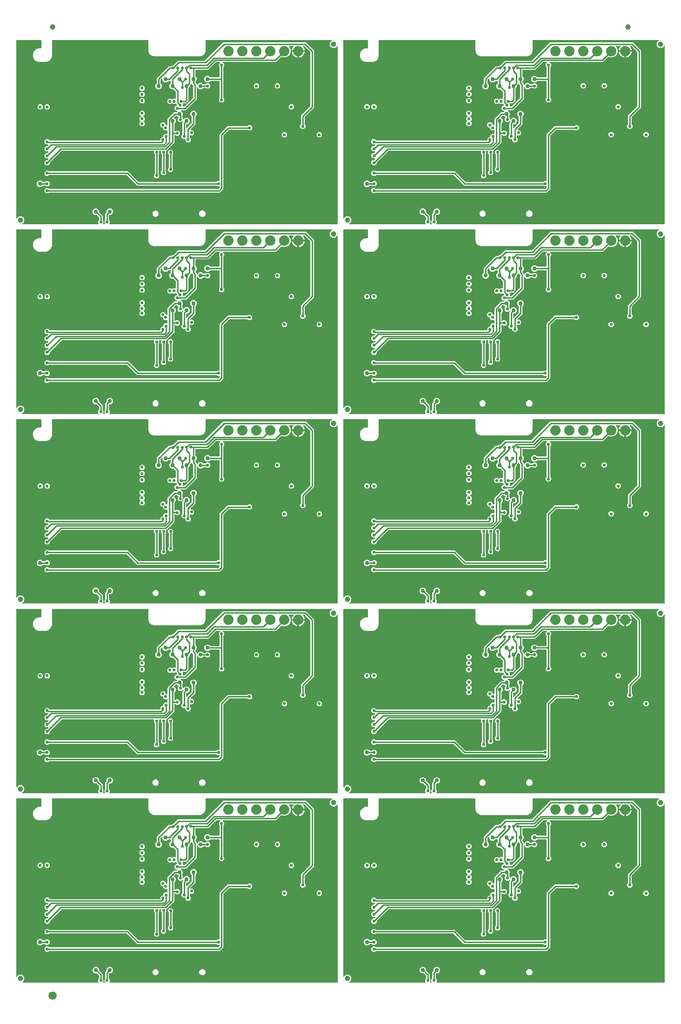
<source format=gbl>
G04 EAGLE Gerber RS-274X export*
G75*
%MOMM*%
%FSLAX34Y34*%
%LPD*%
%INBottom Copper*%
%IPPOS*%
%AMOC8*
5,1,8,0,0,1.08239X$1,22.5*%
G01*
%ADD10C,1.000000*%
%ADD11C,1.879600*%
%ADD12C,0.762000*%
%ADD13C,1.500000*%
%ADD14C,0.554000*%
%ADD15C,0.254000*%

G36*
X151798Y1382606D02*
X151798Y1382606D01*
X151870Y1382608D01*
X151919Y1382626D01*
X151970Y1382635D01*
X152033Y1382668D01*
X152101Y1382693D01*
X152141Y1382725D01*
X152188Y1382750D01*
X152237Y1382802D01*
X152293Y1382847D01*
X152321Y1382890D01*
X152357Y1382928D01*
X152387Y1382993D01*
X152426Y1383053D01*
X152439Y1383104D01*
X152461Y1383151D01*
X152468Y1383222D01*
X152486Y1383292D01*
X152482Y1383344D01*
X152488Y1383396D01*
X152472Y1383466D01*
X152467Y1383537D01*
X152446Y1383585D01*
X152435Y1383636D01*
X152399Y1383698D01*
X152370Y1383764D01*
X152326Y1383819D01*
X152309Y1383847D01*
X152291Y1383862D01*
X152266Y1383894D01*
X151487Y1384673D01*
X151487Y1388652D01*
X152764Y1389929D01*
X152817Y1390002D01*
X152877Y1390072D01*
X152889Y1390102D01*
X152908Y1390128D01*
X152935Y1390215D01*
X152969Y1390300D01*
X152973Y1390341D01*
X152980Y1390363D01*
X152979Y1390396D01*
X152987Y1390467D01*
X152987Y1395139D01*
X152973Y1395229D01*
X152965Y1395320D01*
X152953Y1395350D01*
X152948Y1395382D01*
X152905Y1395462D01*
X152869Y1395546D01*
X152843Y1395578D01*
X152832Y1395599D01*
X152809Y1395621D01*
X152764Y1395677D01*
X148795Y1399646D01*
X148721Y1399700D01*
X148652Y1399759D01*
X148621Y1399771D01*
X148595Y1399790D01*
X148508Y1399817D01*
X148423Y1399851D01*
X148382Y1399856D01*
X148360Y1399862D01*
X148328Y1399862D01*
X148257Y1399869D01*
X146238Y1399869D01*
X144090Y1400759D01*
X142447Y1402403D01*
X141557Y1404550D01*
X141557Y1406874D01*
X142447Y1409022D01*
X144090Y1410665D01*
X146238Y1411555D01*
X148562Y1411555D01*
X150710Y1410665D01*
X152353Y1409022D01*
X153243Y1406874D01*
X153243Y1404856D01*
X153257Y1404765D01*
X153265Y1404675D01*
X153277Y1404645D01*
X153282Y1404613D01*
X153325Y1404532D01*
X153361Y1404448D01*
X153387Y1404416D01*
X153398Y1404395D01*
X153421Y1404373D01*
X153466Y1404317D01*
X159593Y1398190D01*
X159593Y1390467D01*
X159607Y1390377D01*
X159615Y1390286D01*
X159627Y1390256D01*
X159632Y1390224D01*
X159675Y1390143D01*
X159711Y1390060D01*
X159737Y1390027D01*
X159748Y1390007D01*
X159771Y1389985D01*
X159816Y1389929D01*
X161093Y1388652D01*
X161093Y1384673D01*
X160314Y1383894D01*
X160272Y1383836D01*
X160223Y1383784D01*
X160201Y1383737D01*
X160171Y1383695D01*
X160150Y1383626D01*
X160119Y1383561D01*
X160114Y1383509D01*
X160098Y1383460D01*
X160100Y1383388D01*
X160092Y1383317D01*
X160103Y1383266D01*
X160105Y1383214D01*
X160129Y1383146D01*
X160145Y1383076D01*
X160171Y1383032D01*
X160189Y1382983D01*
X160234Y1382927D01*
X160271Y1382865D01*
X160310Y1382831D01*
X160343Y1382791D01*
X160403Y1382752D01*
X160458Y1382705D01*
X160506Y1382686D01*
X160550Y1382658D01*
X160619Y1382640D01*
X160686Y1382613D01*
X160757Y1382605D01*
X160788Y1382598D01*
X160812Y1382599D01*
X160853Y1382595D01*
X163157Y1382595D01*
X163228Y1382606D01*
X163300Y1382608D01*
X163349Y1382626D01*
X163400Y1382635D01*
X163463Y1382668D01*
X163531Y1382693D01*
X163571Y1382725D01*
X163618Y1382750D01*
X163667Y1382802D01*
X163723Y1382847D01*
X163751Y1382890D01*
X163787Y1382928D01*
X163817Y1382993D01*
X163856Y1383053D01*
X163869Y1383104D01*
X163891Y1383151D01*
X163898Y1383222D01*
X163916Y1383292D01*
X163912Y1383344D01*
X163918Y1383396D01*
X163902Y1383466D01*
X163897Y1383537D01*
X163876Y1383585D01*
X163865Y1383636D01*
X163829Y1383698D01*
X163800Y1383764D01*
X163756Y1383819D01*
X163739Y1383847D01*
X163721Y1383862D01*
X163696Y1383894D01*
X162917Y1384673D01*
X162917Y1388652D01*
X164194Y1389929D01*
X164247Y1390002D01*
X164307Y1390072D01*
X164319Y1390102D01*
X164338Y1390128D01*
X164365Y1390215D01*
X164399Y1390300D01*
X164403Y1390341D01*
X164410Y1390363D01*
X164409Y1390396D01*
X164417Y1390467D01*
X164417Y1402000D01*
X166734Y1404317D01*
X166787Y1404391D01*
X166847Y1404461D01*
X166859Y1404491D01*
X166878Y1404517D01*
X166905Y1404604D01*
X166939Y1404689D01*
X166943Y1404730D01*
X166950Y1404752D01*
X166949Y1404784D01*
X166957Y1404856D01*
X166957Y1406874D01*
X167847Y1409022D01*
X169490Y1410665D01*
X171638Y1411555D01*
X173962Y1411555D01*
X176110Y1410665D01*
X177753Y1409022D01*
X178643Y1406874D01*
X178643Y1404550D01*
X177753Y1402403D01*
X176110Y1400759D01*
X173962Y1399869D01*
X171943Y1399869D01*
X171853Y1399855D01*
X171762Y1399848D01*
X171732Y1399835D01*
X171701Y1399830D01*
X171620Y1399787D01*
X171536Y1399751D01*
X171504Y1399726D01*
X171483Y1399715D01*
X171461Y1399691D01*
X171405Y1399646D01*
X171246Y1399487D01*
X171192Y1399413D01*
X171133Y1399344D01*
X171121Y1399314D01*
X171102Y1399287D01*
X171075Y1399200D01*
X171041Y1399116D01*
X171037Y1399075D01*
X171030Y1399052D01*
X171031Y1399020D01*
X171023Y1398949D01*
X171023Y1390467D01*
X171037Y1390377D01*
X171045Y1390286D01*
X171057Y1390256D01*
X171062Y1390224D01*
X171105Y1390143D01*
X171141Y1390060D01*
X171167Y1390027D01*
X171178Y1390007D01*
X171201Y1389985D01*
X171246Y1389929D01*
X172523Y1388652D01*
X172523Y1384673D01*
X171744Y1383894D01*
X171702Y1383836D01*
X171653Y1383784D01*
X171631Y1383737D01*
X171601Y1383695D01*
X171580Y1383626D01*
X171549Y1383561D01*
X171544Y1383509D01*
X171528Y1383460D01*
X171530Y1383388D01*
X171522Y1383317D01*
X171533Y1383266D01*
X171535Y1383214D01*
X171559Y1383146D01*
X171575Y1383076D01*
X171601Y1383032D01*
X171619Y1382983D01*
X171664Y1382927D01*
X171701Y1382865D01*
X171740Y1382831D01*
X171773Y1382791D01*
X171833Y1382752D01*
X171888Y1382705D01*
X171936Y1382686D01*
X171980Y1382658D01*
X172049Y1382640D01*
X172116Y1382613D01*
X172187Y1382605D01*
X172218Y1382598D01*
X172242Y1382599D01*
X172283Y1382595D01*
X586956Y1382595D01*
X586976Y1382598D01*
X586995Y1382596D01*
X587097Y1382618D01*
X587199Y1382635D01*
X587216Y1382644D01*
X587236Y1382648D01*
X587325Y1382701D01*
X587416Y1382750D01*
X587430Y1382764D01*
X587447Y1382774D01*
X587514Y1382853D01*
X587586Y1382928D01*
X587594Y1382946D01*
X587607Y1382961D01*
X587646Y1383058D01*
X587689Y1383151D01*
X587691Y1383171D01*
X587699Y1383189D01*
X587717Y1383356D01*
X587717Y1706739D01*
X587702Y1706835D01*
X587692Y1706932D01*
X587682Y1706956D01*
X587678Y1706982D01*
X587632Y1707067D01*
X587592Y1707157D01*
X587575Y1707176D01*
X587562Y1707199D01*
X587492Y1707266D01*
X587426Y1707338D01*
X587403Y1707350D01*
X587384Y1707368D01*
X587296Y1707409D01*
X587210Y1707456D01*
X587185Y1707461D01*
X587161Y1707472D01*
X587064Y1707483D01*
X586968Y1707500D01*
X586942Y1707496D01*
X586917Y1707499D01*
X586822Y1707478D01*
X586725Y1707464D01*
X586702Y1707452D01*
X586676Y1707447D01*
X586593Y1707397D01*
X586506Y1707353D01*
X586487Y1707334D01*
X586465Y1707321D01*
X586402Y1707247D01*
X586334Y1707177D01*
X586318Y1707149D01*
X586305Y1707134D01*
X586293Y1707103D01*
X586253Y1707030D01*
X585962Y1706328D01*
X583984Y1704350D01*
X581399Y1703279D01*
X578601Y1703279D01*
X576016Y1704350D01*
X574038Y1706328D01*
X572967Y1708913D01*
X572967Y1711711D01*
X574038Y1714296D01*
X576016Y1716274D01*
X576718Y1716565D01*
X576801Y1716616D01*
X576887Y1716662D01*
X576905Y1716681D01*
X576927Y1716694D01*
X576989Y1716769D01*
X577056Y1716840D01*
X577067Y1716864D01*
X577084Y1716884D01*
X577119Y1716975D01*
X577160Y1717063D01*
X577163Y1717089D01*
X577172Y1717114D01*
X577176Y1717211D01*
X577187Y1717308D01*
X577181Y1717333D01*
X577182Y1717359D01*
X577155Y1717453D01*
X577135Y1717548D01*
X577121Y1717570D01*
X577114Y1717596D01*
X577058Y1717676D01*
X577008Y1717759D01*
X576989Y1717776D01*
X576974Y1717798D01*
X576896Y1717856D01*
X576822Y1717919D01*
X576797Y1717929D01*
X576776Y1717944D01*
X576684Y1717975D01*
X576593Y1718011D01*
X576561Y1718015D01*
X576542Y1718021D01*
X576509Y1718020D01*
X576427Y1718029D01*
X348044Y1718029D01*
X348024Y1718026D01*
X348005Y1718028D01*
X347903Y1718006D01*
X347801Y1717990D01*
X347784Y1717980D01*
X347764Y1717976D01*
X347675Y1717923D01*
X347584Y1717875D01*
X347570Y1717860D01*
X347553Y1717850D01*
X347486Y1717771D01*
X347414Y1717696D01*
X347406Y1717678D01*
X347393Y1717663D01*
X347354Y1717567D01*
X347311Y1717473D01*
X347309Y1717453D01*
X347301Y1717435D01*
X347283Y1717268D01*
X347283Y1697869D01*
X345413Y1693355D01*
X341958Y1689899D01*
X337443Y1688029D01*
X252557Y1688029D01*
X248042Y1689899D01*
X244587Y1693355D01*
X242717Y1697869D01*
X242717Y1717268D01*
X242714Y1717288D01*
X242716Y1717308D01*
X242694Y1717409D01*
X242678Y1717511D01*
X242668Y1717529D01*
X242664Y1717548D01*
X242611Y1717637D01*
X242562Y1717728D01*
X242548Y1717742D01*
X242538Y1717759D01*
X242459Y1717826D01*
X242384Y1717898D01*
X242366Y1717906D01*
X242351Y1717919D01*
X242255Y1717958D01*
X242161Y1718001D01*
X242141Y1718004D01*
X242123Y1718011D01*
X241956Y1718029D01*
X68044Y1718029D01*
X68024Y1718026D01*
X68005Y1718028D01*
X67903Y1718006D01*
X67801Y1717990D01*
X67784Y1717980D01*
X67764Y1717976D01*
X67675Y1717923D01*
X67584Y1717875D01*
X67570Y1717860D01*
X67553Y1717850D01*
X67486Y1717771D01*
X67414Y1717696D01*
X67406Y1717678D01*
X67393Y1717663D01*
X67354Y1717567D01*
X67311Y1717473D01*
X67309Y1717453D01*
X67301Y1717435D01*
X67283Y1717268D01*
X67283Y1687869D01*
X65413Y1683355D01*
X61958Y1679899D01*
X57443Y1678029D01*
X42557Y1678029D01*
X38042Y1679899D01*
X34587Y1683355D01*
X32717Y1687869D01*
X32717Y1692755D01*
X34587Y1697270D01*
X38042Y1700725D01*
X42557Y1702595D01*
X46956Y1702595D01*
X46976Y1702598D01*
X46995Y1702596D01*
X47097Y1702618D01*
X47199Y1702635D01*
X47216Y1702644D01*
X47236Y1702648D01*
X47325Y1702701D01*
X47416Y1702750D01*
X47430Y1702764D01*
X47447Y1702774D01*
X47514Y1702853D01*
X47586Y1702928D01*
X47594Y1702946D01*
X47607Y1702961D01*
X47646Y1703058D01*
X47689Y1703151D01*
X47691Y1703171D01*
X47699Y1703189D01*
X47717Y1703356D01*
X47717Y1717268D01*
X47714Y1717288D01*
X47716Y1717308D01*
X47694Y1717409D01*
X47678Y1717511D01*
X47668Y1717529D01*
X47664Y1717548D01*
X47611Y1717637D01*
X47562Y1717728D01*
X47548Y1717742D01*
X47538Y1717759D01*
X47459Y1717826D01*
X47384Y1717898D01*
X47366Y1717906D01*
X47351Y1717919D01*
X47255Y1717958D01*
X47161Y1718001D01*
X47141Y1718004D01*
X47123Y1718011D01*
X46956Y1718029D01*
X3044Y1718029D01*
X3024Y1718026D01*
X3005Y1718028D01*
X2903Y1718006D01*
X2801Y1717990D01*
X2784Y1717980D01*
X2764Y1717976D01*
X2675Y1717923D01*
X2584Y1717875D01*
X2570Y1717860D01*
X2553Y1717850D01*
X2486Y1717771D01*
X2414Y1717696D01*
X2406Y1717678D01*
X2393Y1717663D01*
X2354Y1717567D01*
X2311Y1717473D01*
X2309Y1717453D01*
X2301Y1717435D01*
X2283Y1717268D01*
X2283Y1393885D01*
X2298Y1393789D01*
X2308Y1393692D01*
X2318Y1393668D01*
X2322Y1393643D01*
X2368Y1393557D01*
X2408Y1393468D01*
X2425Y1393448D01*
X2438Y1393425D01*
X2508Y1393358D01*
X2574Y1393287D01*
X2597Y1393274D01*
X2616Y1393256D01*
X2704Y1393215D01*
X2790Y1393168D01*
X2815Y1393163D01*
X2839Y1393152D01*
X2936Y1393142D01*
X3032Y1393124D01*
X3058Y1393128D01*
X3083Y1393125D01*
X3178Y1393146D01*
X3275Y1393160D01*
X3298Y1393172D01*
X3324Y1393178D01*
X3407Y1393227D01*
X3494Y1393272D01*
X3513Y1393290D01*
X3535Y1393304D01*
X3598Y1393378D01*
X3666Y1393447D01*
X3682Y1393476D01*
X3695Y1393491D01*
X3707Y1393521D01*
X3747Y1393594D01*
X4038Y1394296D01*
X6016Y1396274D01*
X8601Y1397345D01*
X11399Y1397345D01*
X13984Y1396274D01*
X15962Y1394296D01*
X17033Y1391711D01*
X17033Y1388913D01*
X15962Y1386328D01*
X13984Y1384350D01*
X13282Y1384059D01*
X13199Y1384008D01*
X13113Y1383963D01*
X13095Y1383944D01*
X13073Y1383930D01*
X13011Y1383855D01*
X12944Y1383784D01*
X12933Y1383760D01*
X12916Y1383740D01*
X12881Y1383650D01*
X12840Y1383561D01*
X12837Y1383535D01*
X12828Y1383511D01*
X12824Y1383413D01*
X12813Y1383317D01*
X12819Y1383291D01*
X12818Y1383265D01*
X12845Y1383171D01*
X12865Y1383076D01*
X12879Y1383054D01*
X12886Y1383029D01*
X12942Y1382949D01*
X12992Y1382865D01*
X13011Y1382848D01*
X13026Y1382827D01*
X13104Y1382769D01*
X13178Y1382705D01*
X13203Y1382696D01*
X13224Y1382680D01*
X13316Y1382650D01*
X13407Y1382613D01*
X13439Y1382610D01*
X13458Y1382604D01*
X13491Y1382604D01*
X13573Y1382595D01*
X151727Y1382595D01*
X151798Y1382606D01*
G37*
G36*
X151798Y347379D02*
X151798Y347379D01*
X151870Y347381D01*
X151919Y347398D01*
X151970Y347407D01*
X152033Y347440D01*
X152101Y347465D01*
X152141Y347498D01*
X152188Y347522D01*
X152237Y347574D01*
X152293Y347619D01*
X152321Y347663D01*
X152357Y347700D01*
X152387Y347765D01*
X152426Y347826D01*
X152439Y347876D01*
X152461Y347923D01*
X152468Y347995D01*
X152486Y348064D01*
X152482Y348116D01*
X152488Y348168D01*
X152472Y348238D01*
X152467Y348309D01*
X152446Y348357D01*
X152435Y348408D01*
X152399Y348470D01*
X152370Y348536D01*
X152326Y348592D01*
X152309Y348619D01*
X152291Y348635D01*
X152266Y348667D01*
X151487Y349445D01*
X151487Y353424D01*
X152764Y354701D01*
X152817Y354775D01*
X152877Y354844D01*
X152889Y354874D01*
X152908Y354901D01*
X152935Y354987D01*
X152969Y355072D01*
X152973Y355113D01*
X152980Y355136D01*
X152979Y355168D01*
X152987Y355239D01*
X152987Y359911D01*
X152973Y360001D01*
X152965Y360092D01*
X152953Y360122D01*
X152948Y360154D01*
X152905Y360234D01*
X152869Y360318D01*
X152843Y360350D01*
X152832Y360371D01*
X152809Y360393D01*
X152764Y360449D01*
X148795Y364419D01*
X148721Y364472D01*
X148652Y364531D01*
X148621Y364543D01*
X148595Y364562D01*
X148508Y364589D01*
X148423Y364623D01*
X148382Y364628D01*
X148360Y364635D01*
X148328Y364634D01*
X148257Y364642D01*
X146238Y364642D01*
X144090Y365531D01*
X142447Y367175D01*
X141557Y369322D01*
X141557Y371647D01*
X142447Y373794D01*
X144090Y375438D01*
X146238Y376327D01*
X148562Y376327D01*
X150710Y375438D01*
X152353Y373794D01*
X153243Y371647D01*
X153243Y369628D01*
X153257Y369538D01*
X153265Y369447D01*
X153277Y369417D01*
X153282Y369385D01*
X153325Y369304D01*
X153361Y369220D01*
X153387Y369188D01*
X153398Y369168D01*
X153421Y369145D01*
X153466Y369089D01*
X159593Y362962D01*
X159593Y355239D01*
X159607Y355149D01*
X159615Y355058D01*
X159627Y355028D01*
X159632Y354996D01*
X159675Y354916D01*
X159711Y354832D01*
X159737Y354800D01*
X159748Y354779D01*
X159771Y354757D01*
X159816Y354701D01*
X161093Y353424D01*
X161093Y349445D01*
X160314Y348667D01*
X160272Y348608D01*
X160223Y348556D01*
X160201Y348509D01*
X160171Y348467D01*
X160150Y348398D01*
X160119Y348333D01*
X160114Y348282D01*
X160098Y348232D01*
X160100Y348160D01*
X160092Y348089D01*
X160103Y348038D01*
X160105Y347986D01*
X160129Y347919D01*
X160145Y347849D01*
X160171Y347804D01*
X160189Y347755D01*
X160234Y347699D01*
X160271Y347637D01*
X160310Y347604D01*
X160343Y347563D01*
X160403Y347524D01*
X160458Y347478D01*
X160506Y347458D01*
X160550Y347430D01*
X160619Y347412D01*
X160686Y347386D01*
X160757Y347378D01*
X160788Y347370D01*
X160812Y347372D01*
X160853Y347367D01*
X163157Y347367D01*
X163228Y347379D01*
X163300Y347381D01*
X163349Y347398D01*
X163400Y347407D01*
X163463Y347440D01*
X163531Y347465D01*
X163571Y347498D01*
X163618Y347522D01*
X163667Y347574D01*
X163723Y347619D01*
X163751Y347663D01*
X163787Y347700D01*
X163817Y347765D01*
X163856Y347826D01*
X163869Y347876D01*
X163891Y347923D01*
X163898Y347995D01*
X163916Y348064D01*
X163912Y348116D01*
X163918Y348168D01*
X163902Y348238D01*
X163897Y348309D01*
X163876Y348357D01*
X163865Y348408D01*
X163829Y348470D01*
X163800Y348536D01*
X163756Y348592D01*
X163739Y348619D01*
X163721Y348635D01*
X163696Y348667D01*
X162917Y349445D01*
X162917Y353424D01*
X164194Y354701D01*
X164247Y354775D01*
X164307Y354844D01*
X164319Y354874D01*
X164338Y354901D01*
X164365Y354987D01*
X164399Y355072D01*
X164403Y355113D01*
X164410Y355136D01*
X164409Y355168D01*
X164417Y355239D01*
X164417Y366772D01*
X166734Y369089D01*
X166787Y369163D01*
X166847Y369233D01*
X166859Y369263D01*
X166878Y369289D01*
X166905Y369376D01*
X166939Y369461D01*
X166943Y369502D01*
X166950Y369524D01*
X166949Y369556D01*
X166957Y369628D01*
X166957Y371647D01*
X167847Y373794D01*
X169490Y375438D01*
X171638Y376327D01*
X173962Y376327D01*
X176110Y375438D01*
X177753Y373794D01*
X178643Y371647D01*
X178643Y369322D01*
X177753Y367175D01*
X176110Y365531D01*
X173962Y364642D01*
X171943Y364642D01*
X171853Y364627D01*
X171762Y364620D01*
X171732Y364607D01*
X171701Y364602D01*
X171620Y364559D01*
X171536Y364523D01*
X171504Y364498D01*
X171483Y364487D01*
X171461Y364464D01*
X171405Y364419D01*
X171246Y364259D01*
X171192Y364185D01*
X171133Y364116D01*
X171121Y364086D01*
X171102Y364060D01*
X171075Y363972D01*
X171041Y363888D01*
X171037Y363847D01*
X171030Y363824D01*
X171031Y363792D01*
X171023Y363721D01*
X171023Y355239D01*
X171037Y355149D01*
X171045Y355058D01*
X171057Y355028D01*
X171062Y354996D01*
X171105Y354916D01*
X171141Y354832D01*
X171167Y354800D01*
X171178Y354779D01*
X171201Y354757D01*
X171246Y354701D01*
X172523Y353424D01*
X172523Y349445D01*
X171744Y348667D01*
X171702Y348608D01*
X171653Y348556D01*
X171631Y348509D01*
X171601Y348467D01*
X171580Y348398D01*
X171549Y348333D01*
X171544Y348282D01*
X171528Y348232D01*
X171530Y348160D01*
X171522Y348089D01*
X171533Y348038D01*
X171535Y347986D01*
X171559Y347919D01*
X171575Y347849D01*
X171601Y347804D01*
X171619Y347755D01*
X171664Y347699D01*
X171701Y347637D01*
X171740Y347604D01*
X171773Y347563D01*
X171833Y347524D01*
X171888Y347478D01*
X171936Y347458D01*
X171980Y347430D01*
X172049Y347412D01*
X172116Y347386D01*
X172187Y347378D01*
X172218Y347370D01*
X172242Y347372D01*
X172283Y347367D01*
X586956Y347367D01*
X586976Y347370D01*
X586995Y347368D01*
X587097Y347390D01*
X587199Y347407D01*
X587216Y347416D01*
X587236Y347420D01*
X587325Y347474D01*
X587416Y347522D01*
X587430Y347536D01*
X587447Y347547D01*
X587514Y347625D01*
X587586Y347700D01*
X587594Y347718D01*
X587607Y347734D01*
X587646Y347830D01*
X587689Y347923D01*
X587691Y347943D01*
X587699Y347962D01*
X587717Y348128D01*
X587717Y671511D01*
X587702Y671607D01*
X587692Y671704D01*
X587682Y671728D01*
X587678Y671754D01*
X587632Y671840D01*
X587592Y671929D01*
X587575Y671948D01*
X587562Y671971D01*
X587492Y672038D01*
X587426Y672110D01*
X587403Y672123D01*
X587384Y672141D01*
X587296Y672182D01*
X587210Y672229D01*
X587185Y672233D01*
X587161Y672244D01*
X587064Y672255D01*
X586968Y672272D01*
X586942Y672268D01*
X586917Y672271D01*
X586822Y672251D01*
X586725Y672236D01*
X586702Y672225D01*
X586676Y672219D01*
X586593Y672169D01*
X586506Y672125D01*
X586487Y672106D01*
X586465Y672093D01*
X586402Y672019D01*
X586334Y671949D01*
X586318Y671921D01*
X586305Y671906D01*
X586293Y671875D01*
X586253Y671802D01*
X585962Y671101D01*
X583984Y669122D01*
X581399Y668052D01*
X578601Y668052D01*
X576016Y669122D01*
X574038Y671101D01*
X572967Y673686D01*
X572967Y676483D01*
X574038Y679068D01*
X576016Y681046D01*
X576718Y681337D01*
X576801Y681388D01*
X576887Y681434D01*
X576905Y681453D01*
X576927Y681467D01*
X576989Y681542D01*
X577056Y681612D01*
X577067Y681636D01*
X577084Y681656D01*
X577119Y681747D01*
X577160Y681835D01*
X577163Y681861D01*
X577172Y681886D01*
X577176Y681983D01*
X577187Y682080D01*
X577181Y682105D01*
X577182Y682132D01*
X577155Y682225D01*
X577135Y682320D01*
X577121Y682343D01*
X577114Y682368D01*
X577058Y682448D01*
X577008Y682531D01*
X576989Y682548D01*
X576974Y682570D01*
X576896Y682628D01*
X576822Y682691D01*
X576797Y682701D01*
X576776Y682717D01*
X576684Y682747D01*
X576593Y682783D01*
X576561Y682787D01*
X576542Y682793D01*
X576509Y682793D01*
X576427Y682802D01*
X348044Y682802D01*
X348024Y682798D01*
X348005Y682801D01*
X347903Y682779D01*
X347801Y682762D01*
X347784Y682753D01*
X347764Y682748D01*
X347675Y682695D01*
X347584Y682647D01*
X347570Y682632D01*
X347553Y682622D01*
X347486Y682543D01*
X347414Y682468D01*
X347406Y682450D01*
X347393Y682435D01*
X347354Y682339D01*
X347311Y682245D01*
X347309Y682226D01*
X347301Y682207D01*
X347283Y682040D01*
X347283Y662641D01*
X345413Y658127D01*
X341958Y654672D01*
X337443Y652802D01*
X252557Y652802D01*
X248042Y654672D01*
X244587Y658127D01*
X242717Y662641D01*
X242717Y682040D01*
X242714Y682060D01*
X242716Y682080D01*
X242694Y682181D01*
X242678Y682283D01*
X242668Y682301D01*
X242664Y682320D01*
X242611Y682409D01*
X242562Y682501D01*
X242548Y682514D01*
X242538Y682531D01*
X242459Y682599D01*
X242384Y682670D01*
X242366Y682678D01*
X242351Y682691D01*
X242255Y682730D01*
X242161Y682774D01*
X242141Y682776D01*
X242123Y682783D01*
X241956Y682802D01*
X68044Y682802D01*
X68024Y682798D01*
X68005Y682801D01*
X67903Y682779D01*
X67801Y682762D01*
X67784Y682753D01*
X67764Y682748D01*
X67675Y682695D01*
X67584Y682647D01*
X67570Y682632D01*
X67553Y682622D01*
X67486Y682543D01*
X67414Y682468D01*
X67406Y682450D01*
X67393Y682435D01*
X67354Y682339D01*
X67311Y682245D01*
X67309Y682226D01*
X67301Y682207D01*
X67283Y682040D01*
X67283Y652641D01*
X65413Y648127D01*
X61958Y644672D01*
X57443Y642802D01*
X42557Y642802D01*
X38042Y644672D01*
X34587Y648127D01*
X32717Y652641D01*
X32717Y657528D01*
X34587Y662042D01*
X38042Y665497D01*
X42557Y667367D01*
X46956Y667367D01*
X46976Y667370D01*
X46995Y667368D01*
X47097Y667390D01*
X47199Y667407D01*
X47216Y667416D01*
X47236Y667420D01*
X47325Y667474D01*
X47416Y667522D01*
X47430Y667536D01*
X47447Y667547D01*
X47514Y667625D01*
X47586Y667700D01*
X47594Y667718D01*
X47607Y667734D01*
X47646Y667830D01*
X47689Y667923D01*
X47691Y667943D01*
X47699Y667962D01*
X47717Y668128D01*
X47717Y682040D01*
X47714Y682060D01*
X47716Y682080D01*
X47694Y682181D01*
X47678Y682283D01*
X47668Y682301D01*
X47664Y682320D01*
X47611Y682409D01*
X47562Y682501D01*
X47548Y682514D01*
X47538Y682531D01*
X47459Y682599D01*
X47384Y682670D01*
X47366Y682678D01*
X47351Y682691D01*
X47255Y682730D01*
X47161Y682774D01*
X47141Y682776D01*
X47123Y682783D01*
X46956Y682802D01*
X3044Y682802D01*
X3024Y682798D01*
X3005Y682801D01*
X2903Y682779D01*
X2801Y682762D01*
X2784Y682753D01*
X2764Y682748D01*
X2675Y682695D01*
X2584Y682647D01*
X2570Y682632D01*
X2553Y682622D01*
X2486Y682543D01*
X2414Y682468D01*
X2406Y682450D01*
X2393Y682435D01*
X2354Y682339D01*
X2311Y682245D01*
X2309Y682226D01*
X2301Y682207D01*
X2283Y682040D01*
X2283Y358658D01*
X2298Y358562D01*
X2308Y358465D01*
X2318Y358441D01*
X2322Y358415D01*
X2368Y358329D01*
X2408Y358240D01*
X2425Y358221D01*
X2438Y358198D01*
X2508Y358131D01*
X2574Y358059D01*
X2597Y358046D01*
X2616Y358028D01*
X2704Y357987D01*
X2790Y357940D01*
X2815Y357936D01*
X2839Y357925D01*
X2936Y357914D01*
X3032Y357897D01*
X3058Y357900D01*
X3083Y357897D01*
X3178Y357918D01*
X3275Y357932D01*
X3298Y357944D01*
X3324Y357950D01*
X3407Y358000D01*
X3494Y358044D01*
X3513Y358063D01*
X3535Y358076D01*
X3598Y358150D01*
X3666Y358219D01*
X3682Y358248D01*
X3695Y358263D01*
X3707Y358294D01*
X3747Y358366D01*
X4038Y359068D01*
X6016Y361046D01*
X8601Y362117D01*
X11399Y362117D01*
X13984Y361046D01*
X15962Y359068D01*
X17033Y356483D01*
X17033Y353686D01*
X15962Y351101D01*
X13984Y349122D01*
X13282Y348832D01*
X13199Y348780D01*
X13113Y348735D01*
X13095Y348716D01*
X13073Y348702D01*
X13011Y348627D01*
X12944Y348556D01*
X12933Y348533D01*
X12916Y348513D01*
X12881Y348422D01*
X12840Y348333D01*
X12837Y348307D01*
X12828Y348283D01*
X12824Y348186D01*
X12813Y348089D01*
X12819Y348063D01*
X12818Y348037D01*
X12845Y347944D01*
X12865Y347849D01*
X12879Y347826D01*
X12886Y347801D01*
X12942Y347721D01*
X12992Y347637D01*
X13011Y347620D01*
X13026Y347599D01*
X13104Y347541D01*
X13178Y347478D01*
X13203Y347468D01*
X13224Y347452D01*
X13316Y347422D01*
X13407Y347386D01*
X13439Y347382D01*
X13458Y347376D01*
X13491Y347376D01*
X13573Y347367D01*
X151727Y347367D01*
X151798Y347379D01*
G37*
G36*
X746869Y692463D02*
X746869Y692463D01*
X746941Y692465D01*
X746990Y692483D01*
X747041Y692491D01*
X747105Y692525D01*
X747172Y692549D01*
X747213Y692582D01*
X747259Y692606D01*
X747308Y692658D01*
X747364Y692703D01*
X747392Y692747D01*
X747428Y692785D01*
X747458Y692850D01*
X747497Y692910D01*
X747510Y692961D01*
X747532Y693008D01*
X747540Y693079D01*
X747557Y693149D01*
X747553Y693201D01*
X747559Y693252D01*
X747544Y693322D01*
X747538Y693394D01*
X747518Y693442D01*
X747507Y693493D01*
X747470Y693554D01*
X747442Y693620D01*
X747397Y693676D01*
X747380Y693704D01*
X747363Y693719D01*
X747337Y693751D01*
X746558Y694529D01*
X746558Y698508D01*
X747835Y699785D01*
X747889Y699859D01*
X747948Y699929D01*
X747960Y699959D01*
X747979Y699985D01*
X748006Y700072D01*
X748040Y700157D01*
X748045Y700198D01*
X748051Y700220D01*
X748051Y700252D01*
X748058Y700323D01*
X748058Y704995D01*
X748044Y705086D01*
X748037Y705176D01*
X748024Y705206D01*
X748019Y705238D01*
X747976Y705319D01*
X747940Y705403D01*
X747915Y705435D01*
X747904Y705456D01*
X747880Y705478D01*
X747835Y705534D01*
X743866Y709503D01*
X743792Y709556D01*
X743723Y709616D01*
X743693Y709628D01*
X743666Y709647D01*
X743579Y709673D01*
X743495Y709708D01*
X743454Y709712D01*
X743431Y709719D01*
X743399Y709718D01*
X743328Y709726D01*
X741309Y709726D01*
X739162Y710616D01*
X737518Y712259D01*
X736628Y714407D01*
X736628Y716731D01*
X737518Y718878D01*
X739162Y720522D01*
X741309Y721412D01*
X743633Y721412D01*
X745781Y720522D01*
X747424Y718878D01*
X748314Y716731D01*
X748314Y714712D01*
X748329Y714622D01*
X748336Y714531D01*
X748348Y714501D01*
X748354Y714469D01*
X748396Y714389D01*
X748432Y714305D01*
X748458Y714273D01*
X748469Y714252D01*
X748492Y714230D01*
X748537Y714174D01*
X754664Y708047D01*
X754664Y700323D01*
X754679Y700233D01*
X754686Y700142D01*
X754698Y700113D01*
X754704Y700081D01*
X754746Y700000D01*
X754782Y699916D01*
X754808Y699884D01*
X754819Y699863D01*
X754842Y699841D01*
X754887Y699785D01*
X756164Y698508D01*
X756164Y694529D01*
X755386Y693751D01*
X755344Y693693D01*
X755294Y693641D01*
X755272Y693594D01*
X755242Y693551D01*
X755221Y693483D01*
X755191Y693418D01*
X755185Y693366D01*
X755170Y693316D01*
X755171Y693245D01*
X755164Y693173D01*
X755175Y693122D01*
X755176Y693070D01*
X755201Y693003D01*
X755216Y692933D01*
X755243Y692888D01*
X755260Y692839D01*
X755305Y692783D01*
X755342Y692722D01*
X755382Y692688D01*
X755414Y692647D01*
X755474Y692609D01*
X755529Y692562D01*
X755577Y692542D01*
X755621Y692514D01*
X755691Y692497D01*
X755757Y692470D01*
X755828Y692462D01*
X755860Y692454D01*
X755883Y692456D01*
X755924Y692452D01*
X758229Y692452D01*
X758299Y692463D01*
X758371Y692465D01*
X758420Y692483D01*
X758471Y692491D01*
X758535Y692525D01*
X758602Y692549D01*
X758643Y692582D01*
X758689Y692606D01*
X758738Y692658D01*
X758794Y692703D01*
X758822Y692747D01*
X758858Y692785D01*
X758888Y692850D01*
X758927Y692910D01*
X758940Y692961D01*
X758962Y693008D01*
X758970Y693079D01*
X758987Y693149D01*
X758983Y693201D01*
X758989Y693252D01*
X758974Y693322D01*
X758968Y693394D01*
X758948Y693442D01*
X758937Y693493D01*
X758900Y693554D01*
X758872Y693620D01*
X758827Y693676D01*
X758810Y693704D01*
X758793Y693719D01*
X758767Y693751D01*
X757988Y694529D01*
X757988Y698508D01*
X759265Y699785D01*
X759319Y699859D01*
X759378Y699929D01*
X759390Y699959D01*
X759409Y699985D01*
X759436Y700072D01*
X759470Y700157D01*
X759475Y700198D01*
X759481Y700220D01*
X759481Y700252D01*
X759488Y700323D01*
X759488Y711857D01*
X761805Y714174D01*
X761859Y714248D01*
X761918Y714317D01*
X761930Y714347D01*
X761949Y714374D01*
X761976Y714461D01*
X762010Y714545D01*
X762015Y714586D01*
X762021Y714609D01*
X762021Y714641D01*
X762028Y714712D01*
X762028Y716731D01*
X762918Y718878D01*
X764562Y720522D01*
X766709Y721412D01*
X769033Y721412D01*
X771181Y720522D01*
X772824Y718878D01*
X773714Y716731D01*
X773714Y714407D01*
X772824Y712259D01*
X771181Y710616D01*
X769033Y709726D01*
X767015Y709726D01*
X766924Y709711D01*
X766833Y709704D01*
X766804Y709692D01*
X766772Y709686D01*
X766691Y709644D01*
X766607Y709608D01*
X766575Y709582D01*
X766554Y709571D01*
X766532Y709548D01*
X766476Y709503D01*
X766317Y709344D01*
X766264Y709270D01*
X766204Y709200D01*
X766192Y709170D01*
X766173Y709144D01*
X766147Y709057D01*
X766112Y708972D01*
X766108Y708931D01*
X766101Y708909D01*
X766102Y708877D01*
X766094Y708805D01*
X766094Y700323D01*
X766109Y700233D01*
X766116Y700142D01*
X766128Y700113D01*
X766134Y700081D01*
X766176Y700000D01*
X766212Y699916D01*
X766238Y699884D01*
X766249Y699863D01*
X766272Y699841D01*
X766317Y699785D01*
X767594Y698508D01*
X767594Y694529D01*
X766816Y693751D01*
X766774Y693693D01*
X766724Y693641D01*
X766702Y693594D01*
X766672Y693551D01*
X766651Y693483D01*
X766621Y693418D01*
X766615Y693366D01*
X766600Y693316D01*
X766601Y693245D01*
X766594Y693173D01*
X766605Y693122D01*
X766606Y693070D01*
X766631Y693003D01*
X766646Y692933D01*
X766673Y692888D01*
X766690Y692839D01*
X766735Y692783D01*
X766772Y692722D01*
X766812Y692688D01*
X766844Y692647D01*
X766904Y692609D01*
X766959Y692562D01*
X767007Y692542D01*
X767051Y692514D01*
X767121Y692497D01*
X767187Y692470D01*
X767258Y692462D01*
X767290Y692454D01*
X767313Y692456D01*
X767354Y692452D01*
X1182027Y692452D01*
X1182047Y692455D01*
X1182067Y692453D01*
X1182168Y692475D01*
X1182270Y692491D01*
X1182288Y692501D01*
X1182307Y692505D01*
X1182396Y692558D01*
X1182487Y692606D01*
X1182501Y692621D01*
X1182518Y692631D01*
X1182585Y692710D01*
X1182657Y692785D01*
X1182665Y692803D01*
X1182678Y692818D01*
X1182717Y692914D01*
X1182760Y693008D01*
X1182763Y693028D01*
X1182770Y693046D01*
X1182788Y693213D01*
X1182788Y1016596D01*
X1182773Y1016692D01*
X1182764Y1016789D01*
X1182753Y1016813D01*
X1182749Y1016838D01*
X1182703Y1016924D01*
X1182664Y1017013D01*
X1182646Y1017033D01*
X1182634Y1017056D01*
X1182563Y1017123D01*
X1182497Y1017194D01*
X1182474Y1017207D01*
X1182455Y1017225D01*
X1182367Y1017266D01*
X1182282Y1017313D01*
X1182256Y1017318D01*
X1182232Y1017329D01*
X1182136Y1017339D01*
X1182040Y1017357D01*
X1182014Y1017353D01*
X1181988Y1017356D01*
X1181893Y1017335D01*
X1181796Y1017321D01*
X1181773Y1017309D01*
X1181747Y1017303D01*
X1181664Y1017254D01*
X1181577Y1017209D01*
X1181559Y1017191D01*
X1181536Y1017177D01*
X1181473Y1017103D01*
X1181405Y1017034D01*
X1181389Y1017005D01*
X1181376Y1016990D01*
X1181364Y1016960D01*
X1181324Y1016887D01*
X1181033Y1016185D01*
X1179055Y1014207D01*
X1176470Y1013136D01*
X1173672Y1013136D01*
X1171087Y1014207D01*
X1169109Y1016185D01*
X1168038Y1018770D01*
X1168038Y1021568D01*
X1169109Y1024153D01*
X1171087Y1026131D01*
X1171789Y1026422D01*
X1171872Y1026473D01*
X1171958Y1026518D01*
X1171976Y1026537D01*
X1171998Y1026551D01*
X1172060Y1026626D01*
X1172127Y1026697D01*
X1172138Y1026721D01*
X1172155Y1026741D01*
X1172190Y1026831D01*
X1172231Y1026920D01*
X1172234Y1026946D01*
X1172243Y1026970D01*
X1172247Y1027068D01*
X1172258Y1027164D01*
X1172253Y1027190D01*
X1172254Y1027216D01*
X1172227Y1027310D01*
X1172206Y1027405D01*
X1172192Y1027427D01*
X1172185Y1027452D01*
X1172130Y1027532D01*
X1172080Y1027616D01*
X1172060Y1027633D01*
X1172045Y1027654D01*
X1171967Y1027712D01*
X1171893Y1027776D01*
X1171868Y1027785D01*
X1171848Y1027801D01*
X1171755Y1027831D01*
X1171665Y1027868D01*
X1171632Y1027871D01*
X1171614Y1027877D01*
X1171581Y1027877D01*
X1171498Y1027886D01*
X943115Y1027886D01*
X943095Y1027883D01*
X943076Y1027885D01*
X942974Y1027863D01*
X942872Y1027846D01*
X942855Y1027837D01*
X942835Y1027833D01*
X942746Y1027780D01*
X942655Y1027731D01*
X942641Y1027717D01*
X942624Y1027707D01*
X942557Y1027628D01*
X942486Y1027553D01*
X942477Y1027535D01*
X942464Y1027520D01*
X942426Y1027423D01*
X942382Y1027330D01*
X942380Y1027310D01*
X942372Y1027292D01*
X942354Y1027125D01*
X942354Y1007726D01*
X940484Y1003211D01*
X937029Y999756D01*
X932514Y997886D01*
X847628Y997886D01*
X843114Y999756D01*
X839658Y1003211D01*
X837788Y1007726D01*
X837788Y1027125D01*
X837785Y1027145D01*
X837787Y1027164D01*
X837765Y1027266D01*
X837749Y1027368D01*
X837739Y1027385D01*
X837735Y1027405D01*
X837682Y1027494D01*
X837634Y1027585D01*
X837619Y1027599D01*
X837609Y1027616D01*
X837530Y1027683D01*
X837455Y1027754D01*
X837437Y1027763D01*
X837422Y1027776D01*
X837326Y1027814D01*
X837232Y1027858D01*
X837212Y1027860D01*
X837194Y1027868D01*
X837027Y1027886D01*
X663115Y1027886D01*
X663095Y1027883D01*
X663076Y1027885D01*
X662974Y1027863D01*
X662872Y1027846D01*
X662855Y1027837D01*
X662835Y1027833D01*
X662746Y1027780D01*
X662655Y1027731D01*
X662641Y1027717D01*
X662624Y1027707D01*
X662557Y1027628D01*
X662486Y1027553D01*
X662477Y1027535D01*
X662464Y1027520D01*
X662426Y1027423D01*
X662382Y1027330D01*
X662380Y1027310D01*
X662372Y1027292D01*
X662354Y1027125D01*
X662354Y997726D01*
X660484Y993211D01*
X657029Y989756D01*
X652514Y987886D01*
X637628Y987886D01*
X633114Y989756D01*
X629658Y993211D01*
X627788Y997726D01*
X627788Y1002612D01*
X629658Y1007126D01*
X633114Y1010582D01*
X637628Y1012452D01*
X642027Y1012452D01*
X642047Y1012455D01*
X642067Y1012453D01*
X642168Y1012475D01*
X642270Y1012491D01*
X642288Y1012501D01*
X642307Y1012505D01*
X642396Y1012558D01*
X642487Y1012606D01*
X642501Y1012621D01*
X642518Y1012631D01*
X642585Y1012710D01*
X642657Y1012785D01*
X642665Y1012803D01*
X642678Y1012818D01*
X642717Y1012914D01*
X642760Y1013008D01*
X642763Y1013028D01*
X642770Y1013046D01*
X642788Y1013213D01*
X642788Y1027125D01*
X642785Y1027145D01*
X642787Y1027164D01*
X642765Y1027266D01*
X642749Y1027368D01*
X642739Y1027385D01*
X642735Y1027405D01*
X642682Y1027494D01*
X642634Y1027585D01*
X642619Y1027599D01*
X642609Y1027616D01*
X642530Y1027683D01*
X642455Y1027754D01*
X642437Y1027763D01*
X642422Y1027776D01*
X642326Y1027814D01*
X642232Y1027858D01*
X642212Y1027860D01*
X642194Y1027868D01*
X642027Y1027886D01*
X598115Y1027886D01*
X598095Y1027883D01*
X598076Y1027885D01*
X597974Y1027863D01*
X597872Y1027846D01*
X597855Y1027837D01*
X597835Y1027833D01*
X597746Y1027780D01*
X597655Y1027731D01*
X597641Y1027717D01*
X597624Y1027707D01*
X597557Y1027628D01*
X597486Y1027553D01*
X597477Y1027535D01*
X597464Y1027520D01*
X597426Y1027423D01*
X597382Y1027330D01*
X597380Y1027310D01*
X597372Y1027292D01*
X597354Y1027125D01*
X597354Y703742D01*
X597370Y703646D01*
X597379Y703549D01*
X597389Y703525D01*
X597394Y703499D01*
X597439Y703414D01*
X597479Y703324D01*
X597497Y703305D01*
X597509Y703282D01*
X597579Y703215D01*
X597645Y703143D01*
X597668Y703131D01*
X597687Y703113D01*
X597775Y703072D01*
X597861Y703025D01*
X597886Y703020D01*
X597910Y703009D01*
X598007Y702998D01*
X598103Y702981D01*
X598129Y702985D01*
X598155Y702982D01*
X598250Y703003D01*
X598346Y703017D01*
X598369Y703029D01*
X598395Y703034D01*
X598479Y703084D01*
X598565Y703128D01*
X598584Y703147D01*
X598606Y703160D01*
X598669Y703234D01*
X598738Y703304D01*
X598753Y703332D01*
X598766Y703347D01*
X598778Y703378D01*
X598818Y703451D01*
X599109Y704153D01*
X601087Y706131D01*
X603672Y707202D01*
X606470Y707202D01*
X609055Y706131D01*
X611033Y704153D01*
X612104Y701568D01*
X612104Y698770D01*
X611033Y696185D01*
X609055Y694207D01*
X608353Y693916D01*
X608270Y693865D01*
X608184Y693819D01*
X608166Y693800D01*
X608144Y693787D01*
X608082Y693712D01*
X608015Y693641D01*
X608004Y693617D01*
X607987Y693597D01*
X607952Y693506D01*
X607911Y693418D01*
X607908Y693392D01*
X607899Y693367D01*
X607895Y693270D01*
X607884Y693173D01*
X607890Y693148D01*
X607889Y693122D01*
X607916Y693028D01*
X607937Y692933D01*
X607950Y692911D01*
X607957Y692885D01*
X608013Y692805D01*
X608063Y692722D01*
X608083Y692705D01*
X608097Y692683D01*
X608175Y692625D01*
X608250Y692562D01*
X608274Y692552D01*
X608295Y692537D01*
X608387Y692506D01*
X608478Y692470D01*
X608510Y692466D01*
X608529Y692460D01*
X608562Y692461D01*
X608644Y692452D01*
X746799Y692452D01*
X746869Y692463D01*
G37*
G36*
X746869Y1382606D02*
X746869Y1382606D01*
X746941Y1382608D01*
X746990Y1382626D01*
X747041Y1382635D01*
X747105Y1382668D01*
X747172Y1382693D01*
X747213Y1382725D01*
X747259Y1382750D01*
X747308Y1382802D01*
X747364Y1382847D01*
X747392Y1382890D01*
X747428Y1382928D01*
X747458Y1382993D01*
X747497Y1383053D01*
X747510Y1383104D01*
X747532Y1383151D01*
X747540Y1383222D01*
X747557Y1383292D01*
X747553Y1383344D01*
X747559Y1383396D01*
X747544Y1383466D01*
X747538Y1383537D01*
X747518Y1383585D01*
X747507Y1383636D01*
X747470Y1383698D01*
X747442Y1383764D01*
X747397Y1383819D01*
X747380Y1383847D01*
X747363Y1383862D01*
X747337Y1383894D01*
X746558Y1384673D01*
X746558Y1388652D01*
X747835Y1389929D01*
X747889Y1390002D01*
X747948Y1390072D01*
X747960Y1390102D01*
X747979Y1390128D01*
X748006Y1390215D01*
X748040Y1390300D01*
X748045Y1390341D01*
X748051Y1390363D01*
X748051Y1390396D01*
X748058Y1390467D01*
X748058Y1395139D01*
X748044Y1395229D01*
X748037Y1395320D01*
X748024Y1395350D01*
X748019Y1395382D01*
X747976Y1395462D01*
X747940Y1395546D01*
X747915Y1395578D01*
X747904Y1395599D01*
X747880Y1395621D01*
X747835Y1395677D01*
X743866Y1399646D01*
X743792Y1399700D01*
X743723Y1399759D01*
X743693Y1399771D01*
X743666Y1399790D01*
X743579Y1399817D01*
X743495Y1399851D01*
X743454Y1399856D01*
X743431Y1399862D01*
X743399Y1399862D01*
X743328Y1399869D01*
X741309Y1399869D01*
X739162Y1400759D01*
X737518Y1402403D01*
X736628Y1404550D01*
X736628Y1406874D01*
X737518Y1409022D01*
X739162Y1410665D01*
X741309Y1411555D01*
X743633Y1411555D01*
X745781Y1410665D01*
X747424Y1409022D01*
X748314Y1406874D01*
X748314Y1404856D01*
X748329Y1404765D01*
X748336Y1404675D01*
X748348Y1404645D01*
X748354Y1404613D01*
X748396Y1404532D01*
X748432Y1404448D01*
X748458Y1404416D01*
X748469Y1404395D01*
X748492Y1404373D01*
X748537Y1404317D01*
X754664Y1398190D01*
X754664Y1390467D01*
X754679Y1390377D01*
X754686Y1390286D01*
X754698Y1390256D01*
X754704Y1390224D01*
X754746Y1390143D01*
X754782Y1390060D01*
X754808Y1390027D01*
X754819Y1390007D01*
X754842Y1389985D01*
X754887Y1389929D01*
X756164Y1388652D01*
X756164Y1384673D01*
X755386Y1383894D01*
X755344Y1383836D01*
X755294Y1383784D01*
X755272Y1383737D01*
X755242Y1383695D01*
X755221Y1383626D01*
X755191Y1383561D01*
X755185Y1383509D01*
X755170Y1383460D01*
X755171Y1383388D01*
X755164Y1383317D01*
X755175Y1383266D01*
X755176Y1383214D01*
X755201Y1383146D01*
X755216Y1383076D01*
X755243Y1383032D01*
X755260Y1382983D01*
X755305Y1382927D01*
X755342Y1382865D01*
X755382Y1382831D01*
X755414Y1382791D01*
X755474Y1382752D01*
X755529Y1382705D01*
X755577Y1382686D01*
X755621Y1382658D01*
X755691Y1382640D01*
X755757Y1382613D01*
X755828Y1382605D01*
X755860Y1382598D01*
X755883Y1382599D01*
X755924Y1382595D01*
X758229Y1382595D01*
X758299Y1382606D01*
X758371Y1382608D01*
X758420Y1382626D01*
X758471Y1382635D01*
X758535Y1382668D01*
X758602Y1382693D01*
X758643Y1382725D01*
X758689Y1382750D01*
X758738Y1382802D01*
X758794Y1382847D01*
X758822Y1382890D01*
X758858Y1382928D01*
X758888Y1382993D01*
X758927Y1383053D01*
X758940Y1383104D01*
X758962Y1383151D01*
X758970Y1383222D01*
X758987Y1383292D01*
X758983Y1383344D01*
X758989Y1383396D01*
X758974Y1383466D01*
X758968Y1383537D01*
X758948Y1383585D01*
X758937Y1383636D01*
X758900Y1383698D01*
X758872Y1383764D01*
X758827Y1383819D01*
X758810Y1383847D01*
X758793Y1383862D01*
X758767Y1383894D01*
X757988Y1384673D01*
X757988Y1388652D01*
X759265Y1389929D01*
X759319Y1390002D01*
X759378Y1390072D01*
X759390Y1390102D01*
X759409Y1390128D01*
X759436Y1390215D01*
X759470Y1390300D01*
X759475Y1390341D01*
X759481Y1390363D01*
X759481Y1390396D01*
X759488Y1390467D01*
X759488Y1402000D01*
X761805Y1404317D01*
X761859Y1404391D01*
X761918Y1404461D01*
X761930Y1404491D01*
X761949Y1404517D01*
X761976Y1404604D01*
X762010Y1404689D01*
X762015Y1404730D01*
X762021Y1404752D01*
X762021Y1404784D01*
X762028Y1404856D01*
X762028Y1406874D01*
X762918Y1409022D01*
X764562Y1410665D01*
X766709Y1411555D01*
X769033Y1411555D01*
X771181Y1410665D01*
X772824Y1409022D01*
X773714Y1406874D01*
X773714Y1404550D01*
X772824Y1402403D01*
X771181Y1400759D01*
X769033Y1399869D01*
X767015Y1399869D01*
X766924Y1399855D01*
X766834Y1399848D01*
X766804Y1399835D01*
X766772Y1399830D01*
X766691Y1399787D01*
X766607Y1399751D01*
X766575Y1399726D01*
X766554Y1399715D01*
X766532Y1399691D01*
X766476Y1399646D01*
X766317Y1399487D01*
X766264Y1399413D01*
X766204Y1399344D01*
X766192Y1399314D01*
X766173Y1399287D01*
X766147Y1399200D01*
X766112Y1399116D01*
X766108Y1399075D01*
X766101Y1399052D01*
X766102Y1399020D01*
X766094Y1398949D01*
X766094Y1390467D01*
X766109Y1390377D01*
X766116Y1390286D01*
X766128Y1390256D01*
X766134Y1390224D01*
X766176Y1390143D01*
X766212Y1390060D01*
X766238Y1390027D01*
X766249Y1390007D01*
X766272Y1389985D01*
X766317Y1389929D01*
X767594Y1388652D01*
X767594Y1384673D01*
X766816Y1383894D01*
X766774Y1383836D01*
X766724Y1383784D01*
X766702Y1383737D01*
X766672Y1383695D01*
X766651Y1383626D01*
X766621Y1383561D01*
X766615Y1383509D01*
X766600Y1383460D01*
X766601Y1383388D01*
X766594Y1383317D01*
X766605Y1383266D01*
X766606Y1383214D01*
X766631Y1383146D01*
X766646Y1383076D01*
X766673Y1383032D01*
X766690Y1382983D01*
X766735Y1382927D01*
X766772Y1382865D01*
X766812Y1382831D01*
X766844Y1382791D01*
X766904Y1382752D01*
X766959Y1382705D01*
X767007Y1382686D01*
X767051Y1382658D01*
X767121Y1382640D01*
X767187Y1382613D01*
X767258Y1382605D01*
X767290Y1382598D01*
X767313Y1382599D01*
X767354Y1382595D01*
X1182027Y1382595D01*
X1182047Y1382598D01*
X1182067Y1382596D01*
X1182168Y1382618D01*
X1182270Y1382635D01*
X1182288Y1382644D01*
X1182307Y1382648D01*
X1182396Y1382701D01*
X1182487Y1382750D01*
X1182501Y1382764D01*
X1182518Y1382774D01*
X1182585Y1382853D01*
X1182657Y1382928D01*
X1182665Y1382946D01*
X1182678Y1382961D01*
X1182717Y1383058D01*
X1182760Y1383151D01*
X1182763Y1383171D01*
X1182770Y1383189D01*
X1182788Y1383356D01*
X1182788Y1706739D01*
X1182773Y1706835D01*
X1182764Y1706932D01*
X1182753Y1706956D01*
X1182749Y1706982D01*
X1182703Y1707067D01*
X1182664Y1707157D01*
X1182646Y1707176D01*
X1182634Y1707199D01*
X1182563Y1707266D01*
X1182497Y1707338D01*
X1182474Y1707350D01*
X1182455Y1707368D01*
X1182367Y1707409D01*
X1182282Y1707456D01*
X1182256Y1707461D01*
X1182232Y1707472D01*
X1182136Y1707483D01*
X1182040Y1707500D01*
X1182014Y1707496D01*
X1181988Y1707499D01*
X1181893Y1707478D01*
X1181796Y1707464D01*
X1181773Y1707452D01*
X1181747Y1707447D01*
X1181664Y1707397D01*
X1181577Y1707353D01*
X1181559Y1707334D01*
X1181536Y1707321D01*
X1181473Y1707247D01*
X1181405Y1707177D01*
X1181389Y1707149D01*
X1181376Y1707134D01*
X1181364Y1707103D01*
X1181324Y1707030D01*
X1181033Y1706328D01*
X1179055Y1704350D01*
X1176470Y1703279D01*
X1173672Y1703279D01*
X1171087Y1704350D01*
X1169109Y1706328D01*
X1168038Y1708913D01*
X1168038Y1711711D01*
X1169109Y1714296D01*
X1171087Y1716274D01*
X1171789Y1716565D01*
X1171872Y1716616D01*
X1171958Y1716662D01*
X1171976Y1716681D01*
X1171998Y1716694D01*
X1172060Y1716769D01*
X1172127Y1716840D01*
X1172138Y1716864D01*
X1172155Y1716884D01*
X1172190Y1716975D01*
X1172231Y1717063D01*
X1172234Y1717089D01*
X1172243Y1717114D01*
X1172247Y1717211D01*
X1172258Y1717308D01*
X1172253Y1717333D01*
X1172254Y1717359D01*
X1172227Y1717453D01*
X1172206Y1717548D01*
X1172192Y1717570D01*
X1172185Y1717596D01*
X1172130Y1717676D01*
X1172080Y1717759D01*
X1172060Y1717776D01*
X1172045Y1717798D01*
X1171967Y1717856D01*
X1171893Y1717919D01*
X1171868Y1717929D01*
X1171848Y1717944D01*
X1171755Y1717975D01*
X1171665Y1718011D01*
X1171632Y1718015D01*
X1171614Y1718021D01*
X1171581Y1718020D01*
X1171498Y1718029D01*
X943115Y1718029D01*
X943095Y1718026D01*
X943076Y1718028D01*
X942974Y1718006D01*
X942872Y1717990D01*
X942855Y1717980D01*
X942835Y1717976D01*
X942746Y1717923D01*
X942655Y1717875D01*
X942641Y1717860D01*
X942624Y1717850D01*
X942557Y1717771D01*
X942486Y1717696D01*
X942477Y1717678D01*
X942464Y1717663D01*
X942426Y1717567D01*
X942382Y1717473D01*
X942380Y1717453D01*
X942372Y1717435D01*
X942354Y1717268D01*
X942354Y1697869D01*
X940484Y1693355D01*
X937029Y1689899D01*
X932514Y1688029D01*
X847628Y1688029D01*
X843114Y1689899D01*
X839658Y1693355D01*
X837788Y1697869D01*
X837788Y1717268D01*
X837785Y1717288D01*
X837787Y1717308D01*
X837765Y1717409D01*
X837749Y1717511D01*
X837739Y1717529D01*
X837735Y1717548D01*
X837682Y1717637D01*
X837634Y1717728D01*
X837619Y1717742D01*
X837609Y1717759D01*
X837530Y1717826D01*
X837455Y1717898D01*
X837437Y1717906D01*
X837422Y1717919D01*
X837326Y1717958D01*
X837232Y1718001D01*
X837212Y1718004D01*
X837194Y1718011D01*
X837027Y1718029D01*
X663115Y1718029D01*
X663095Y1718026D01*
X663076Y1718028D01*
X662974Y1718006D01*
X662872Y1717990D01*
X662855Y1717980D01*
X662835Y1717976D01*
X662746Y1717923D01*
X662655Y1717875D01*
X662641Y1717860D01*
X662624Y1717850D01*
X662557Y1717771D01*
X662486Y1717696D01*
X662477Y1717678D01*
X662464Y1717663D01*
X662426Y1717567D01*
X662382Y1717473D01*
X662380Y1717453D01*
X662372Y1717435D01*
X662354Y1717268D01*
X662354Y1687869D01*
X660484Y1683355D01*
X657029Y1679899D01*
X652514Y1678029D01*
X637628Y1678029D01*
X633114Y1679899D01*
X629658Y1683355D01*
X627788Y1687869D01*
X627788Y1692755D01*
X629658Y1697270D01*
X633114Y1700725D01*
X637628Y1702595D01*
X642027Y1702595D01*
X642047Y1702598D01*
X642067Y1702596D01*
X642168Y1702618D01*
X642270Y1702635D01*
X642288Y1702644D01*
X642307Y1702648D01*
X642396Y1702701D01*
X642487Y1702750D01*
X642501Y1702764D01*
X642518Y1702774D01*
X642585Y1702853D01*
X642657Y1702928D01*
X642665Y1702946D01*
X642678Y1702961D01*
X642717Y1703058D01*
X642760Y1703151D01*
X642763Y1703171D01*
X642770Y1703189D01*
X642788Y1703356D01*
X642788Y1717268D01*
X642785Y1717288D01*
X642787Y1717308D01*
X642765Y1717409D01*
X642749Y1717511D01*
X642739Y1717529D01*
X642735Y1717548D01*
X642682Y1717637D01*
X642634Y1717728D01*
X642619Y1717742D01*
X642609Y1717759D01*
X642530Y1717826D01*
X642455Y1717898D01*
X642437Y1717906D01*
X642422Y1717919D01*
X642326Y1717958D01*
X642232Y1718001D01*
X642212Y1718004D01*
X642194Y1718011D01*
X642027Y1718029D01*
X598115Y1718029D01*
X598095Y1718026D01*
X598076Y1718028D01*
X597974Y1718006D01*
X597872Y1717990D01*
X597855Y1717980D01*
X597835Y1717976D01*
X597746Y1717923D01*
X597655Y1717875D01*
X597641Y1717860D01*
X597624Y1717850D01*
X597557Y1717771D01*
X597486Y1717696D01*
X597477Y1717678D01*
X597464Y1717663D01*
X597426Y1717567D01*
X597382Y1717473D01*
X597380Y1717453D01*
X597372Y1717435D01*
X597354Y1717268D01*
X597354Y1393885D01*
X597370Y1393789D01*
X597379Y1393692D01*
X597389Y1393668D01*
X597394Y1393643D01*
X597439Y1393557D01*
X597479Y1393468D01*
X597497Y1393448D01*
X597509Y1393425D01*
X597579Y1393358D01*
X597645Y1393287D01*
X597668Y1393274D01*
X597687Y1393256D01*
X597775Y1393215D01*
X597861Y1393168D01*
X597886Y1393163D01*
X597910Y1393152D01*
X598007Y1393142D01*
X598103Y1393124D01*
X598129Y1393128D01*
X598155Y1393125D01*
X598250Y1393146D01*
X598346Y1393160D01*
X598369Y1393172D01*
X598395Y1393178D01*
X598479Y1393227D01*
X598565Y1393272D01*
X598584Y1393290D01*
X598606Y1393304D01*
X598669Y1393378D01*
X598738Y1393447D01*
X598753Y1393476D01*
X598766Y1393491D01*
X598778Y1393521D01*
X598818Y1393594D01*
X599109Y1394296D01*
X601087Y1396274D01*
X603672Y1397345D01*
X606470Y1397345D01*
X609055Y1396274D01*
X611033Y1394296D01*
X612104Y1391711D01*
X612104Y1388913D01*
X611033Y1386328D01*
X609055Y1384350D01*
X608353Y1384059D01*
X608270Y1384008D01*
X608184Y1383963D01*
X608166Y1383944D01*
X608144Y1383930D01*
X608082Y1383855D01*
X608015Y1383784D01*
X608004Y1383760D01*
X607987Y1383740D01*
X607952Y1383650D01*
X607911Y1383561D01*
X607908Y1383535D01*
X607899Y1383511D01*
X607895Y1383413D01*
X607884Y1383317D01*
X607890Y1383291D01*
X607889Y1383265D01*
X607916Y1383171D01*
X607937Y1383076D01*
X607950Y1383054D01*
X607957Y1383029D01*
X608013Y1382949D01*
X608063Y1382865D01*
X608083Y1382848D01*
X608097Y1382827D01*
X608175Y1382769D01*
X608250Y1382705D01*
X608274Y1382696D01*
X608295Y1382680D01*
X608387Y1382650D01*
X608478Y1382613D01*
X608510Y1382610D01*
X608529Y1382604D01*
X608562Y1382604D01*
X608644Y1382595D01*
X746799Y1382595D01*
X746869Y1382606D01*
G37*
G36*
X746869Y2294D02*
X746869Y2294D01*
X746941Y2296D01*
X746990Y2314D01*
X747041Y2322D01*
X747105Y2356D01*
X747172Y2381D01*
X747213Y2413D01*
X747259Y2438D01*
X747308Y2490D01*
X747364Y2534D01*
X747392Y2578D01*
X747428Y2616D01*
X747458Y2681D01*
X747497Y2741D01*
X747510Y2792D01*
X747532Y2839D01*
X747540Y2910D01*
X747557Y2980D01*
X747553Y3032D01*
X747559Y3083D01*
X747544Y3154D01*
X747538Y3225D01*
X747518Y3273D01*
X747507Y3324D01*
X747470Y3385D01*
X747442Y3451D01*
X747397Y3507D01*
X747380Y3535D01*
X747363Y3550D01*
X747337Y3582D01*
X746558Y4361D01*
X746558Y8339D01*
X747835Y9616D01*
X747889Y9690D01*
X747948Y9760D01*
X747960Y9790D01*
X747979Y9816D01*
X748006Y9903D01*
X748040Y9988D01*
X748045Y10029D01*
X748051Y10051D01*
X748051Y10083D01*
X748058Y10155D01*
X748058Y14827D01*
X748044Y14917D01*
X748037Y15008D01*
X748024Y15037D01*
X748019Y15069D01*
X747976Y15150D01*
X747940Y15234D01*
X747915Y15266D01*
X747904Y15287D01*
X747880Y15309D01*
X747835Y15365D01*
X743866Y19334D01*
X743792Y19387D01*
X743723Y19447D01*
X743693Y19459D01*
X743666Y19478D01*
X743579Y19505D01*
X743495Y19539D01*
X743454Y19543D01*
X743431Y19550D01*
X743399Y19549D01*
X743328Y19557D01*
X741309Y19557D01*
X739162Y20447D01*
X737518Y22090D01*
X736628Y24238D01*
X736628Y26562D01*
X737518Y28710D01*
X739162Y30353D01*
X741309Y31243D01*
X743633Y31243D01*
X745781Y30353D01*
X747424Y28710D01*
X748314Y26562D01*
X748314Y24543D01*
X748329Y24453D01*
X748336Y24362D01*
X748348Y24333D01*
X748354Y24301D01*
X748396Y24220D01*
X748432Y24136D01*
X748458Y24104D01*
X748469Y24083D01*
X748492Y24061D01*
X748537Y24005D01*
X754664Y17878D01*
X754664Y10155D01*
X754679Y10065D01*
X754686Y9974D01*
X754698Y9944D01*
X754704Y9912D01*
X754746Y9831D01*
X754782Y9747D01*
X754808Y9715D01*
X754819Y9695D01*
X754842Y9672D01*
X754887Y9616D01*
X756164Y8339D01*
X756164Y4361D01*
X755386Y3582D01*
X755344Y3524D01*
X755294Y3472D01*
X755272Y3425D01*
X755242Y3383D01*
X755221Y3314D01*
X755191Y3249D01*
X755185Y3197D01*
X755170Y3147D01*
X755171Y3076D01*
X755164Y3005D01*
X755175Y2954D01*
X755176Y2902D01*
X755201Y2834D01*
X755216Y2764D01*
X755243Y2719D01*
X755260Y2671D01*
X755305Y2615D01*
X755342Y2553D01*
X755382Y2519D01*
X755414Y2479D01*
X755474Y2440D01*
X755529Y2393D01*
X755577Y2374D01*
X755621Y2346D01*
X755691Y2328D01*
X755757Y2301D01*
X755828Y2293D01*
X755860Y2285D01*
X755883Y2287D01*
X755924Y2283D01*
X758229Y2283D01*
X758299Y2294D01*
X758371Y2296D01*
X758420Y2314D01*
X758471Y2322D01*
X758535Y2356D01*
X758602Y2381D01*
X758643Y2413D01*
X758689Y2438D01*
X758738Y2490D01*
X758794Y2534D01*
X758822Y2578D01*
X758858Y2616D01*
X758888Y2681D01*
X758927Y2741D01*
X758940Y2792D01*
X758962Y2839D01*
X758970Y2910D01*
X758987Y2980D01*
X758983Y3032D01*
X758989Y3083D01*
X758974Y3154D01*
X758968Y3225D01*
X758948Y3273D01*
X758937Y3324D01*
X758900Y3385D01*
X758872Y3451D01*
X758827Y3507D01*
X758810Y3535D01*
X758793Y3550D01*
X758767Y3582D01*
X757988Y4361D01*
X757988Y8339D01*
X759265Y9616D01*
X759319Y9690D01*
X759378Y9760D01*
X759390Y9790D01*
X759409Y9816D01*
X759436Y9903D01*
X759470Y9988D01*
X759475Y10029D01*
X759481Y10051D01*
X759481Y10083D01*
X759488Y10155D01*
X759488Y21688D01*
X761805Y24005D01*
X761859Y24079D01*
X761918Y24148D01*
X761930Y24179D01*
X761949Y24205D01*
X761976Y24292D01*
X762010Y24377D01*
X762015Y24418D01*
X762021Y24440D01*
X762021Y24472D01*
X762028Y24543D01*
X762028Y26562D01*
X762918Y28710D01*
X764562Y30353D01*
X766709Y31243D01*
X769033Y31243D01*
X771181Y30353D01*
X772824Y28710D01*
X773714Y26562D01*
X773714Y24238D01*
X772824Y22090D01*
X771181Y20447D01*
X769033Y19557D01*
X767015Y19557D01*
X766924Y19543D01*
X766834Y19535D01*
X766804Y19523D01*
X766772Y19518D01*
X766691Y19475D01*
X766607Y19439D01*
X766575Y19413D01*
X766554Y19402D01*
X766532Y19379D01*
X766476Y19334D01*
X766317Y19175D01*
X766264Y19101D01*
X766204Y19032D01*
X766192Y19001D01*
X766173Y18975D01*
X766147Y18888D01*
X766112Y18803D01*
X766108Y18762D01*
X766101Y18740D01*
X766102Y18708D01*
X766094Y18637D01*
X766094Y10155D01*
X766109Y10065D01*
X766116Y9974D01*
X766128Y9944D01*
X766134Y9912D01*
X766176Y9831D01*
X766212Y9747D01*
X766238Y9715D01*
X766249Y9695D01*
X766272Y9672D01*
X766317Y9616D01*
X767594Y8339D01*
X767594Y4361D01*
X766816Y3582D01*
X766774Y3524D01*
X766724Y3472D01*
X766702Y3425D01*
X766672Y3383D01*
X766651Y3314D01*
X766621Y3249D01*
X766615Y3197D01*
X766600Y3147D01*
X766601Y3076D01*
X766594Y3005D01*
X766605Y2954D01*
X766606Y2902D01*
X766631Y2834D01*
X766646Y2764D01*
X766673Y2719D01*
X766690Y2671D01*
X766735Y2615D01*
X766772Y2553D01*
X766812Y2519D01*
X766844Y2479D01*
X766904Y2440D01*
X766959Y2393D01*
X767007Y2374D01*
X767051Y2346D01*
X767121Y2328D01*
X767187Y2301D01*
X767258Y2293D01*
X767290Y2285D01*
X767313Y2287D01*
X767354Y2283D01*
X1182027Y2283D01*
X1182047Y2286D01*
X1182067Y2284D01*
X1182168Y2306D01*
X1182270Y2322D01*
X1182288Y2332D01*
X1182307Y2336D01*
X1182396Y2389D01*
X1182487Y2438D01*
X1182501Y2452D01*
X1182518Y2462D01*
X1182585Y2541D01*
X1182657Y2616D01*
X1182665Y2634D01*
X1182678Y2649D01*
X1182717Y2745D01*
X1182760Y2839D01*
X1182763Y2859D01*
X1182770Y2877D01*
X1182788Y3044D01*
X1182788Y326427D01*
X1182773Y326523D01*
X1182764Y326620D01*
X1182753Y326644D01*
X1182749Y326669D01*
X1182703Y326755D01*
X1182664Y326844D01*
X1182646Y326864D01*
X1182634Y326887D01*
X1182563Y326954D01*
X1182497Y327026D01*
X1182474Y327038D01*
X1182455Y327056D01*
X1182367Y327097D01*
X1182282Y327144D01*
X1182256Y327149D01*
X1182232Y327160D01*
X1182136Y327171D01*
X1182040Y327188D01*
X1182014Y327184D01*
X1181988Y327187D01*
X1181893Y327166D01*
X1181796Y327152D01*
X1181773Y327140D01*
X1181747Y327135D01*
X1181664Y327085D01*
X1181577Y327041D01*
X1181559Y327022D01*
X1181536Y327008D01*
X1181473Y326934D01*
X1181405Y326865D01*
X1181389Y326836D01*
X1181376Y326822D01*
X1181364Y326791D01*
X1181324Y326718D01*
X1181033Y326016D01*
X1179055Y324038D01*
X1176470Y322967D01*
X1173672Y322967D01*
X1171087Y324038D01*
X1169109Y326016D01*
X1168038Y328601D01*
X1168038Y331399D01*
X1169109Y333984D01*
X1171087Y335962D01*
X1171789Y336253D01*
X1171872Y336304D01*
X1171958Y336350D01*
X1171976Y336369D01*
X1171998Y336382D01*
X1172060Y336457D01*
X1172127Y336528D01*
X1172138Y336552D01*
X1172155Y336572D01*
X1172190Y336663D01*
X1172231Y336751D01*
X1172234Y336777D01*
X1172243Y336801D01*
X1172247Y336899D01*
X1172258Y336995D01*
X1172253Y337021D01*
X1172254Y337047D01*
X1172227Y337141D01*
X1172206Y337236D01*
X1172192Y337258D01*
X1172185Y337283D01*
X1172130Y337363D01*
X1172080Y337447D01*
X1172060Y337464D01*
X1172045Y337485D01*
X1171967Y337543D01*
X1171893Y337607D01*
X1171868Y337617D01*
X1171848Y337632D01*
X1171755Y337662D01*
X1171665Y337699D01*
X1171632Y337702D01*
X1171614Y337708D01*
X1171581Y337708D01*
X1171498Y337717D01*
X943115Y337717D01*
X943095Y337714D01*
X943076Y337716D01*
X942974Y337694D01*
X942872Y337678D01*
X942855Y337668D01*
X942835Y337664D01*
X942746Y337611D01*
X942655Y337562D01*
X942641Y337548D01*
X942624Y337538D01*
X942557Y337459D01*
X942486Y337384D01*
X942477Y337366D01*
X942464Y337351D01*
X942426Y337255D01*
X942382Y337161D01*
X942380Y337141D01*
X942372Y337123D01*
X942354Y336956D01*
X942354Y317557D01*
X940484Y313042D01*
X937029Y309587D01*
X932514Y307717D01*
X847628Y307717D01*
X843114Y309587D01*
X839658Y313042D01*
X837788Y317557D01*
X837788Y336956D01*
X837785Y336976D01*
X837787Y336995D01*
X837765Y337097D01*
X837749Y337199D01*
X837739Y337216D01*
X837735Y337236D01*
X837682Y337325D01*
X837634Y337416D01*
X837619Y337430D01*
X837609Y337447D01*
X837530Y337514D01*
X837455Y337586D01*
X837437Y337594D01*
X837422Y337607D01*
X837326Y337646D01*
X837232Y337689D01*
X837212Y337691D01*
X837194Y337699D01*
X837027Y337717D01*
X663115Y337717D01*
X663095Y337714D01*
X663076Y337716D01*
X662974Y337694D01*
X662872Y337678D01*
X662855Y337668D01*
X662835Y337664D01*
X662746Y337611D01*
X662655Y337562D01*
X662641Y337548D01*
X662624Y337538D01*
X662557Y337459D01*
X662486Y337384D01*
X662477Y337366D01*
X662464Y337351D01*
X662426Y337255D01*
X662382Y337161D01*
X662380Y337141D01*
X662372Y337123D01*
X662354Y336956D01*
X662354Y307557D01*
X660484Y303042D01*
X657029Y299587D01*
X652514Y297717D01*
X637628Y297717D01*
X633114Y299587D01*
X629658Y303042D01*
X627788Y307557D01*
X627788Y312443D01*
X629658Y316958D01*
X633114Y320413D01*
X637628Y322283D01*
X642027Y322283D01*
X642047Y322286D01*
X642067Y322284D01*
X642168Y322306D01*
X642270Y322322D01*
X642288Y322332D01*
X642307Y322336D01*
X642396Y322389D01*
X642487Y322438D01*
X642501Y322452D01*
X642518Y322462D01*
X642585Y322541D01*
X642657Y322616D01*
X642665Y322634D01*
X642678Y322649D01*
X642717Y322745D01*
X642760Y322839D01*
X642763Y322859D01*
X642770Y322877D01*
X642788Y323044D01*
X642788Y336956D01*
X642785Y336976D01*
X642787Y336995D01*
X642765Y337097D01*
X642749Y337199D01*
X642739Y337216D01*
X642735Y337236D01*
X642682Y337325D01*
X642634Y337416D01*
X642619Y337430D01*
X642609Y337447D01*
X642530Y337514D01*
X642455Y337586D01*
X642437Y337594D01*
X642422Y337607D01*
X642326Y337646D01*
X642232Y337689D01*
X642212Y337691D01*
X642194Y337699D01*
X642027Y337717D01*
X598115Y337717D01*
X598095Y337714D01*
X598076Y337716D01*
X597974Y337694D01*
X597872Y337678D01*
X597855Y337668D01*
X597835Y337664D01*
X597746Y337611D01*
X597655Y337562D01*
X597641Y337548D01*
X597624Y337538D01*
X597557Y337459D01*
X597486Y337384D01*
X597477Y337366D01*
X597464Y337351D01*
X597426Y337255D01*
X597382Y337161D01*
X597380Y337141D01*
X597372Y337123D01*
X597354Y336956D01*
X597354Y13573D01*
X597370Y13477D01*
X597379Y13380D01*
X597389Y13356D01*
X597394Y13331D01*
X597439Y13245D01*
X597479Y13156D01*
X597497Y13136D01*
X597509Y13113D01*
X597579Y13046D01*
X597645Y12974D01*
X597668Y12962D01*
X597687Y12944D01*
X597775Y12903D01*
X597861Y12856D01*
X597886Y12851D01*
X597910Y12840D01*
X598007Y12829D01*
X598103Y12812D01*
X598129Y12816D01*
X598155Y12813D01*
X598250Y12834D01*
X598346Y12848D01*
X598369Y12860D01*
X598395Y12865D01*
X598479Y12915D01*
X598565Y12959D01*
X598584Y12978D01*
X598606Y12992D01*
X598669Y13066D01*
X598738Y13135D01*
X598753Y13164D01*
X598766Y13178D01*
X598778Y13209D01*
X598818Y13282D01*
X599109Y13984D01*
X601087Y15962D01*
X603672Y17033D01*
X606470Y17033D01*
X609055Y15962D01*
X611033Y13984D01*
X612104Y11399D01*
X612104Y8601D01*
X611033Y6016D01*
X609055Y4038D01*
X608353Y3747D01*
X608270Y3696D01*
X608184Y3650D01*
X608166Y3631D01*
X608144Y3618D01*
X608082Y3543D01*
X608015Y3472D01*
X608004Y3448D01*
X607987Y3428D01*
X607952Y3337D01*
X607911Y3249D01*
X607908Y3223D01*
X607899Y3199D01*
X607895Y3101D01*
X607884Y3005D01*
X607890Y2979D01*
X607889Y2953D01*
X607916Y2859D01*
X607937Y2764D01*
X607950Y2742D01*
X607957Y2717D01*
X608013Y2637D01*
X608063Y2553D01*
X608083Y2536D01*
X608097Y2515D01*
X608175Y2457D01*
X608250Y2393D01*
X608274Y2383D01*
X608295Y2368D01*
X608387Y2338D01*
X608478Y2301D01*
X608510Y2298D01*
X608529Y2292D01*
X608562Y2292D01*
X608644Y2283D01*
X746799Y2283D01*
X746869Y2294D01*
G37*
G36*
X746869Y1037522D02*
X746869Y1037522D01*
X746941Y1037524D01*
X746990Y1037542D01*
X747041Y1037550D01*
X747105Y1037584D01*
X747172Y1037608D01*
X747213Y1037641D01*
X747259Y1037665D01*
X747308Y1037717D01*
X747364Y1037762D01*
X747392Y1037806D01*
X747428Y1037844D01*
X747458Y1037909D01*
X747497Y1037969D01*
X747510Y1038020D01*
X747532Y1038067D01*
X747540Y1038138D01*
X747557Y1038208D01*
X747553Y1038260D01*
X747559Y1038311D01*
X747544Y1038381D01*
X747538Y1038453D01*
X747518Y1038501D01*
X747507Y1038552D01*
X747470Y1038613D01*
X747442Y1038679D01*
X747397Y1038735D01*
X747380Y1038763D01*
X747363Y1038778D01*
X747337Y1038810D01*
X746558Y1039588D01*
X746558Y1043567D01*
X747835Y1044844D01*
X747889Y1044918D01*
X747948Y1044988D01*
X747960Y1045018D01*
X747979Y1045044D01*
X748006Y1045131D01*
X748040Y1045216D01*
X748045Y1045257D01*
X748051Y1045279D01*
X748051Y1045311D01*
X748058Y1045382D01*
X748058Y1050054D01*
X748044Y1050145D01*
X748037Y1050235D01*
X748024Y1050265D01*
X748019Y1050297D01*
X747976Y1050378D01*
X747940Y1050462D01*
X747915Y1050494D01*
X747904Y1050515D01*
X747880Y1050537D01*
X747835Y1050593D01*
X743866Y1054562D01*
X743792Y1054615D01*
X743723Y1054675D01*
X743693Y1054687D01*
X743666Y1054706D01*
X743579Y1054732D01*
X743495Y1054767D01*
X743454Y1054771D01*
X743431Y1054778D01*
X743399Y1054777D01*
X743328Y1054785D01*
X741309Y1054785D01*
X739162Y1055675D01*
X737518Y1057318D01*
X736628Y1059466D01*
X736628Y1061790D01*
X737518Y1063937D01*
X739162Y1065581D01*
X741309Y1066471D01*
X743633Y1066471D01*
X745781Y1065581D01*
X747424Y1063937D01*
X748314Y1061790D01*
X748314Y1059771D01*
X748329Y1059681D01*
X748336Y1059590D01*
X748348Y1059560D01*
X748354Y1059528D01*
X748396Y1059448D01*
X748432Y1059364D01*
X748458Y1059332D01*
X748469Y1059311D01*
X748492Y1059289D01*
X748537Y1059233D01*
X754664Y1053106D01*
X754664Y1045382D01*
X754679Y1045292D01*
X754686Y1045201D01*
X754698Y1045172D01*
X754704Y1045140D01*
X754746Y1045059D01*
X754782Y1044975D01*
X754808Y1044943D01*
X754819Y1044922D01*
X754842Y1044900D01*
X754887Y1044844D01*
X756164Y1043567D01*
X756164Y1039588D01*
X755386Y1038810D01*
X755344Y1038752D01*
X755294Y1038700D01*
X755272Y1038653D01*
X755242Y1038610D01*
X755221Y1038542D01*
X755191Y1038477D01*
X755185Y1038425D01*
X755170Y1038375D01*
X755171Y1038304D01*
X755164Y1038232D01*
X755175Y1038181D01*
X755176Y1038129D01*
X755201Y1038062D01*
X755216Y1037992D01*
X755243Y1037947D01*
X755260Y1037898D01*
X755305Y1037842D01*
X755342Y1037781D01*
X755382Y1037747D01*
X755414Y1037706D01*
X755474Y1037668D01*
X755529Y1037621D01*
X755577Y1037601D01*
X755621Y1037573D01*
X755691Y1037556D01*
X755757Y1037529D01*
X755828Y1037521D01*
X755860Y1037513D01*
X755883Y1037515D01*
X755924Y1037511D01*
X758229Y1037511D01*
X758299Y1037522D01*
X758371Y1037524D01*
X758420Y1037542D01*
X758471Y1037550D01*
X758535Y1037584D01*
X758602Y1037608D01*
X758643Y1037641D01*
X758689Y1037665D01*
X758738Y1037717D01*
X758794Y1037762D01*
X758822Y1037806D01*
X758858Y1037844D01*
X758888Y1037909D01*
X758927Y1037969D01*
X758940Y1038020D01*
X758962Y1038067D01*
X758970Y1038138D01*
X758987Y1038208D01*
X758983Y1038260D01*
X758989Y1038311D01*
X758974Y1038381D01*
X758968Y1038453D01*
X758948Y1038501D01*
X758937Y1038552D01*
X758900Y1038613D01*
X758872Y1038679D01*
X758827Y1038735D01*
X758810Y1038763D01*
X758793Y1038778D01*
X758767Y1038810D01*
X757988Y1039588D01*
X757988Y1043567D01*
X759265Y1044844D01*
X759319Y1044918D01*
X759378Y1044988D01*
X759390Y1045018D01*
X759409Y1045044D01*
X759436Y1045131D01*
X759470Y1045216D01*
X759475Y1045257D01*
X759481Y1045279D01*
X759481Y1045311D01*
X759488Y1045382D01*
X759488Y1056916D01*
X761805Y1059233D01*
X761859Y1059307D01*
X761918Y1059376D01*
X761930Y1059406D01*
X761949Y1059433D01*
X761976Y1059520D01*
X762010Y1059604D01*
X762015Y1059645D01*
X762021Y1059668D01*
X762021Y1059700D01*
X762028Y1059771D01*
X762028Y1061790D01*
X762918Y1063937D01*
X764562Y1065581D01*
X766709Y1066471D01*
X769033Y1066471D01*
X771181Y1065581D01*
X772824Y1063937D01*
X773714Y1061790D01*
X773714Y1059466D01*
X772824Y1057318D01*
X771181Y1055675D01*
X769033Y1054785D01*
X767015Y1054785D01*
X766924Y1054770D01*
X766834Y1054763D01*
X766804Y1054751D01*
X766772Y1054745D01*
X766691Y1054703D01*
X766607Y1054667D01*
X766575Y1054641D01*
X766554Y1054630D01*
X766532Y1054607D01*
X766476Y1054562D01*
X766317Y1054403D01*
X766264Y1054329D01*
X766204Y1054259D01*
X766192Y1054229D01*
X766173Y1054203D01*
X766147Y1054116D01*
X766112Y1054031D01*
X766108Y1053990D01*
X766101Y1053968D01*
X766102Y1053936D01*
X766094Y1053864D01*
X766094Y1045382D01*
X766109Y1045292D01*
X766116Y1045201D01*
X766128Y1045172D01*
X766134Y1045140D01*
X766176Y1045059D01*
X766212Y1044975D01*
X766238Y1044943D01*
X766249Y1044922D01*
X766272Y1044900D01*
X766317Y1044844D01*
X767594Y1043567D01*
X767594Y1039588D01*
X766816Y1038810D01*
X766774Y1038752D01*
X766724Y1038700D01*
X766702Y1038653D01*
X766672Y1038610D01*
X766651Y1038542D01*
X766621Y1038477D01*
X766615Y1038425D01*
X766600Y1038375D01*
X766601Y1038304D01*
X766594Y1038232D01*
X766605Y1038181D01*
X766606Y1038129D01*
X766631Y1038062D01*
X766646Y1037992D01*
X766673Y1037947D01*
X766690Y1037898D01*
X766735Y1037842D01*
X766772Y1037781D01*
X766812Y1037747D01*
X766844Y1037706D01*
X766904Y1037668D01*
X766959Y1037621D01*
X767007Y1037601D01*
X767051Y1037573D01*
X767121Y1037556D01*
X767187Y1037529D01*
X767258Y1037521D01*
X767290Y1037513D01*
X767313Y1037515D01*
X767354Y1037511D01*
X1182027Y1037511D01*
X1182047Y1037514D01*
X1182067Y1037512D01*
X1182168Y1037534D01*
X1182270Y1037550D01*
X1182288Y1037560D01*
X1182307Y1037564D01*
X1182396Y1037617D01*
X1182487Y1037665D01*
X1182501Y1037680D01*
X1182518Y1037690D01*
X1182585Y1037769D01*
X1182657Y1037844D01*
X1182665Y1037862D01*
X1182678Y1037877D01*
X1182717Y1037973D01*
X1182760Y1038067D01*
X1182763Y1038087D01*
X1182770Y1038105D01*
X1182788Y1038272D01*
X1182788Y1361655D01*
X1182773Y1361751D01*
X1182764Y1361848D01*
X1182753Y1361872D01*
X1182749Y1361897D01*
X1182703Y1361983D01*
X1182664Y1362072D01*
X1182646Y1362092D01*
X1182634Y1362115D01*
X1182563Y1362182D01*
X1182497Y1362253D01*
X1182474Y1362266D01*
X1182455Y1362284D01*
X1182367Y1362325D01*
X1182282Y1362372D01*
X1182256Y1362377D01*
X1182232Y1362388D01*
X1182136Y1362398D01*
X1182040Y1362416D01*
X1182014Y1362412D01*
X1181988Y1362415D01*
X1181893Y1362394D01*
X1181796Y1362380D01*
X1181773Y1362368D01*
X1181747Y1362362D01*
X1181664Y1362313D01*
X1181577Y1362268D01*
X1181559Y1362250D01*
X1181536Y1362236D01*
X1181473Y1362162D01*
X1181405Y1362093D01*
X1181389Y1362064D01*
X1181376Y1362049D01*
X1181364Y1362019D01*
X1181324Y1361946D01*
X1181033Y1361244D01*
X1179055Y1359266D01*
X1176470Y1358195D01*
X1173672Y1358195D01*
X1171087Y1359266D01*
X1169109Y1361244D01*
X1168038Y1363829D01*
X1168038Y1366627D01*
X1169109Y1369212D01*
X1171087Y1371190D01*
X1171789Y1371481D01*
X1171872Y1371532D01*
X1171958Y1371577D01*
X1171976Y1371596D01*
X1171998Y1371610D01*
X1172060Y1371685D01*
X1172127Y1371756D01*
X1172138Y1371780D01*
X1172155Y1371800D01*
X1172190Y1371890D01*
X1172231Y1371979D01*
X1172234Y1372005D01*
X1172243Y1372029D01*
X1172247Y1372127D01*
X1172258Y1372223D01*
X1172253Y1372249D01*
X1172254Y1372275D01*
X1172227Y1372369D01*
X1172206Y1372464D01*
X1172192Y1372486D01*
X1172185Y1372511D01*
X1172130Y1372591D01*
X1172080Y1372675D01*
X1172060Y1372692D01*
X1172045Y1372713D01*
X1171967Y1372771D01*
X1171893Y1372835D01*
X1171868Y1372844D01*
X1171848Y1372860D01*
X1171755Y1372890D01*
X1171665Y1372927D01*
X1171632Y1372930D01*
X1171614Y1372936D01*
X1171581Y1372936D01*
X1171498Y1372945D01*
X943115Y1372945D01*
X943095Y1372942D01*
X943076Y1372944D01*
X942974Y1372922D01*
X942872Y1372905D01*
X942855Y1372896D01*
X942835Y1372892D01*
X942746Y1372839D01*
X942655Y1372790D01*
X942641Y1372776D01*
X942624Y1372766D01*
X942557Y1372687D01*
X942486Y1372612D01*
X942477Y1372594D01*
X942464Y1372579D01*
X942426Y1372482D01*
X942382Y1372389D01*
X942380Y1372369D01*
X942372Y1372351D01*
X942354Y1372184D01*
X942354Y1352785D01*
X940484Y1348270D01*
X937029Y1344815D01*
X932514Y1342945D01*
X847628Y1342945D01*
X843114Y1344815D01*
X839658Y1348270D01*
X837788Y1352785D01*
X837788Y1372184D01*
X837785Y1372204D01*
X837787Y1372223D01*
X837765Y1372325D01*
X837749Y1372427D01*
X837739Y1372444D01*
X837735Y1372464D01*
X837682Y1372553D01*
X837634Y1372644D01*
X837619Y1372658D01*
X837609Y1372675D01*
X837530Y1372742D01*
X837455Y1372813D01*
X837437Y1372822D01*
X837422Y1372835D01*
X837326Y1372873D01*
X837232Y1372917D01*
X837212Y1372919D01*
X837194Y1372927D01*
X837027Y1372945D01*
X663115Y1372945D01*
X663095Y1372942D01*
X663076Y1372944D01*
X662974Y1372922D01*
X662872Y1372905D01*
X662855Y1372896D01*
X662835Y1372892D01*
X662746Y1372839D01*
X662655Y1372790D01*
X662641Y1372776D01*
X662624Y1372766D01*
X662557Y1372687D01*
X662486Y1372612D01*
X662477Y1372594D01*
X662464Y1372579D01*
X662426Y1372482D01*
X662382Y1372389D01*
X662380Y1372369D01*
X662372Y1372351D01*
X662354Y1372184D01*
X662354Y1342785D01*
X660484Y1338270D01*
X657029Y1334815D01*
X652514Y1332945D01*
X637628Y1332945D01*
X633114Y1334815D01*
X629658Y1338270D01*
X627788Y1342785D01*
X627788Y1347671D01*
X629658Y1352185D01*
X633114Y1355641D01*
X637628Y1357511D01*
X642027Y1357511D01*
X642047Y1357514D01*
X642067Y1357512D01*
X642168Y1357534D01*
X642270Y1357550D01*
X642288Y1357560D01*
X642307Y1357564D01*
X642396Y1357617D01*
X642487Y1357665D01*
X642501Y1357680D01*
X642518Y1357690D01*
X642585Y1357769D01*
X642657Y1357844D01*
X642665Y1357862D01*
X642678Y1357877D01*
X642717Y1357973D01*
X642760Y1358067D01*
X642763Y1358087D01*
X642770Y1358105D01*
X642788Y1358272D01*
X642788Y1372184D01*
X642785Y1372204D01*
X642787Y1372223D01*
X642765Y1372325D01*
X642749Y1372427D01*
X642739Y1372444D01*
X642735Y1372464D01*
X642682Y1372553D01*
X642634Y1372644D01*
X642619Y1372658D01*
X642609Y1372675D01*
X642530Y1372742D01*
X642455Y1372813D01*
X642437Y1372822D01*
X642422Y1372835D01*
X642326Y1372873D01*
X642232Y1372917D01*
X642212Y1372919D01*
X642194Y1372927D01*
X642027Y1372945D01*
X598115Y1372945D01*
X598095Y1372942D01*
X598076Y1372944D01*
X597974Y1372922D01*
X597872Y1372905D01*
X597855Y1372896D01*
X597835Y1372892D01*
X597746Y1372839D01*
X597655Y1372790D01*
X597641Y1372776D01*
X597624Y1372766D01*
X597557Y1372687D01*
X597486Y1372612D01*
X597477Y1372594D01*
X597464Y1372579D01*
X597426Y1372482D01*
X597382Y1372389D01*
X597380Y1372369D01*
X597372Y1372351D01*
X597354Y1372184D01*
X597354Y1048801D01*
X597370Y1048705D01*
X597379Y1048608D01*
X597389Y1048584D01*
X597394Y1048558D01*
X597439Y1048473D01*
X597479Y1048383D01*
X597497Y1048364D01*
X597509Y1048341D01*
X597579Y1048274D01*
X597645Y1048202D01*
X597668Y1048190D01*
X597687Y1048172D01*
X597775Y1048131D01*
X597861Y1048084D01*
X597886Y1048079D01*
X597910Y1048068D01*
X598007Y1048057D01*
X598103Y1048040D01*
X598129Y1048044D01*
X598155Y1048041D01*
X598250Y1048062D01*
X598346Y1048076D01*
X598369Y1048088D01*
X598395Y1048093D01*
X598479Y1048143D01*
X598565Y1048187D01*
X598584Y1048206D01*
X598606Y1048219D01*
X598669Y1048293D01*
X598738Y1048363D01*
X598753Y1048391D01*
X598766Y1048406D01*
X598778Y1048437D01*
X598818Y1048510D01*
X599109Y1049212D01*
X601087Y1051190D01*
X603672Y1052261D01*
X606470Y1052261D01*
X609055Y1051190D01*
X611033Y1049212D01*
X612104Y1046627D01*
X612104Y1043829D01*
X611033Y1041244D01*
X609055Y1039266D01*
X608353Y1038975D01*
X608270Y1038924D01*
X608184Y1038878D01*
X608166Y1038859D01*
X608144Y1038846D01*
X608082Y1038771D01*
X608015Y1038700D01*
X608004Y1038676D01*
X607987Y1038656D01*
X607952Y1038565D01*
X607911Y1038477D01*
X607908Y1038451D01*
X607899Y1038426D01*
X607895Y1038329D01*
X607884Y1038232D01*
X607890Y1038207D01*
X607889Y1038181D01*
X607916Y1038087D01*
X607937Y1037992D01*
X607950Y1037970D01*
X607957Y1037944D01*
X608013Y1037864D01*
X608063Y1037781D01*
X608083Y1037764D01*
X608097Y1037742D01*
X608175Y1037684D01*
X608250Y1037621D01*
X608274Y1037611D01*
X608295Y1037596D01*
X608387Y1037565D01*
X608478Y1037529D01*
X608510Y1037525D01*
X608529Y1037519D01*
X608562Y1037520D01*
X608644Y1037511D01*
X746799Y1037511D01*
X746869Y1037522D01*
G37*
G36*
X151798Y692463D02*
X151798Y692463D01*
X151870Y692465D01*
X151919Y692483D01*
X151970Y692491D01*
X152033Y692525D01*
X152101Y692549D01*
X152141Y692582D01*
X152188Y692606D01*
X152237Y692658D01*
X152293Y692703D01*
X152321Y692747D01*
X152357Y692785D01*
X152387Y692850D01*
X152426Y692910D01*
X152439Y692961D01*
X152461Y693008D01*
X152468Y693079D01*
X152486Y693149D01*
X152482Y693201D01*
X152488Y693252D01*
X152472Y693322D01*
X152467Y693394D01*
X152446Y693442D01*
X152435Y693493D01*
X152399Y693554D01*
X152370Y693620D01*
X152326Y693676D01*
X152309Y693704D01*
X152291Y693719D01*
X152266Y693751D01*
X151487Y694529D01*
X151487Y698508D01*
X152764Y699785D01*
X152817Y699859D01*
X152877Y699929D01*
X152889Y699959D01*
X152908Y699985D01*
X152935Y700072D01*
X152969Y700157D01*
X152973Y700198D01*
X152980Y700220D01*
X152979Y700252D01*
X152987Y700323D01*
X152987Y704995D01*
X152973Y705086D01*
X152965Y705176D01*
X152953Y705206D01*
X152948Y705238D01*
X152905Y705319D01*
X152869Y705403D01*
X152843Y705435D01*
X152832Y705456D01*
X152809Y705478D01*
X152764Y705534D01*
X148795Y709503D01*
X148721Y709556D01*
X148652Y709616D01*
X148621Y709628D01*
X148595Y709647D01*
X148508Y709673D01*
X148423Y709708D01*
X148382Y709712D01*
X148360Y709719D01*
X148328Y709718D01*
X148257Y709726D01*
X146238Y709726D01*
X144090Y710616D01*
X142447Y712259D01*
X141557Y714407D01*
X141557Y716731D01*
X142447Y718878D01*
X144090Y720522D01*
X146238Y721412D01*
X148562Y721412D01*
X150710Y720522D01*
X152353Y718878D01*
X153243Y716731D01*
X153243Y714712D01*
X153257Y714622D01*
X153265Y714531D01*
X153277Y714501D01*
X153282Y714469D01*
X153325Y714389D01*
X153361Y714305D01*
X153387Y714273D01*
X153398Y714252D01*
X153421Y714230D01*
X153466Y714174D01*
X159593Y708047D01*
X159593Y700323D01*
X159607Y700233D01*
X159615Y700142D01*
X159627Y700113D01*
X159632Y700081D01*
X159675Y700000D01*
X159711Y699916D01*
X159737Y699884D01*
X159748Y699863D01*
X159771Y699841D01*
X159816Y699785D01*
X161093Y698508D01*
X161093Y694529D01*
X160314Y693751D01*
X160272Y693693D01*
X160223Y693641D01*
X160201Y693594D01*
X160171Y693551D01*
X160150Y693483D01*
X160119Y693418D01*
X160114Y693366D01*
X160098Y693316D01*
X160100Y693245D01*
X160092Y693173D01*
X160103Y693122D01*
X160105Y693070D01*
X160129Y693003D01*
X160145Y692933D01*
X160171Y692888D01*
X160189Y692839D01*
X160234Y692783D01*
X160271Y692722D01*
X160310Y692688D01*
X160343Y692647D01*
X160403Y692609D01*
X160458Y692562D01*
X160506Y692542D01*
X160550Y692514D01*
X160619Y692497D01*
X160686Y692470D01*
X160757Y692462D01*
X160788Y692454D01*
X160812Y692456D01*
X160853Y692452D01*
X163157Y692452D01*
X163228Y692463D01*
X163300Y692465D01*
X163349Y692483D01*
X163400Y692491D01*
X163463Y692525D01*
X163531Y692549D01*
X163571Y692582D01*
X163618Y692606D01*
X163667Y692658D01*
X163723Y692703D01*
X163751Y692747D01*
X163787Y692785D01*
X163817Y692850D01*
X163856Y692910D01*
X163869Y692961D01*
X163891Y693008D01*
X163898Y693079D01*
X163916Y693149D01*
X163912Y693201D01*
X163918Y693252D01*
X163902Y693322D01*
X163897Y693394D01*
X163876Y693442D01*
X163865Y693493D01*
X163829Y693554D01*
X163800Y693620D01*
X163756Y693676D01*
X163739Y693704D01*
X163721Y693719D01*
X163696Y693751D01*
X162917Y694529D01*
X162917Y698508D01*
X164194Y699785D01*
X164247Y699859D01*
X164307Y699929D01*
X164319Y699959D01*
X164338Y699985D01*
X164365Y700072D01*
X164399Y700157D01*
X164403Y700198D01*
X164410Y700220D01*
X164409Y700252D01*
X164417Y700323D01*
X164417Y711857D01*
X166734Y714174D01*
X166787Y714248D01*
X166847Y714317D01*
X166859Y714347D01*
X166878Y714374D01*
X166905Y714461D01*
X166939Y714545D01*
X166943Y714586D01*
X166950Y714609D01*
X166949Y714641D01*
X166957Y714712D01*
X166957Y716731D01*
X167847Y718878D01*
X169490Y720522D01*
X171638Y721412D01*
X173962Y721412D01*
X176110Y720522D01*
X177753Y718878D01*
X178643Y716731D01*
X178643Y714407D01*
X177753Y712259D01*
X176110Y710616D01*
X173962Y709726D01*
X171943Y709726D01*
X171853Y709711D01*
X171762Y709704D01*
X171733Y709692D01*
X171701Y709686D01*
X171620Y709644D01*
X171536Y709608D01*
X171504Y709582D01*
X171483Y709571D01*
X171461Y709548D01*
X171405Y709503D01*
X171246Y709344D01*
X171193Y709270D01*
X171133Y709200D01*
X171121Y709170D01*
X171102Y709144D01*
X171075Y709057D01*
X171041Y708972D01*
X171037Y708931D01*
X171030Y708909D01*
X171031Y708877D01*
X171023Y708805D01*
X171023Y700323D01*
X171037Y700233D01*
X171045Y700142D01*
X171057Y700113D01*
X171062Y700081D01*
X171105Y700000D01*
X171141Y699916D01*
X171167Y699884D01*
X171178Y699863D01*
X171201Y699841D01*
X171246Y699785D01*
X172523Y698508D01*
X172523Y694529D01*
X171744Y693751D01*
X171702Y693693D01*
X171653Y693641D01*
X171631Y693594D01*
X171601Y693551D01*
X171580Y693483D01*
X171549Y693418D01*
X171544Y693366D01*
X171528Y693316D01*
X171530Y693245D01*
X171522Y693173D01*
X171533Y693122D01*
X171535Y693070D01*
X171559Y693003D01*
X171575Y692933D01*
X171601Y692888D01*
X171619Y692839D01*
X171664Y692783D01*
X171701Y692722D01*
X171740Y692688D01*
X171773Y692647D01*
X171833Y692609D01*
X171888Y692562D01*
X171936Y692542D01*
X171980Y692514D01*
X172049Y692497D01*
X172116Y692470D01*
X172187Y692462D01*
X172218Y692454D01*
X172242Y692456D01*
X172283Y692452D01*
X586956Y692452D01*
X586976Y692455D01*
X586995Y692453D01*
X587097Y692475D01*
X587199Y692491D01*
X587216Y692501D01*
X587236Y692505D01*
X587325Y692558D01*
X587416Y692606D01*
X587430Y692621D01*
X587447Y692631D01*
X587514Y692710D01*
X587586Y692785D01*
X587594Y692803D01*
X587607Y692818D01*
X587646Y692914D01*
X587689Y693008D01*
X587691Y693028D01*
X587699Y693046D01*
X587717Y693213D01*
X587717Y1016596D01*
X587702Y1016692D01*
X587692Y1016789D01*
X587682Y1016813D01*
X587678Y1016838D01*
X587632Y1016924D01*
X587592Y1017013D01*
X587575Y1017033D01*
X587562Y1017056D01*
X587492Y1017123D01*
X587426Y1017194D01*
X587403Y1017207D01*
X587384Y1017225D01*
X587296Y1017266D01*
X587210Y1017313D01*
X587185Y1017318D01*
X587161Y1017329D01*
X587064Y1017339D01*
X586968Y1017357D01*
X586942Y1017353D01*
X586917Y1017356D01*
X586822Y1017335D01*
X586725Y1017321D01*
X586702Y1017309D01*
X586676Y1017303D01*
X586593Y1017254D01*
X586506Y1017209D01*
X586487Y1017191D01*
X586465Y1017177D01*
X586402Y1017103D01*
X586334Y1017034D01*
X586318Y1017005D01*
X586305Y1016990D01*
X586293Y1016960D01*
X586253Y1016887D01*
X585962Y1016185D01*
X583984Y1014207D01*
X581399Y1013136D01*
X578601Y1013136D01*
X576016Y1014207D01*
X574038Y1016185D01*
X572967Y1018770D01*
X572967Y1021568D01*
X574038Y1024153D01*
X576016Y1026131D01*
X576718Y1026422D01*
X576801Y1026473D01*
X576887Y1026518D01*
X576905Y1026537D01*
X576927Y1026551D01*
X576989Y1026626D01*
X577056Y1026697D01*
X577067Y1026721D01*
X577084Y1026741D01*
X577119Y1026831D01*
X577160Y1026920D01*
X577163Y1026946D01*
X577172Y1026970D01*
X577176Y1027068D01*
X577187Y1027164D01*
X577181Y1027190D01*
X577182Y1027216D01*
X577155Y1027310D01*
X577135Y1027405D01*
X577121Y1027427D01*
X577114Y1027452D01*
X577058Y1027532D01*
X577008Y1027616D01*
X576989Y1027633D01*
X576974Y1027654D01*
X576896Y1027712D01*
X576822Y1027776D01*
X576797Y1027785D01*
X576776Y1027801D01*
X576684Y1027831D01*
X576593Y1027868D01*
X576561Y1027871D01*
X576542Y1027877D01*
X576509Y1027877D01*
X576427Y1027886D01*
X348044Y1027886D01*
X348024Y1027883D01*
X348005Y1027885D01*
X347903Y1027863D01*
X347801Y1027846D01*
X347784Y1027837D01*
X347764Y1027833D01*
X347675Y1027780D01*
X347584Y1027731D01*
X347570Y1027717D01*
X347553Y1027707D01*
X347486Y1027628D01*
X347414Y1027553D01*
X347406Y1027535D01*
X347393Y1027520D01*
X347354Y1027423D01*
X347311Y1027330D01*
X347309Y1027310D01*
X347301Y1027292D01*
X347283Y1027125D01*
X347283Y1007726D01*
X345413Y1003211D01*
X341958Y999756D01*
X337443Y997886D01*
X252557Y997886D01*
X248042Y999756D01*
X244587Y1003211D01*
X242717Y1007726D01*
X242717Y1027125D01*
X242714Y1027145D01*
X242716Y1027164D01*
X242694Y1027266D01*
X242678Y1027368D01*
X242668Y1027385D01*
X242664Y1027405D01*
X242611Y1027494D01*
X242562Y1027585D01*
X242548Y1027599D01*
X242538Y1027616D01*
X242459Y1027683D01*
X242384Y1027754D01*
X242366Y1027763D01*
X242351Y1027776D01*
X242255Y1027814D01*
X242161Y1027858D01*
X242141Y1027860D01*
X242123Y1027868D01*
X241956Y1027886D01*
X68044Y1027886D01*
X68024Y1027883D01*
X68005Y1027885D01*
X67903Y1027863D01*
X67801Y1027846D01*
X67784Y1027837D01*
X67764Y1027833D01*
X67675Y1027780D01*
X67584Y1027731D01*
X67570Y1027717D01*
X67553Y1027707D01*
X67486Y1027628D01*
X67414Y1027553D01*
X67406Y1027535D01*
X67393Y1027520D01*
X67354Y1027423D01*
X67311Y1027330D01*
X67309Y1027310D01*
X67301Y1027292D01*
X67283Y1027125D01*
X67283Y997726D01*
X65413Y993211D01*
X61958Y989756D01*
X57443Y987886D01*
X42557Y987886D01*
X38042Y989756D01*
X34587Y993211D01*
X32717Y997726D01*
X32717Y1002612D01*
X34587Y1007126D01*
X38042Y1010582D01*
X42557Y1012452D01*
X46956Y1012452D01*
X46976Y1012455D01*
X46995Y1012453D01*
X47097Y1012475D01*
X47199Y1012491D01*
X47216Y1012501D01*
X47236Y1012505D01*
X47325Y1012558D01*
X47416Y1012606D01*
X47430Y1012621D01*
X47447Y1012631D01*
X47514Y1012710D01*
X47586Y1012785D01*
X47594Y1012803D01*
X47607Y1012818D01*
X47646Y1012914D01*
X47689Y1013008D01*
X47691Y1013028D01*
X47699Y1013046D01*
X47717Y1013213D01*
X47717Y1027125D01*
X47714Y1027145D01*
X47716Y1027164D01*
X47694Y1027266D01*
X47678Y1027368D01*
X47668Y1027385D01*
X47664Y1027405D01*
X47611Y1027494D01*
X47562Y1027585D01*
X47548Y1027599D01*
X47538Y1027616D01*
X47459Y1027683D01*
X47384Y1027754D01*
X47366Y1027763D01*
X47351Y1027776D01*
X47255Y1027814D01*
X47161Y1027858D01*
X47141Y1027860D01*
X47123Y1027868D01*
X46956Y1027886D01*
X3044Y1027886D01*
X3024Y1027883D01*
X3005Y1027885D01*
X2903Y1027863D01*
X2801Y1027846D01*
X2784Y1027837D01*
X2764Y1027833D01*
X2675Y1027780D01*
X2584Y1027731D01*
X2570Y1027717D01*
X2553Y1027707D01*
X2486Y1027628D01*
X2414Y1027553D01*
X2406Y1027535D01*
X2393Y1027520D01*
X2354Y1027423D01*
X2311Y1027330D01*
X2309Y1027310D01*
X2301Y1027292D01*
X2283Y1027125D01*
X2283Y703742D01*
X2298Y703646D01*
X2308Y703549D01*
X2318Y703525D01*
X2322Y703499D01*
X2368Y703414D01*
X2408Y703324D01*
X2425Y703305D01*
X2438Y703282D01*
X2508Y703215D01*
X2574Y703143D01*
X2597Y703131D01*
X2616Y703113D01*
X2704Y703072D01*
X2790Y703025D01*
X2815Y703020D01*
X2839Y703009D01*
X2936Y702998D01*
X3032Y702981D01*
X3058Y702985D01*
X3083Y702982D01*
X3178Y703003D01*
X3275Y703017D01*
X3298Y703029D01*
X3324Y703034D01*
X3407Y703084D01*
X3494Y703128D01*
X3513Y703147D01*
X3535Y703160D01*
X3598Y703234D01*
X3666Y703304D01*
X3682Y703332D01*
X3695Y703347D01*
X3707Y703378D01*
X3747Y703451D01*
X4038Y704153D01*
X6016Y706131D01*
X8601Y707202D01*
X11399Y707202D01*
X13984Y706131D01*
X15962Y704153D01*
X17033Y701568D01*
X17033Y698770D01*
X15962Y696185D01*
X13984Y694207D01*
X13282Y693916D01*
X13199Y693865D01*
X13113Y693819D01*
X13095Y693800D01*
X13073Y693787D01*
X13011Y693712D01*
X12944Y693641D01*
X12933Y693617D01*
X12916Y693597D01*
X12881Y693506D01*
X12840Y693418D01*
X12837Y693392D01*
X12828Y693367D01*
X12824Y693270D01*
X12813Y693173D01*
X12819Y693148D01*
X12818Y693122D01*
X12845Y693028D01*
X12865Y692933D01*
X12879Y692911D01*
X12886Y692885D01*
X12942Y692805D01*
X12992Y692722D01*
X13011Y692705D01*
X13026Y692683D01*
X13104Y692625D01*
X13178Y692562D01*
X13203Y692552D01*
X13224Y692537D01*
X13316Y692506D01*
X13407Y692470D01*
X13439Y692466D01*
X13458Y692460D01*
X13491Y692461D01*
X13573Y692452D01*
X151727Y692452D01*
X151798Y692463D01*
G37*
G36*
X151798Y2294D02*
X151798Y2294D01*
X151870Y2296D01*
X151919Y2314D01*
X151970Y2322D01*
X152033Y2356D01*
X152101Y2381D01*
X152141Y2413D01*
X152188Y2438D01*
X152237Y2490D01*
X152293Y2534D01*
X152321Y2578D01*
X152357Y2616D01*
X152387Y2681D01*
X152426Y2741D01*
X152439Y2792D01*
X152461Y2839D01*
X152468Y2910D01*
X152486Y2980D01*
X152482Y3032D01*
X152488Y3083D01*
X152472Y3154D01*
X152467Y3225D01*
X152446Y3273D01*
X152435Y3324D01*
X152399Y3385D01*
X152370Y3451D01*
X152326Y3507D01*
X152309Y3535D01*
X152291Y3550D01*
X152266Y3582D01*
X151487Y4361D01*
X151487Y8339D01*
X152764Y9616D01*
X152817Y9690D01*
X152877Y9760D01*
X152889Y9790D01*
X152908Y9816D01*
X152935Y9903D01*
X152969Y9988D01*
X152973Y10029D01*
X152980Y10051D01*
X152979Y10083D01*
X152987Y10155D01*
X152987Y14827D01*
X152973Y14917D01*
X152965Y15008D01*
X152953Y15037D01*
X152948Y15069D01*
X152905Y15150D01*
X152869Y15234D01*
X152843Y15266D01*
X152832Y15287D01*
X152809Y15309D01*
X152764Y15365D01*
X148795Y19334D01*
X148721Y19387D01*
X148652Y19447D01*
X148621Y19459D01*
X148595Y19478D01*
X148508Y19505D01*
X148423Y19539D01*
X148382Y19543D01*
X148360Y19550D01*
X148328Y19549D01*
X148257Y19557D01*
X146238Y19557D01*
X144090Y20447D01*
X142447Y22090D01*
X141557Y24238D01*
X141557Y26562D01*
X142447Y28710D01*
X144090Y30353D01*
X146238Y31243D01*
X148562Y31243D01*
X150710Y30353D01*
X152353Y28710D01*
X153243Y26562D01*
X153243Y24543D01*
X153257Y24453D01*
X153265Y24362D01*
X153277Y24333D01*
X153282Y24301D01*
X153325Y24220D01*
X153361Y24136D01*
X153387Y24104D01*
X153398Y24083D01*
X153421Y24061D01*
X153466Y24005D01*
X159593Y17878D01*
X159593Y10155D01*
X159607Y10065D01*
X159615Y9974D01*
X159627Y9944D01*
X159632Y9912D01*
X159675Y9831D01*
X159711Y9747D01*
X159737Y9715D01*
X159748Y9695D01*
X159771Y9672D01*
X159816Y9616D01*
X161093Y8339D01*
X161093Y4361D01*
X160314Y3582D01*
X160272Y3524D01*
X160223Y3472D01*
X160201Y3425D01*
X160171Y3383D01*
X160150Y3314D01*
X160119Y3249D01*
X160114Y3197D01*
X160098Y3147D01*
X160100Y3076D01*
X160092Y3005D01*
X160103Y2954D01*
X160105Y2902D01*
X160129Y2834D01*
X160145Y2764D01*
X160171Y2719D01*
X160189Y2671D01*
X160234Y2615D01*
X160271Y2553D01*
X160310Y2519D01*
X160343Y2479D01*
X160403Y2440D01*
X160458Y2393D01*
X160506Y2374D01*
X160550Y2346D01*
X160619Y2328D01*
X160686Y2301D01*
X160757Y2293D01*
X160788Y2285D01*
X160812Y2287D01*
X160853Y2283D01*
X163157Y2283D01*
X163228Y2294D01*
X163300Y2296D01*
X163349Y2314D01*
X163400Y2322D01*
X163463Y2356D01*
X163531Y2381D01*
X163571Y2413D01*
X163618Y2438D01*
X163667Y2490D01*
X163723Y2534D01*
X163751Y2578D01*
X163787Y2616D01*
X163817Y2681D01*
X163856Y2741D01*
X163869Y2792D01*
X163891Y2839D01*
X163898Y2910D01*
X163916Y2980D01*
X163912Y3032D01*
X163918Y3083D01*
X163902Y3154D01*
X163897Y3225D01*
X163876Y3273D01*
X163865Y3324D01*
X163829Y3385D01*
X163800Y3451D01*
X163756Y3507D01*
X163739Y3535D01*
X163721Y3550D01*
X163696Y3582D01*
X162917Y4361D01*
X162917Y8339D01*
X164194Y9616D01*
X164247Y9690D01*
X164307Y9760D01*
X164319Y9790D01*
X164338Y9816D01*
X164365Y9903D01*
X164399Y9988D01*
X164403Y10029D01*
X164410Y10051D01*
X164409Y10083D01*
X164417Y10155D01*
X164417Y21688D01*
X166734Y24005D01*
X166787Y24079D01*
X166847Y24148D01*
X166859Y24179D01*
X166878Y24205D01*
X166905Y24292D01*
X166939Y24377D01*
X166943Y24418D01*
X166950Y24440D01*
X166949Y24472D01*
X166957Y24543D01*
X166957Y26562D01*
X167847Y28710D01*
X169490Y30353D01*
X171638Y31243D01*
X173962Y31243D01*
X176110Y30353D01*
X177753Y28710D01*
X178643Y26562D01*
X178643Y24238D01*
X177753Y22090D01*
X176110Y20447D01*
X173962Y19557D01*
X171943Y19557D01*
X171853Y19543D01*
X171762Y19535D01*
X171733Y19523D01*
X171701Y19518D01*
X171620Y19475D01*
X171536Y19439D01*
X171504Y19413D01*
X171483Y19402D01*
X171461Y19379D01*
X171405Y19334D01*
X171246Y19175D01*
X171193Y19101D01*
X171133Y19032D01*
X171121Y19001D01*
X171102Y18975D01*
X171075Y18888D01*
X171041Y18803D01*
X171037Y18762D01*
X171030Y18740D01*
X171031Y18708D01*
X171023Y18637D01*
X171023Y10155D01*
X171037Y10065D01*
X171045Y9974D01*
X171057Y9944D01*
X171062Y9912D01*
X171105Y9831D01*
X171141Y9747D01*
X171167Y9715D01*
X171178Y9695D01*
X171201Y9672D01*
X171246Y9616D01*
X172523Y8339D01*
X172523Y4361D01*
X171744Y3582D01*
X171702Y3524D01*
X171653Y3472D01*
X171631Y3425D01*
X171601Y3383D01*
X171580Y3314D01*
X171549Y3249D01*
X171544Y3197D01*
X171528Y3147D01*
X171530Y3076D01*
X171522Y3005D01*
X171533Y2954D01*
X171535Y2902D01*
X171559Y2834D01*
X171575Y2764D01*
X171601Y2719D01*
X171619Y2671D01*
X171664Y2615D01*
X171701Y2553D01*
X171740Y2519D01*
X171773Y2479D01*
X171833Y2440D01*
X171888Y2393D01*
X171936Y2374D01*
X171980Y2346D01*
X172049Y2328D01*
X172116Y2301D01*
X172187Y2293D01*
X172218Y2285D01*
X172242Y2287D01*
X172283Y2283D01*
X586956Y2283D01*
X586976Y2286D01*
X586995Y2284D01*
X587097Y2306D01*
X587199Y2322D01*
X587216Y2332D01*
X587236Y2336D01*
X587325Y2389D01*
X587416Y2438D01*
X587430Y2452D01*
X587447Y2462D01*
X587514Y2541D01*
X587586Y2616D01*
X587594Y2634D01*
X587607Y2649D01*
X587646Y2745D01*
X587689Y2839D01*
X587691Y2859D01*
X587699Y2877D01*
X587717Y3044D01*
X587717Y326427D01*
X587702Y326523D01*
X587692Y326620D01*
X587682Y326644D01*
X587678Y326669D01*
X587632Y326755D01*
X587592Y326844D01*
X587575Y326864D01*
X587562Y326887D01*
X587492Y326954D01*
X587426Y327026D01*
X587403Y327038D01*
X587384Y327056D01*
X587296Y327097D01*
X587210Y327144D01*
X587185Y327149D01*
X587161Y327160D01*
X587064Y327171D01*
X586968Y327188D01*
X586942Y327184D01*
X586917Y327187D01*
X586822Y327166D01*
X586725Y327152D01*
X586702Y327140D01*
X586676Y327135D01*
X586593Y327085D01*
X586506Y327041D01*
X586487Y327022D01*
X586465Y327008D01*
X586402Y326934D01*
X586334Y326865D01*
X586318Y326836D01*
X586305Y326822D01*
X586293Y326791D01*
X586253Y326718D01*
X585962Y326016D01*
X583984Y324038D01*
X581399Y322967D01*
X578601Y322967D01*
X576016Y324038D01*
X574038Y326016D01*
X572967Y328601D01*
X572967Y331399D01*
X574038Y333984D01*
X576016Y335962D01*
X576718Y336253D01*
X576801Y336304D01*
X576887Y336350D01*
X576905Y336369D01*
X576927Y336382D01*
X576989Y336457D01*
X577056Y336528D01*
X577067Y336552D01*
X577084Y336572D01*
X577119Y336663D01*
X577160Y336751D01*
X577163Y336777D01*
X577172Y336801D01*
X577176Y336899D01*
X577187Y336995D01*
X577181Y337021D01*
X577182Y337047D01*
X577155Y337141D01*
X577135Y337236D01*
X577121Y337258D01*
X577114Y337283D01*
X577058Y337363D01*
X577008Y337447D01*
X576989Y337464D01*
X576974Y337485D01*
X576896Y337544D01*
X576822Y337607D01*
X576797Y337617D01*
X576776Y337632D01*
X576684Y337662D01*
X576593Y337699D01*
X576561Y337702D01*
X576542Y337708D01*
X576509Y337708D01*
X576427Y337717D01*
X348044Y337717D01*
X348024Y337714D01*
X348005Y337716D01*
X347903Y337694D01*
X347801Y337678D01*
X347784Y337668D01*
X347764Y337664D01*
X347675Y337611D01*
X347584Y337562D01*
X347570Y337548D01*
X347553Y337538D01*
X347486Y337459D01*
X347414Y337384D01*
X347406Y337366D01*
X347393Y337351D01*
X347354Y337255D01*
X347311Y337161D01*
X347309Y337141D01*
X347301Y337123D01*
X347283Y336956D01*
X347283Y317557D01*
X345413Y313042D01*
X341958Y309587D01*
X337443Y307717D01*
X252557Y307717D01*
X248042Y309587D01*
X244587Y313042D01*
X242717Y317557D01*
X242717Y336956D01*
X242714Y336976D01*
X242716Y336995D01*
X242694Y337097D01*
X242678Y337199D01*
X242668Y337216D01*
X242664Y337236D01*
X242611Y337325D01*
X242562Y337416D01*
X242548Y337430D01*
X242538Y337447D01*
X242459Y337514D01*
X242384Y337586D01*
X242366Y337594D01*
X242351Y337607D01*
X242255Y337646D01*
X242161Y337689D01*
X242141Y337691D01*
X242123Y337699D01*
X241956Y337717D01*
X68044Y337717D01*
X68024Y337714D01*
X68005Y337716D01*
X67903Y337694D01*
X67801Y337678D01*
X67784Y337668D01*
X67764Y337664D01*
X67675Y337611D01*
X67584Y337562D01*
X67570Y337548D01*
X67553Y337538D01*
X67486Y337459D01*
X67414Y337384D01*
X67406Y337366D01*
X67393Y337351D01*
X67354Y337255D01*
X67311Y337161D01*
X67309Y337141D01*
X67301Y337123D01*
X67283Y336956D01*
X67283Y307557D01*
X65413Y303042D01*
X61958Y299587D01*
X57443Y297717D01*
X42557Y297717D01*
X38042Y299587D01*
X34587Y303042D01*
X32717Y307557D01*
X32717Y312443D01*
X34587Y316958D01*
X38042Y320413D01*
X42557Y322283D01*
X46956Y322283D01*
X46976Y322286D01*
X46995Y322284D01*
X47097Y322306D01*
X47199Y322322D01*
X47216Y322332D01*
X47236Y322336D01*
X47325Y322389D01*
X47416Y322438D01*
X47430Y322452D01*
X47447Y322462D01*
X47514Y322541D01*
X47586Y322616D01*
X47594Y322634D01*
X47607Y322649D01*
X47646Y322745D01*
X47689Y322839D01*
X47691Y322859D01*
X47699Y322877D01*
X47717Y323044D01*
X47717Y336956D01*
X47714Y336976D01*
X47716Y336995D01*
X47694Y337097D01*
X47678Y337199D01*
X47668Y337216D01*
X47664Y337236D01*
X47611Y337325D01*
X47562Y337416D01*
X47548Y337430D01*
X47538Y337447D01*
X47459Y337514D01*
X47384Y337586D01*
X47366Y337594D01*
X47351Y337607D01*
X47255Y337646D01*
X47161Y337689D01*
X47141Y337691D01*
X47123Y337699D01*
X46956Y337717D01*
X3044Y337717D01*
X3024Y337714D01*
X3005Y337716D01*
X2903Y337694D01*
X2801Y337678D01*
X2784Y337668D01*
X2764Y337664D01*
X2675Y337611D01*
X2584Y337562D01*
X2570Y337548D01*
X2553Y337538D01*
X2486Y337459D01*
X2414Y337384D01*
X2406Y337366D01*
X2393Y337351D01*
X2354Y337255D01*
X2311Y337161D01*
X2309Y337141D01*
X2301Y337123D01*
X2283Y336956D01*
X2283Y13573D01*
X2298Y13477D01*
X2308Y13380D01*
X2318Y13356D01*
X2322Y13331D01*
X2368Y13245D01*
X2408Y13156D01*
X2425Y13136D01*
X2438Y13113D01*
X2508Y13046D01*
X2574Y12974D01*
X2597Y12962D01*
X2616Y12944D01*
X2704Y12903D01*
X2790Y12856D01*
X2815Y12851D01*
X2839Y12840D01*
X2936Y12829D01*
X3032Y12812D01*
X3058Y12816D01*
X3083Y12813D01*
X3178Y12834D01*
X3275Y12848D01*
X3298Y12860D01*
X3324Y12865D01*
X3407Y12915D01*
X3494Y12959D01*
X3513Y12978D01*
X3535Y12992D01*
X3598Y13066D01*
X3666Y13135D01*
X3682Y13164D01*
X3695Y13178D01*
X3707Y13209D01*
X3747Y13282D01*
X4038Y13984D01*
X6016Y15962D01*
X8601Y17033D01*
X11399Y17033D01*
X13984Y15962D01*
X15962Y13984D01*
X17033Y11399D01*
X17033Y8601D01*
X15962Y6016D01*
X13984Y4038D01*
X13282Y3747D01*
X13199Y3696D01*
X13113Y3650D01*
X13095Y3631D01*
X13073Y3618D01*
X13011Y3543D01*
X12944Y3472D01*
X12933Y3448D01*
X12916Y3428D01*
X12881Y3337D01*
X12840Y3249D01*
X12837Y3223D01*
X12828Y3199D01*
X12824Y3101D01*
X12813Y3005D01*
X12819Y2979D01*
X12818Y2953D01*
X12845Y2859D01*
X12865Y2764D01*
X12879Y2742D01*
X12886Y2717D01*
X12942Y2637D01*
X12992Y2553D01*
X13011Y2536D01*
X13026Y2515D01*
X13104Y2457D01*
X13178Y2393D01*
X13203Y2383D01*
X13224Y2368D01*
X13316Y2338D01*
X13407Y2301D01*
X13439Y2298D01*
X13458Y2292D01*
X13491Y2292D01*
X13573Y2283D01*
X151727Y2283D01*
X151798Y2294D01*
G37*
G36*
X746869Y347379D02*
X746869Y347379D01*
X746941Y347381D01*
X746990Y347398D01*
X747041Y347407D01*
X747105Y347440D01*
X747172Y347465D01*
X747213Y347498D01*
X747259Y347522D01*
X747308Y347574D01*
X747364Y347619D01*
X747392Y347663D01*
X747428Y347700D01*
X747458Y347765D01*
X747497Y347826D01*
X747510Y347876D01*
X747532Y347923D01*
X747540Y347995D01*
X747557Y348064D01*
X747553Y348116D01*
X747559Y348168D01*
X747544Y348238D01*
X747538Y348309D01*
X747518Y348357D01*
X747507Y348408D01*
X747470Y348470D01*
X747442Y348536D01*
X747397Y348592D01*
X747380Y348619D01*
X747363Y348635D01*
X747337Y348667D01*
X746558Y349445D01*
X746558Y353424D01*
X747835Y354701D01*
X747889Y354775D01*
X747948Y354844D01*
X747960Y354874D01*
X747979Y354901D01*
X748006Y354987D01*
X748040Y355072D01*
X748045Y355113D01*
X748051Y355136D01*
X748051Y355168D01*
X748058Y355239D01*
X748058Y359911D01*
X748044Y360001D01*
X748037Y360092D01*
X748024Y360122D01*
X748019Y360154D01*
X747976Y360234D01*
X747940Y360318D01*
X747915Y360350D01*
X747904Y360371D01*
X747880Y360393D01*
X747835Y360449D01*
X743866Y364419D01*
X743792Y364472D01*
X743723Y364531D01*
X743693Y364543D01*
X743666Y364562D01*
X743579Y364589D01*
X743495Y364623D01*
X743454Y364628D01*
X743431Y364635D01*
X743399Y364634D01*
X743328Y364642D01*
X741309Y364642D01*
X739162Y365531D01*
X737518Y367175D01*
X736628Y369322D01*
X736628Y371647D01*
X737518Y373794D01*
X739162Y375438D01*
X741309Y376327D01*
X743633Y376327D01*
X745781Y375438D01*
X747424Y373794D01*
X748314Y371647D01*
X748314Y369628D01*
X748329Y369538D01*
X748336Y369447D01*
X748348Y369417D01*
X748354Y369385D01*
X748396Y369304D01*
X748432Y369220D01*
X748458Y369188D01*
X748469Y369168D01*
X748492Y369145D01*
X748537Y369089D01*
X754664Y362962D01*
X754664Y355239D01*
X754679Y355149D01*
X754686Y355058D01*
X754698Y355028D01*
X754704Y354996D01*
X754746Y354916D01*
X754782Y354832D01*
X754808Y354800D01*
X754819Y354779D01*
X754842Y354757D01*
X754887Y354701D01*
X756164Y353424D01*
X756164Y349445D01*
X755386Y348667D01*
X755344Y348608D01*
X755294Y348556D01*
X755272Y348509D01*
X755242Y348467D01*
X755221Y348398D01*
X755191Y348333D01*
X755185Y348282D01*
X755170Y348232D01*
X755171Y348160D01*
X755164Y348089D01*
X755175Y348038D01*
X755176Y347986D01*
X755201Y347919D01*
X755216Y347849D01*
X755243Y347804D01*
X755260Y347755D01*
X755305Y347699D01*
X755342Y347637D01*
X755382Y347604D01*
X755414Y347563D01*
X755474Y347524D01*
X755529Y347478D01*
X755577Y347458D01*
X755621Y347430D01*
X755691Y347412D01*
X755757Y347386D01*
X755828Y347378D01*
X755860Y347370D01*
X755883Y347372D01*
X755924Y347367D01*
X758229Y347367D01*
X758299Y347379D01*
X758371Y347381D01*
X758420Y347398D01*
X758471Y347407D01*
X758535Y347440D01*
X758602Y347465D01*
X758643Y347498D01*
X758689Y347522D01*
X758738Y347574D01*
X758794Y347619D01*
X758822Y347663D01*
X758858Y347700D01*
X758888Y347765D01*
X758927Y347826D01*
X758940Y347876D01*
X758962Y347923D01*
X758970Y347995D01*
X758987Y348064D01*
X758983Y348116D01*
X758989Y348168D01*
X758974Y348238D01*
X758968Y348309D01*
X758948Y348357D01*
X758937Y348408D01*
X758900Y348470D01*
X758872Y348536D01*
X758827Y348592D01*
X758810Y348619D01*
X758793Y348635D01*
X758767Y348667D01*
X757988Y349445D01*
X757988Y353424D01*
X759265Y354701D01*
X759319Y354775D01*
X759378Y354844D01*
X759390Y354874D01*
X759409Y354901D01*
X759436Y354987D01*
X759470Y355072D01*
X759475Y355113D01*
X759481Y355136D01*
X759481Y355168D01*
X759488Y355239D01*
X759488Y366772D01*
X761805Y369089D01*
X761859Y369163D01*
X761918Y369233D01*
X761930Y369263D01*
X761949Y369289D01*
X761976Y369376D01*
X762010Y369461D01*
X762015Y369502D01*
X762021Y369524D01*
X762021Y369556D01*
X762028Y369628D01*
X762028Y371647D01*
X762918Y373794D01*
X764562Y375438D01*
X766709Y376327D01*
X769033Y376327D01*
X771181Y375438D01*
X772824Y373794D01*
X773714Y371647D01*
X773714Y369322D01*
X772824Y367175D01*
X771181Y365531D01*
X769033Y364642D01*
X767015Y364642D01*
X766924Y364627D01*
X766834Y364620D01*
X766804Y364607D01*
X766772Y364602D01*
X766691Y364559D01*
X766607Y364524D01*
X766575Y364498D01*
X766554Y364487D01*
X766532Y364463D01*
X766476Y364419D01*
X766317Y364259D01*
X766264Y364185D01*
X766204Y364116D01*
X766192Y364086D01*
X766173Y364060D01*
X766147Y363973D01*
X766112Y363888D01*
X766108Y363847D01*
X766101Y363825D01*
X766102Y363792D01*
X766094Y363721D01*
X766094Y355239D01*
X766109Y355149D01*
X766116Y355058D01*
X766128Y355028D01*
X766134Y354996D01*
X766176Y354916D01*
X766212Y354832D01*
X766238Y354800D01*
X766249Y354779D01*
X766272Y354757D01*
X766317Y354701D01*
X767594Y353424D01*
X767594Y349445D01*
X766816Y348667D01*
X766774Y348608D01*
X766724Y348556D01*
X766702Y348509D01*
X766672Y348467D01*
X766651Y348398D01*
X766621Y348333D01*
X766615Y348282D01*
X766600Y348232D01*
X766601Y348160D01*
X766594Y348089D01*
X766605Y348038D01*
X766606Y347986D01*
X766631Y347919D01*
X766646Y347849D01*
X766673Y347804D01*
X766690Y347755D01*
X766735Y347699D01*
X766772Y347637D01*
X766812Y347604D01*
X766844Y347563D01*
X766904Y347524D01*
X766959Y347478D01*
X767007Y347458D01*
X767051Y347430D01*
X767121Y347412D01*
X767187Y347386D01*
X767258Y347378D01*
X767290Y347370D01*
X767313Y347372D01*
X767354Y347367D01*
X1182027Y347367D01*
X1182047Y347370D01*
X1182067Y347368D01*
X1182168Y347390D01*
X1182270Y347407D01*
X1182288Y347416D01*
X1182307Y347420D01*
X1182396Y347474D01*
X1182487Y347522D01*
X1182501Y347536D01*
X1182518Y347547D01*
X1182585Y347625D01*
X1182657Y347700D01*
X1182665Y347718D01*
X1182678Y347734D01*
X1182717Y347830D01*
X1182760Y347923D01*
X1182763Y347943D01*
X1182770Y347962D01*
X1182788Y348128D01*
X1182788Y671511D01*
X1182773Y671607D01*
X1182764Y671704D01*
X1182753Y671728D01*
X1182749Y671754D01*
X1182703Y671840D01*
X1182664Y671929D01*
X1182646Y671948D01*
X1182634Y671971D01*
X1182563Y672038D01*
X1182497Y672110D01*
X1182474Y672123D01*
X1182455Y672141D01*
X1182367Y672182D01*
X1182282Y672229D01*
X1182256Y672233D01*
X1182232Y672244D01*
X1182136Y672255D01*
X1182040Y672272D01*
X1182014Y672268D01*
X1181988Y672271D01*
X1181893Y672251D01*
X1181796Y672236D01*
X1181773Y672225D01*
X1181747Y672219D01*
X1181664Y672169D01*
X1181577Y672125D01*
X1181559Y672106D01*
X1181536Y672093D01*
X1181473Y672019D01*
X1181405Y671949D01*
X1181389Y671921D01*
X1181376Y671906D01*
X1181364Y671875D01*
X1181324Y671802D01*
X1181033Y671101D01*
X1179055Y669122D01*
X1176470Y668052D01*
X1173672Y668052D01*
X1171087Y669122D01*
X1169109Y671101D01*
X1168038Y673686D01*
X1168038Y676483D01*
X1169109Y679068D01*
X1171087Y681046D01*
X1171789Y681337D01*
X1171872Y681389D01*
X1171958Y681434D01*
X1171976Y681453D01*
X1171998Y681467D01*
X1172060Y681542D01*
X1172127Y681612D01*
X1172138Y681636D01*
X1172155Y681656D01*
X1172190Y681747D01*
X1172231Y681835D01*
X1172234Y681861D01*
X1172243Y681886D01*
X1172247Y681983D01*
X1172258Y682080D01*
X1172253Y682105D01*
X1172254Y682132D01*
X1172227Y682225D01*
X1172206Y682320D01*
X1172192Y682343D01*
X1172185Y682368D01*
X1172130Y682448D01*
X1172080Y682531D01*
X1172060Y682548D01*
X1172045Y682570D01*
X1171967Y682628D01*
X1171893Y682691D01*
X1171868Y682701D01*
X1171847Y682717D01*
X1171755Y682747D01*
X1171665Y682783D01*
X1171632Y682787D01*
X1171614Y682793D01*
X1171581Y682793D01*
X1171498Y682802D01*
X943115Y682802D01*
X943095Y682798D01*
X943076Y682801D01*
X942974Y682779D01*
X942872Y682762D01*
X942855Y682753D01*
X942835Y682748D01*
X942746Y682695D01*
X942655Y682647D01*
X942641Y682632D01*
X942624Y682622D01*
X942557Y682543D01*
X942486Y682468D01*
X942477Y682450D01*
X942464Y682435D01*
X942426Y682339D01*
X942382Y682245D01*
X942380Y682226D01*
X942372Y682207D01*
X942354Y682040D01*
X942354Y662641D01*
X940484Y658127D01*
X937029Y654672D01*
X932514Y652802D01*
X847628Y652802D01*
X843114Y654672D01*
X839658Y658127D01*
X837788Y662641D01*
X837788Y682040D01*
X837785Y682060D01*
X837787Y682080D01*
X837765Y682181D01*
X837749Y682283D01*
X837739Y682301D01*
X837735Y682320D01*
X837682Y682409D01*
X837634Y682501D01*
X837619Y682514D01*
X837609Y682531D01*
X837530Y682599D01*
X837455Y682670D01*
X837437Y682678D01*
X837422Y682691D01*
X837326Y682730D01*
X837232Y682774D01*
X837212Y682776D01*
X837194Y682783D01*
X837027Y682802D01*
X663115Y682802D01*
X663095Y682798D01*
X663076Y682801D01*
X662974Y682779D01*
X662872Y682762D01*
X662855Y682753D01*
X662835Y682748D01*
X662746Y682695D01*
X662655Y682647D01*
X662641Y682632D01*
X662624Y682622D01*
X662557Y682543D01*
X662486Y682468D01*
X662477Y682450D01*
X662464Y682435D01*
X662426Y682339D01*
X662382Y682245D01*
X662380Y682226D01*
X662372Y682207D01*
X662354Y682040D01*
X662354Y652641D01*
X660484Y648127D01*
X657029Y644672D01*
X652514Y642802D01*
X637628Y642802D01*
X633114Y644672D01*
X629658Y648127D01*
X627788Y652641D01*
X627788Y657528D01*
X629658Y662042D01*
X633114Y665497D01*
X637628Y667367D01*
X642027Y667367D01*
X642047Y667370D01*
X642067Y667368D01*
X642168Y667390D01*
X642270Y667407D01*
X642288Y667416D01*
X642307Y667420D01*
X642396Y667474D01*
X642487Y667522D01*
X642501Y667536D01*
X642518Y667547D01*
X642585Y667625D01*
X642657Y667700D01*
X642665Y667718D01*
X642678Y667734D01*
X642717Y667830D01*
X642760Y667923D01*
X642763Y667943D01*
X642770Y667962D01*
X642788Y668128D01*
X642788Y682040D01*
X642785Y682060D01*
X642787Y682080D01*
X642765Y682181D01*
X642749Y682283D01*
X642739Y682301D01*
X642735Y682320D01*
X642682Y682409D01*
X642634Y682501D01*
X642619Y682514D01*
X642609Y682531D01*
X642530Y682599D01*
X642455Y682670D01*
X642437Y682678D01*
X642422Y682691D01*
X642326Y682730D01*
X642232Y682774D01*
X642212Y682776D01*
X642194Y682783D01*
X642027Y682802D01*
X598115Y682802D01*
X598095Y682798D01*
X598076Y682801D01*
X597974Y682779D01*
X597872Y682762D01*
X597855Y682753D01*
X597835Y682748D01*
X597746Y682695D01*
X597655Y682647D01*
X597641Y682632D01*
X597624Y682622D01*
X597557Y682543D01*
X597486Y682468D01*
X597477Y682450D01*
X597464Y682435D01*
X597426Y682339D01*
X597382Y682245D01*
X597380Y682226D01*
X597372Y682207D01*
X597354Y682040D01*
X597354Y358658D01*
X597370Y358562D01*
X597379Y358465D01*
X597389Y358441D01*
X597394Y358415D01*
X597439Y358329D01*
X597479Y358240D01*
X597497Y358221D01*
X597509Y358198D01*
X597579Y358131D01*
X597645Y358059D01*
X597668Y358046D01*
X597687Y358028D01*
X597775Y357987D01*
X597861Y357940D01*
X597886Y357936D01*
X597910Y357925D01*
X598007Y357914D01*
X598103Y357897D01*
X598129Y357900D01*
X598155Y357898D01*
X598250Y357918D01*
X598346Y357932D01*
X598369Y357944D01*
X598395Y357950D01*
X598478Y358000D01*
X598565Y358044D01*
X598584Y358063D01*
X598606Y358076D01*
X598669Y358150D01*
X598738Y358219D01*
X598753Y358248D01*
X598766Y358263D01*
X598778Y358294D01*
X598818Y358366D01*
X599109Y359068D01*
X601087Y361046D01*
X603672Y362117D01*
X606470Y362117D01*
X609055Y361046D01*
X611033Y359068D01*
X612104Y356483D01*
X612104Y353686D01*
X611033Y351101D01*
X609055Y349122D01*
X608353Y348832D01*
X608270Y348780D01*
X608184Y348735D01*
X608166Y348716D01*
X608144Y348702D01*
X608082Y348627D01*
X608015Y348556D01*
X608004Y348533D01*
X607987Y348513D01*
X607952Y348422D01*
X607911Y348333D01*
X607908Y348307D01*
X607899Y348283D01*
X607895Y348186D01*
X607884Y348089D01*
X607890Y348063D01*
X607889Y348037D01*
X607916Y347944D01*
X607937Y347849D01*
X607950Y347826D01*
X607957Y347801D01*
X608013Y347721D01*
X608063Y347637D01*
X608083Y347620D01*
X608097Y347599D01*
X608175Y347541D01*
X608250Y347478D01*
X608274Y347468D01*
X608295Y347452D01*
X608387Y347422D01*
X608478Y347386D01*
X608510Y347382D01*
X608529Y347376D01*
X608562Y347376D01*
X608644Y347367D01*
X746799Y347367D01*
X746869Y347379D01*
G37*
G36*
X151798Y1037522D02*
X151798Y1037522D01*
X151870Y1037524D01*
X151919Y1037542D01*
X151970Y1037550D01*
X152033Y1037584D01*
X152101Y1037608D01*
X152141Y1037641D01*
X152188Y1037665D01*
X152237Y1037717D01*
X152293Y1037762D01*
X152321Y1037806D01*
X152357Y1037844D01*
X152387Y1037909D01*
X152426Y1037969D01*
X152439Y1038020D01*
X152461Y1038067D01*
X152468Y1038138D01*
X152486Y1038208D01*
X152482Y1038260D01*
X152488Y1038311D01*
X152472Y1038381D01*
X152467Y1038453D01*
X152446Y1038501D01*
X152435Y1038552D01*
X152399Y1038613D01*
X152370Y1038679D01*
X152326Y1038735D01*
X152309Y1038763D01*
X152291Y1038778D01*
X152266Y1038810D01*
X151487Y1039588D01*
X151487Y1043567D01*
X152764Y1044844D01*
X152817Y1044918D01*
X152877Y1044988D01*
X152889Y1045018D01*
X152908Y1045044D01*
X152935Y1045131D01*
X152969Y1045216D01*
X152973Y1045257D01*
X152980Y1045279D01*
X152979Y1045311D01*
X152987Y1045382D01*
X152987Y1050054D01*
X152973Y1050145D01*
X152965Y1050235D01*
X152953Y1050265D01*
X152948Y1050297D01*
X152905Y1050378D01*
X152869Y1050462D01*
X152843Y1050494D01*
X152832Y1050515D01*
X152809Y1050537D01*
X152764Y1050593D01*
X148795Y1054562D01*
X148721Y1054615D01*
X148652Y1054675D01*
X148621Y1054687D01*
X148595Y1054706D01*
X148508Y1054732D01*
X148423Y1054767D01*
X148382Y1054771D01*
X148360Y1054778D01*
X148328Y1054777D01*
X148257Y1054785D01*
X146238Y1054785D01*
X144090Y1055675D01*
X142447Y1057318D01*
X141557Y1059466D01*
X141557Y1061790D01*
X142447Y1063937D01*
X144090Y1065581D01*
X146238Y1066471D01*
X148562Y1066471D01*
X150710Y1065581D01*
X152353Y1063937D01*
X153243Y1061790D01*
X153243Y1059771D01*
X153257Y1059681D01*
X153265Y1059590D01*
X153277Y1059560D01*
X153282Y1059528D01*
X153325Y1059448D01*
X153361Y1059364D01*
X153387Y1059332D01*
X153398Y1059311D01*
X153421Y1059289D01*
X153466Y1059233D01*
X159593Y1053106D01*
X159593Y1045382D01*
X159607Y1045292D01*
X159615Y1045201D01*
X159627Y1045172D01*
X159632Y1045140D01*
X159675Y1045059D01*
X159711Y1044975D01*
X159737Y1044943D01*
X159748Y1044922D01*
X159771Y1044900D01*
X159816Y1044844D01*
X161093Y1043567D01*
X161093Y1039588D01*
X160314Y1038810D01*
X160272Y1038752D01*
X160223Y1038700D01*
X160201Y1038653D01*
X160171Y1038610D01*
X160150Y1038542D01*
X160119Y1038477D01*
X160114Y1038425D01*
X160098Y1038375D01*
X160100Y1038304D01*
X160092Y1038232D01*
X160103Y1038181D01*
X160105Y1038129D01*
X160129Y1038062D01*
X160145Y1037992D01*
X160171Y1037947D01*
X160189Y1037898D01*
X160234Y1037842D01*
X160271Y1037781D01*
X160310Y1037747D01*
X160343Y1037706D01*
X160403Y1037668D01*
X160458Y1037621D01*
X160506Y1037601D01*
X160550Y1037573D01*
X160619Y1037556D01*
X160686Y1037529D01*
X160757Y1037521D01*
X160788Y1037513D01*
X160812Y1037515D01*
X160853Y1037511D01*
X163157Y1037511D01*
X163228Y1037522D01*
X163300Y1037524D01*
X163349Y1037542D01*
X163400Y1037550D01*
X163463Y1037584D01*
X163531Y1037608D01*
X163571Y1037641D01*
X163618Y1037665D01*
X163667Y1037717D01*
X163723Y1037762D01*
X163751Y1037806D01*
X163787Y1037844D01*
X163817Y1037909D01*
X163856Y1037969D01*
X163869Y1038020D01*
X163891Y1038067D01*
X163898Y1038138D01*
X163916Y1038208D01*
X163912Y1038260D01*
X163918Y1038311D01*
X163902Y1038381D01*
X163897Y1038453D01*
X163876Y1038501D01*
X163865Y1038552D01*
X163829Y1038613D01*
X163800Y1038679D01*
X163756Y1038735D01*
X163739Y1038763D01*
X163721Y1038778D01*
X163696Y1038810D01*
X162917Y1039588D01*
X162917Y1043567D01*
X164194Y1044844D01*
X164247Y1044918D01*
X164307Y1044988D01*
X164319Y1045018D01*
X164338Y1045044D01*
X164365Y1045131D01*
X164399Y1045216D01*
X164403Y1045257D01*
X164410Y1045279D01*
X164409Y1045311D01*
X164417Y1045382D01*
X164417Y1056916D01*
X166734Y1059233D01*
X166787Y1059307D01*
X166847Y1059376D01*
X166859Y1059406D01*
X166878Y1059433D01*
X166905Y1059520D01*
X166939Y1059604D01*
X166943Y1059645D01*
X166950Y1059668D01*
X166949Y1059700D01*
X166957Y1059771D01*
X166957Y1061790D01*
X167847Y1063937D01*
X169490Y1065581D01*
X171638Y1066471D01*
X173962Y1066471D01*
X176110Y1065581D01*
X177753Y1063937D01*
X178643Y1061790D01*
X178643Y1059466D01*
X177753Y1057318D01*
X176110Y1055675D01*
X173962Y1054785D01*
X171943Y1054785D01*
X171853Y1054770D01*
X171762Y1054763D01*
X171733Y1054751D01*
X171701Y1054745D01*
X171620Y1054703D01*
X171536Y1054667D01*
X171504Y1054641D01*
X171483Y1054630D01*
X171461Y1054607D01*
X171405Y1054562D01*
X171246Y1054403D01*
X171193Y1054329D01*
X171133Y1054259D01*
X171121Y1054229D01*
X171102Y1054203D01*
X171075Y1054116D01*
X171041Y1054031D01*
X171037Y1053990D01*
X171030Y1053968D01*
X171031Y1053936D01*
X171023Y1053864D01*
X171023Y1045382D01*
X171037Y1045292D01*
X171045Y1045201D01*
X171057Y1045172D01*
X171062Y1045140D01*
X171105Y1045059D01*
X171141Y1044975D01*
X171167Y1044943D01*
X171178Y1044922D01*
X171201Y1044900D01*
X171246Y1044844D01*
X172523Y1043567D01*
X172523Y1039588D01*
X171744Y1038810D01*
X171702Y1038752D01*
X171653Y1038700D01*
X171631Y1038653D01*
X171601Y1038610D01*
X171580Y1038542D01*
X171549Y1038477D01*
X171544Y1038425D01*
X171528Y1038375D01*
X171530Y1038304D01*
X171522Y1038232D01*
X171533Y1038181D01*
X171535Y1038129D01*
X171559Y1038062D01*
X171575Y1037992D01*
X171601Y1037947D01*
X171619Y1037898D01*
X171664Y1037842D01*
X171701Y1037781D01*
X171740Y1037747D01*
X171773Y1037706D01*
X171833Y1037668D01*
X171888Y1037621D01*
X171936Y1037601D01*
X171980Y1037573D01*
X172049Y1037556D01*
X172116Y1037529D01*
X172187Y1037521D01*
X172218Y1037513D01*
X172242Y1037515D01*
X172283Y1037511D01*
X586956Y1037511D01*
X586976Y1037514D01*
X586995Y1037512D01*
X587097Y1037534D01*
X587199Y1037550D01*
X587216Y1037560D01*
X587236Y1037564D01*
X587325Y1037617D01*
X587416Y1037665D01*
X587430Y1037680D01*
X587447Y1037690D01*
X587514Y1037769D01*
X587586Y1037844D01*
X587594Y1037862D01*
X587607Y1037877D01*
X587646Y1037973D01*
X587689Y1038067D01*
X587691Y1038087D01*
X587699Y1038105D01*
X587717Y1038272D01*
X587717Y1361655D01*
X587702Y1361751D01*
X587692Y1361848D01*
X587682Y1361872D01*
X587678Y1361897D01*
X587632Y1361983D01*
X587592Y1362072D01*
X587575Y1362092D01*
X587562Y1362115D01*
X587492Y1362182D01*
X587426Y1362253D01*
X587403Y1362266D01*
X587384Y1362284D01*
X587296Y1362325D01*
X587210Y1362372D01*
X587185Y1362377D01*
X587161Y1362388D01*
X587064Y1362398D01*
X586968Y1362416D01*
X586942Y1362412D01*
X586917Y1362415D01*
X586822Y1362394D01*
X586725Y1362380D01*
X586702Y1362368D01*
X586676Y1362362D01*
X586593Y1362313D01*
X586506Y1362268D01*
X586487Y1362250D01*
X586465Y1362236D01*
X586402Y1362162D01*
X586334Y1362093D01*
X586318Y1362064D01*
X586305Y1362049D01*
X586293Y1362019D01*
X586253Y1361946D01*
X585962Y1361244D01*
X583984Y1359266D01*
X581399Y1358195D01*
X578601Y1358195D01*
X576016Y1359266D01*
X574038Y1361244D01*
X572967Y1363829D01*
X572967Y1366627D01*
X574038Y1369212D01*
X576016Y1371190D01*
X576718Y1371481D01*
X576801Y1371532D01*
X576887Y1371577D01*
X576905Y1371596D01*
X576927Y1371610D01*
X576989Y1371685D01*
X577056Y1371756D01*
X577067Y1371779D01*
X577084Y1371800D01*
X577119Y1371891D01*
X577160Y1371979D01*
X577163Y1372005D01*
X577172Y1372029D01*
X577176Y1372127D01*
X577187Y1372223D01*
X577181Y1372249D01*
X577182Y1372275D01*
X577155Y1372368D01*
X577135Y1372464D01*
X577121Y1372486D01*
X577114Y1372511D01*
X577058Y1372591D01*
X577008Y1372675D01*
X576989Y1372692D01*
X576974Y1372713D01*
X576896Y1372771D01*
X576822Y1372835D01*
X576797Y1372844D01*
X576776Y1372860D01*
X576684Y1372890D01*
X576593Y1372927D01*
X576561Y1372930D01*
X576542Y1372936D01*
X576509Y1372936D01*
X576427Y1372945D01*
X348044Y1372945D01*
X348024Y1372942D01*
X348005Y1372944D01*
X347903Y1372922D01*
X347801Y1372905D01*
X347784Y1372896D01*
X347764Y1372892D01*
X347675Y1372839D01*
X347584Y1372790D01*
X347570Y1372776D01*
X347553Y1372766D01*
X347486Y1372687D01*
X347414Y1372612D01*
X347406Y1372594D01*
X347393Y1372579D01*
X347354Y1372482D01*
X347311Y1372389D01*
X347309Y1372369D01*
X347301Y1372351D01*
X347283Y1372184D01*
X347283Y1352785D01*
X345413Y1348270D01*
X341958Y1344815D01*
X337443Y1342945D01*
X252557Y1342945D01*
X248042Y1344815D01*
X244587Y1348270D01*
X242717Y1352785D01*
X242717Y1372184D01*
X242714Y1372204D01*
X242716Y1372223D01*
X242694Y1372325D01*
X242678Y1372427D01*
X242668Y1372444D01*
X242664Y1372464D01*
X242611Y1372553D01*
X242562Y1372644D01*
X242548Y1372658D01*
X242538Y1372675D01*
X242459Y1372742D01*
X242384Y1372813D01*
X242366Y1372822D01*
X242351Y1372835D01*
X242255Y1372873D01*
X242161Y1372917D01*
X242141Y1372919D01*
X242123Y1372927D01*
X241956Y1372945D01*
X68044Y1372945D01*
X68024Y1372942D01*
X68005Y1372944D01*
X67903Y1372922D01*
X67801Y1372905D01*
X67784Y1372896D01*
X67764Y1372892D01*
X67675Y1372839D01*
X67584Y1372790D01*
X67570Y1372776D01*
X67553Y1372766D01*
X67486Y1372687D01*
X67414Y1372612D01*
X67406Y1372594D01*
X67393Y1372579D01*
X67354Y1372482D01*
X67311Y1372389D01*
X67309Y1372369D01*
X67301Y1372351D01*
X67283Y1372184D01*
X67283Y1342785D01*
X65413Y1338270D01*
X61958Y1334815D01*
X57443Y1332945D01*
X42557Y1332945D01*
X38042Y1334815D01*
X34587Y1338270D01*
X32717Y1342785D01*
X32717Y1347671D01*
X34587Y1352185D01*
X38042Y1355641D01*
X42557Y1357511D01*
X46956Y1357511D01*
X46976Y1357514D01*
X46995Y1357512D01*
X47097Y1357534D01*
X47199Y1357550D01*
X47216Y1357560D01*
X47236Y1357564D01*
X47325Y1357617D01*
X47416Y1357665D01*
X47430Y1357680D01*
X47447Y1357690D01*
X47514Y1357769D01*
X47586Y1357844D01*
X47594Y1357862D01*
X47607Y1357877D01*
X47646Y1357973D01*
X47689Y1358067D01*
X47691Y1358087D01*
X47699Y1358105D01*
X47717Y1358272D01*
X47717Y1372184D01*
X47714Y1372204D01*
X47716Y1372223D01*
X47694Y1372325D01*
X47678Y1372427D01*
X47668Y1372444D01*
X47664Y1372464D01*
X47611Y1372553D01*
X47562Y1372644D01*
X47548Y1372658D01*
X47538Y1372675D01*
X47459Y1372742D01*
X47384Y1372813D01*
X47366Y1372822D01*
X47351Y1372835D01*
X47255Y1372873D01*
X47161Y1372917D01*
X47141Y1372919D01*
X47123Y1372927D01*
X46956Y1372945D01*
X3044Y1372945D01*
X3024Y1372942D01*
X3005Y1372944D01*
X2903Y1372922D01*
X2801Y1372905D01*
X2784Y1372896D01*
X2764Y1372892D01*
X2675Y1372839D01*
X2584Y1372790D01*
X2570Y1372776D01*
X2553Y1372766D01*
X2486Y1372687D01*
X2414Y1372612D01*
X2406Y1372594D01*
X2393Y1372579D01*
X2354Y1372482D01*
X2311Y1372389D01*
X2309Y1372369D01*
X2301Y1372351D01*
X2283Y1372184D01*
X2283Y1048801D01*
X2298Y1048705D01*
X2308Y1048608D01*
X2318Y1048584D01*
X2322Y1048558D01*
X2368Y1048473D01*
X2408Y1048383D01*
X2425Y1048364D01*
X2438Y1048341D01*
X2508Y1048274D01*
X2574Y1048202D01*
X2597Y1048190D01*
X2616Y1048172D01*
X2704Y1048131D01*
X2790Y1048084D01*
X2815Y1048079D01*
X2839Y1048068D01*
X2936Y1048057D01*
X3032Y1048040D01*
X3058Y1048044D01*
X3083Y1048041D01*
X3179Y1048062D01*
X3275Y1048076D01*
X3298Y1048088D01*
X3324Y1048093D01*
X3407Y1048143D01*
X3494Y1048187D01*
X3513Y1048206D01*
X3535Y1048219D01*
X3598Y1048293D01*
X3666Y1048363D01*
X3682Y1048391D01*
X3695Y1048406D01*
X3707Y1048437D01*
X3747Y1048510D01*
X4038Y1049212D01*
X6016Y1051190D01*
X8601Y1052261D01*
X11399Y1052261D01*
X13984Y1051190D01*
X15962Y1049212D01*
X17033Y1046627D01*
X17033Y1043829D01*
X15962Y1041244D01*
X13984Y1039266D01*
X13282Y1038975D01*
X13199Y1038924D01*
X13113Y1038878D01*
X13095Y1038859D01*
X13073Y1038846D01*
X13011Y1038771D01*
X12944Y1038700D01*
X12933Y1038676D01*
X12916Y1038656D01*
X12881Y1038565D01*
X12840Y1038477D01*
X12837Y1038451D01*
X12828Y1038426D01*
X12824Y1038329D01*
X12813Y1038232D01*
X12819Y1038207D01*
X12818Y1038181D01*
X12845Y1038087D01*
X12865Y1037992D01*
X12879Y1037970D01*
X12886Y1037944D01*
X12942Y1037864D01*
X12992Y1037781D01*
X13011Y1037764D01*
X13026Y1037742D01*
X13104Y1037684D01*
X13178Y1037621D01*
X13203Y1037611D01*
X13224Y1037596D01*
X13316Y1037565D01*
X13407Y1037529D01*
X13439Y1037525D01*
X13458Y1037519D01*
X13491Y1037520D01*
X13573Y1037511D01*
X151727Y1037511D01*
X151798Y1037522D01*
G37*
%LPC*%
G36*
X255901Y431087D02*
X255901Y431087D01*
X253087Y433900D01*
X253087Y437879D01*
X254364Y439156D01*
X254417Y439230D01*
X254477Y439299D01*
X254489Y439329D01*
X254508Y439356D01*
X254534Y439442D01*
X254569Y439527D01*
X254573Y439568D01*
X254580Y439591D01*
X254579Y439623D01*
X254587Y439694D01*
X254587Y474630D01*
X254573Y474720D01*
X254565Y474811D01*
X254553Y474841D01*
X254548Y474872D01*
X254505Y474953D01*
X254469Y475037D01*
X254443Y475069D01*
X254432Y475090D01*
X254409Y475112D01*
X254364Y475168D01*
X253087Y476445D01*
X253087Y480720D01*
X253084Y480740D01*
X253086Y480760D01*
X253064Y480861D01*
X253048Y480963D01*
X253038Y480981D01*
X253034Y481000D01*
X252981Y481089D01*
X252932Y481181D01*
X252918Y481194D01*
X252908Y481211D01*
X252829Y481279D01*
X252754Y481350D01*
X252736Y481358D01*
X252721Y481371D01*
X252625Y481410D01*
X252531Y481454D01*
X252511Y481456D01*
X252493Y481463D01*
X252326Y481482D01*
X85583Y481482D01*
X85493Y481467D01*
X85402Y481460D01*
X85373Y481447D01*
X85341Y481442D01*
X85260Y481399D01*
X85176Y481364D01*
X85144Y481338D01*
X85123Y481327D01*
X85101Y481303D01*
X85045Y481259D01*
X63526Y459739D01*
X63473Y459665D01*
X63413Y459596D01*
X63401Y459566D01*
X63382Y459540D01*
X63355Y459453D01*
X63321Y459368D01*
X63317Y459327D01*
X63310Y459305D01*
X63311Y459272D01*
X63303Y459201D01*
X63303Y457395D01*
X60489Y454582D01*
X56511Y454582D01*
X53697Y457395D01*
X53697Y461374D01*
X56511Y464187D01*
X58317Y464187D01*
X58407Y464202D01*
X58498Y464209D01*
X58527Y464222D01*
X58559Y464227D01*
X58640Y464270D01*
X58724Y464305D01*
X58756Y464331D01*
X58777Y464342D01*
X58799Y464365D01*
X58855Y464410D01*
X60427Y465982D01*
X60469Y466040D01*
X60518Y466092D01*
X60540Y466140D01*
X60571Y466182D01*
X60592Y466250D01*
X60622Y466315D01*
X60628Y466367D01*
X60643Y466417D01*
X60641Y466489D01*
X60649Y466560D01*
X60638Y466611D01*
X60637Y466663D01*
X60612Y466730D01*
X60597Y466800D01*
X60570Y466845D01*
X60552Y466894D01*
X60507Y466950D01*
X60470Y467011D01*
X60431Y467045D01*
X60398Y467086D01*
X60338Y467125D01*
X60284Y467171D01*
X60235Y467191D01*
X60191Y467219D01*
X60122Y467236D01*
X60055Y467263D01*
X59984Y467271D01*
X59953Y467279D01*
X59930Y467277D01*
X59889Y467282D01*
X56511Y467282D01*
X53697Y470095D01*
X53697Y474074D01*
X56511Y476887D01*
X58317Y476887D01*
X58407Y476902D01*
X58498Y476909D01*
X58527Y476922D01*
X58559Y476927D01*
X58640Y476970D01*
X58724Y477005D01*
X58756Y477031D01*
X58777Y477042D01*
X58799Y477065D01*
X58855Y477110D01*
X60427Y478682D01*
X60469Y478740D01*
X60518Y478792D01*
X60540Y478840D01*
X60571Y478882D01*
X60592Y478950D01*
X60622Y479015D01*
X60628Y479067D01*
X60643Y479117D01*
X60641Y479189D01*
X60649Y479260D01*
X60638Y479311D01*
X60637Y479363D01*
X60612Y479430D01*
X60597Y479500D01*
X60570Y479545D01*
X60552Y479594D01*
X60507Y479650D01*
X60470Y479711D01*
X60431Y479745D01*
X60398Y479786D01*
X60338Y479825D01*
X60284Y479871D01*
X60235Y479891D01*
X60191Y479919D01*
X60122Y479936D01*
X60055Y479963D01*
X59984Y479971D01*
X59953Y479979D01*
X59930Y479977D01*
X59889Y479982D01*
X56511Y479982D01*
X53697Y482795D01*
X53697Y486774D01*
X56511Y489587D01*
X58317Y489587D01*
X58407Y489602D01*
X58498Y489609D01*
X58527Y489622D01*
X58559Y489627D01*
X58640Y489670D01*
X58724Y489705D01*
X58756Y489731D01*
X58777Y489742D01*
X58799Y489765D01*
X58855Y489810D01*
X60427Y491382D01*
X60469Y491440D01*
X60518Y491492D01*
X60540Y491540D01*
X60571Y491582D01*
X60592Y491650D01*
X60622Y491715D01*
X60628Y491767D01*
X60643Y491817D01*
X60641Y491889D01*
X60649Y491960D01*
X60638Y492011D01*
X60637Y492063D01*
X60612Y492130D01*
X60597Y492200D01*
X60570Y492245D01*
X60552Y492294D01*
X60507Y492350D01*
X60470Y492411D01*
X60431Y492445D01*
X60398Y492486D01*
X60338Y492525D01*
X60284Y492571D01*
X60235Y492591D01*
X60191Y492619D01*
X60122Y492636D01*
X60055Y492663D01*
X59984Y492671D01*
X59953Y492679D01*
X59930Y492677D01*
X59889Y492682D01*
X56511Y492682D01*
X53697Y495495D01*
X53697Y499474D01*
X56511Y502287D01*
X60489Y502287D01*
X63036Y499740D01*
X63110Y499687D01*
X63180Y499628D01*
X63210Y499615D01*
X63236Y499597D01*
X63323Y499570D01*
X63408Y499536D01*
X63449Y499531D01*
X63471Y499524D01*
X63503Y499525D01*
X63575Y499517D01*
X263931Y499517D01*
X263951Y499520D01*
X263970Y499518D01*
X264072Y499540D01*
X264174Y499557D01*
X264191Y499566D01*
X264211Y499570D01*
X264300Y499624D01*
X264391Y499672D01*
X264405Y499686D01*
X264422Y499697D01*
X264489Y499775D01*
X264561Y499850D01*
X264569Y499868D01*
X264582Y499884D01*
X264621Y499980D01*
X264664Y500073D01*
X264666Y500093D01*
X264674Y500112D01*
X264692Y500278D01*
X264692Y503284D01*
X267506Y506097D01*
X269241Y506097D01*
X269261Y506100D01*
X269280Y506098D01*
X269382Y506120D01*
X269484Y506137D01*
X269501Y506146D01*
X269521Y506150D01*
X269610Y506204D01*
X269701Y506252D01*
X269715Y506266D01*
X269732Y506277D01*
X269799Y506355D01*
X269871Y506430D01*
X269879Y506448D01*
X269892Y506464D01*
X269931Y506560D01*
X269974Y506653D01*
X269976Y506673D01*
X269984Y506692D01*
X270002Y506858D01*
X270002Y508999D01*
X272816Y511812D01*
X276686Y511812D01*
X276706Y511815D01*
X276725Y511813D01*
X276827Y511835D01*
X276929Y511852D01*
X276946Y511861D01*
X276966Y511865D01*
X277055Y511919D01*
X277146Y511967D01*
X277160Y511981D01*
X277177Y511992D01*
X277244Y512070D01*
X277316Y512145D01*
X277324Y512163D01*
X277337Y512179D01*
X277376Y512275D01*
X277419Y512368D01*
X277421Y512388D01*
X277429Y512407D01*
X277447Y512573D01*
X277447Y517320D01*
X277444Y517340D01*
X277446Y517360D01*
X277424Y517461D01*
X277408Y517563D01*
X277398Y517581D01*
X277394Y517600D01*
X277341Y517689D01*
X277292Y517781D01*
X277278Y517794D01*
X277268Y517811D01*
X277189Y517879D01*
X277114Y517950D01*
X277096Y517958D01*
X277081Y517971D01*
X276985Y518010D01*
X276891Y518054D01*
X276871Y518056D01*
X276853Y518063D01*
X276686Y518082D01*
X272411Y518082D01*
X269597Y520895D01*
X269597Y522400D01*
X269594Y522420D01*
X269596Y522440D01*
X269574Y522541D01*
X269558Y522643D01*
X269548Y522661D01*
X269544Y522680D01*
X269491Y522769D01*
X269442Y522861D01*
X269428Y522874D01*
X269418Y522891D01*
X269339Y522959D01*
X269264Y523030D01*
X269246Y523038D01*
X269231Y523051D01*
X269135Y523090D01*
X269041Y523134D01*
X269021Y523136D01*
X269003Y523143D01*
X268836Y523162D01*
X267331Y523162D01*
X264517Y525975D01*
X264517Y529954D01*
X267331Y532767D01*
X271309Y532767D01*
X274123Y529954D01*
X274123Y528448D01*
X274126Y528429D01*
X274124Y528409D01*
X274146Y528308D01*
X274162Y528206D01*
X274172Y528188D01*
X274176Y528169D01*
X274229Y528080D01*
X274278Y527988D01*
X274292Y527975D01*
X274302Y527957D01*
X274381Y527890D01*
X274456Y527819D01*
X274474Y527811D01*
X274489Y527798D01*
X274585Y527759D01*
X274679Y527715D01*
X274699Y527713D01*
X274717Y527706D01*
X274884Y527687D01*
X276686Y527687D01*
X276706Y527690D01*
X276725Y527688D01*
X276827Y527710D01*
X276929Y527727D01*
X276946Y527736D01*
X276966Y527740D01*
X277055Y527794D01*
X277146Y527842D01*
X277160Y527856D01*
X277177Y527867D01*
X277244Y527945D01*
X277316Y528020D01*
X277324Y528038D01*
X277337Y528054D01*
X277376Y528150D01*
X277419Y528243D01*
X277421Y528263D01*
X277429Y528282D01*
X277447Y528448D01*
X277447Y539583D01*
X289452Y551587D01*
X294525Y551587D01*
X294614Y551602D01*
X294706Y551609D01*
X294735Y551622D01*
X294767Y551627D01*
X294848Y551669D01*
X294932Y551705D01*
X294964Y551731D01*
X294985Y551742D01*
X295007Y551765D01*
X295063Y551810D01*
X295595Y552342D01*
X295637Y552400D01*
X295686Y552452D01*
X295708Y552500D01*
X295738Y552542D01*
X295760Y552610D01*
X295790Y552675D01*
X295795Y552727D01*
X295811Y552777D01*
X295809Y552849D01*
X295817Y552920D01*
X295806Y552971D01*
X295804Y553023D01*
X295780Y553090D01*
X295765Y553160D01*
X295738Y553205D01*
X295720Y553254D01*
X295675Y553310D01*
X295638Y553371D01*
X295599Y553405D01*
X295566Y553446D01*
X295506Y553485D01*
X295451Y553531D01*
X295403Y553551D01*
X295359Y553579D01*
X295290Y553596D01*
X295223Y553623D01*
X295152Y553631D01*
X295121Y553639D01*
X295098Y553637D01*
X295057Y553642D01*
X293366Y553642D01*
X290552Y556455D01*
X290552Y560434D01*
X293366Y563247D01*
X295069Y563247D01*
X295139Y563259D01*
X295211Y563261D01*
X295260Y563278D01*
X295311Y563287D01*
X295375Y563320D01*
X295442Y563345D01*
X295483Y563378D01*
X295529Y563402D01*
X295578Y563454D01*
X295634Y563499D01*
X295662Y563543D01*
X295698Y563580D01*
X295728Y563645D01*
X295767Y563706D01*
X295780Y563756D01*
X295802Y563803D01*
X295810Y563875D01*
X295827Y563944D01*
X295823Y563996D01*
X295829Y564048D01*
X295814Y564118D01*
X295808Y564189D01*
X295788Y564237D01*
X295777Y564288D01*
X295740Y564350D01*
X295712Y564416D01*
X295667Y564472D01*
X295650Y564499D01*
X295633Y564515D01*
X295607Y564547D01*
X294845Y565309D01*
X293259Y566895D01*
X293243Y566906D01*
X293230Y566922D01*
X293143Y566978D01*
X293059Y567038D01*
X293040Y567044D01*
X293023Y567055D01*
X292923Y567080D01*
X292824Y567111D01*
X292804Y567110D01*
X292785Y567115D01*
X292682Y567107D01*
X292578Y567104D01*
X292559Y567097D01*
X292540Y567096D01*
X292445Y567055D01*
X292347Y567020D01*
X292332Y567007D01*
X292313Y566999D01*
X292182Y566895D01*
X291629Y566342D01*
X287651Y566342D01*
X286368Y567624D01*
X286352Y567636D01*
X286340Y567651D01*
X286252Y567707D01*
X286169Y567768D01*
X286150Y567773D01*
X286133Y567784D01*
X286032Y567810D01*
X285933Y567840D01*
X285914Y567839D01*
X285894Y567844D01*
X285791Y567836D01*
X285688Y567834D01*
X285669Y567827D01*
X285649Y567825D01*
X285554Y567785D01*
X285457Y567749D01*
X285441Y567737D01*
X285423Y567729D01*
X285292Y567624D01*
X284009Y566342D01*
X280031Y566342D01*
X277217Y569155D01*
X277217Y573134D01*
X280031Y575947D01*
X284009Y575947D01*
X285292Y574665D01*
X285308Y574653D01*
X285320Y574638D01*
X285408Y574581D01*
X285491Y574521D01*
X285510Y574515D01*
X285527Y574505D01*
X285628Y574479D01*
X285727Y574449D01*
X285746Y574449D01*
X285766Y574445D01*
X285869Y574453D01*
X285972Y574455D01*
X285991Y574462D01*
X286011Y574464D01*
X286106Y574504D01*
X286203Y574540D01*
X286219Y574552D01*
X286237Y574560D01*
X286368Y574665D01*
X287651Y575947D01*
X291926Y575947D01*
X291946Y575950D01*
X291965Y575948D01*
X292067Y575970D01*
X292169Y575987D01*
X292186Y575996D01*
X292206Y576000D01*
X292295Y576054D01*
X292386Y576102D01*
X292400Y576116D01*
X292417Y576127D01*
X292484Y576205D01*
X292556Y576280D01*
X292564Y576298D01*
X292577Y576314D01*
X292616Y576410D01*
X292659Y576503D01*
X292661Y576523D01*
X292669Y576542D01*
X292687Y576708D01*
X292687Y588511D01*
X292673Y588601D01*
X292665Y588692D01*
X292653Y588722D01*
X292648Y588754D01*
X292605Y588834D01*
X292569Y588918D01*
X292543Y588950D01*
X292532Y588971D01*
X292509Y588993D01*
X292464Y589049D01*
X288495Y593019D01*
X288421Y593072D01*
X288352Y593131D01*
X288321Y593143D01*
X288295Y593162D01*
X288208Y593189D01*
X288123Y593223D01*
X288082Y593228D01*
X288060Y593235D01*
X288028Y593234D01*
X287957Y593242D01*
X285938Y593242D01*
X283790Y594131D01*
X282147Y595775D01*
X281257Y597922D01*
X281257Y600247D01*
X282147Y602394D01*
X283574Y603822D01*
X283627Y603896D01*
X283687Y603965D01*
X283699Y603995D01*
X283718Y604021D01*
X283745Y604108D01*
X283779Y604193D01*
X283783Y604234D01*
X283790Y604256D01*
X283789Y604289D01*
X283797Y604360D01*
X283797Y608323D01*
X283786Y608394D01*
X283784Y608466D01*
X283766Y608515D01*
X283758Y608566D01*
X283724Y608629D01*
X283699Y608697D01*
X283667Y608737D01*
X283642Y608783D01*
X283591Y608833D01*
X283546Y608889D01*
X283502Y608917D01*
X283464Y608953D01*
X283399Y608983D01*
X283339Y609022D01*
X283288Y609034D01*
X283241Y609056D01*
X283170Y609064D01*
X283100Y609082D01*
X283048Y609078D01*
X282997Y609083D01*
X282926Y609068D01*
X282855Y609063D01*
X282807Y609042D01*
X282756Y609031D01*
X282695Y608994D01*
X282629Y608966D01*
X282573Y608921D01*
X282545Y608905D01*
X282530Y608887D01*
X282498Y608861D01*
X282118Y608482D01*
X279675Y608482D01*
X279585Y608467D01*
X279494Y608460D01*
X279465Y608447D01*
X279433Y608442D01*
X279352Y608399D01*
X279268Y608364D01*
X279236Y608338D01*
X279215Y608327D01*
X279210Y608321D01*
X279192Y608303D01*
X279137Y608259D01*
X277710Y606831D01*
X275562Y605942D01*
X273238Y605942D01*
X271090Y606831D01*
X269447Y608475D01*
X268557Y610622D01*
X268557Y612133D01*
X268546Y612204D01*
X268544Y612276D01*
X268526Y612325D01*
X268518Y612376D01*
X268484Y612439D01*
X268459Y612507D01*
X268427Y612547D01*
X268402Y612593D01*
X268350Y612643D01*
X268306Y612699D01*
X268262Y612727D01*
X268224Y612763D01*
X268159Y612793D01*
X268099Y612832D01*
X268048Y612844D01*
X268001Y612866D01*
X267930Y612874D01*
X267860Y612892D01*
X267808Y612888D01*
X267757Y612893D01*
X267686Y612878D01*
X267615Y612873D01*
X267567Y612852D01*
X267516Y612841D01*
X267455Y612804D01*
X267389Y612776D01*
X267333Y612731D01*
X267305Y612715D01*
X267290Y612697D01*
X267258Y612671D01*
X265226Y610639D01*
X265173Y610565D01*
X265113Y610496D01*
X265101Y610466D01*
X265082Y610440D01*
X265055Y610352D01*
X265021Y610268D01*
X265017Y610227D01*
X265010Y610205D01*
X265011Y610172D01*
X265003Y610101D01*
X265003Y604360D01*
X265017Y604270D01*
X265025Y604179D01*
X265037Y604149D01*
X265042Y604117D01*
X265085Y604036D01*
X265121Y603953D01*
X265147Y603920D01*
X265158Y603900D01*
X265181Y603878D01*
X265226Y603822D01*
X266653Y602394D01*
X267543Y600247D01*
X267543Y597922D01*
X266653Y595775D01*
X265010Y594131D01*
X262862Y593242D01*
X260538Y593242D01*
X258390Y594131D01*
X256747Y595775D01*
X255857Y597922D01*
X255857Y600247D01*
X256747Y602394D01*
X258174Y603822D01*
X258227Y603896D01*
X258287Y603965D01*
X258299Y603995D01*
X258318Y604021D01*
X258345Y604108D01*
X258379Y604193D01*
X258383Y604234D01*
X258390Y604256D01*
X258389Y604289D01*
X258397Y604360D01*
X258397Y613152D01*
X280017Y634772D01*
X284005Y634772D01*
X284095Y634787D01*
X284186Y634794D01*
X284216Y634807D01*
X284248Y634812D01*
X284329Y634855D01*
X284413Y634890D01*
X284445Y634916D01*
X284465Y634927D01*
X284487Y634950D01*
X284544Y634995D01*
X285821Y636272D01*
X287627Y636272D01*
X287717Y636287D01*
X287808Y636294D01*
X287837Y636307D01*
X287869Y636312D01*
X287950Y636355D01*
X288034Y636390D01*
X288066Y636416D01*
X288087Y636427D01*
X288109Y636450D01*
X288165Y636495D01*
X296602Y644932D01*
X345107Y644932D01*
X345197Y644947D01*
X345288Y644954D01*
X345317Y644967D01*
X345349Y644972D01*
X345430Y645015D01*
X345514Y645050D01*
X345546Y645076D01*
X345567Y645087D01*
X345589Y645110D01*
X345645Y645155D01*
X379077Y678587D01*
X529768Y678587D01*
X544403Y663952D01*
X544403Y559616D01*
X527481Y542694D01*
X527428Y542620D01*
X527368Y542551D01*
X527356Y542521D01*
X527337Y542495D01*
X527310Y542408D01*
X527276Y542323D01*
X527272Y542282D01*
X527265Y542260D01*
X527266Y542227D01*
X527258Y542156D01*
X527258Y529229D01*
X527272Y529139D01*
X527280Y529048D01*
X527292Y529018D01*
X527297Y528986D01*
X527340Y528906D01*
X527376Y528822D01*
X527402Y528790D01*
X527413Y528769D01*
X527436Y528747D01*
X527481Y528691D01*
X528758Y527414D01*
X528758Y523435D01*
X525944Y520622D01*
X521966Y520622D01*
X519152Y523435D01*
X519152Y527414D01*
X520429Y528691D01*
X520482Y528765D01*
X520542Y528834D01*
X520554Y528864D01*
X520573Y528891D01*
X520600Y528977D01*
X520634Y529062D01*
X520638Y529103D01*
X520645Y529126D01*
X520644Y529158D01*
X520652Y529229D01*
X520652Y545207D01*
X537574Y562129D01*
X537627Y562203D01*
X537687Y562273D01*
X537699Y562303D01*
X537718Y562329D01*
X537745Y562416D01*
X537779Y562501D01*
X537783Y562542D01*
X537790Y562564D01*
X537789Y562596D01*
X537797Y562668D01*
X537797Y660901D01*
X537783Y660991D01*
X537775Y661082D01*
X537763Y661112D01*
X537758Y661144D01*
X537715Y661224D01*
X537679Y661308D01*
X537653Y661340D01*
X537642Y661361D01*
X537619Y661383D01*
X537574Y661439D01*
X527255Y671759D01*
X527181Y671812D01*
X527112Y671871D01*
X527081Y671883D01*
X527055Y671902D01*
X526968Y671929D01*
X526883Y671963D01*
X526842Y671968D01*
X526820Y671975D01*
X526788Y671974D01*
X526717Y671982D01*
X525024Y671982D01*
X524954Y671970D01*
X524882Y671968D01*
X524833Y671950D01*
X524782Y671942D01*
X524718Y671908D01*
X524651Y671884D01*
X524610Y671851D01*
X524564Y671827D01*
X524515Y671775D01*
X524459Y671730D01*
X524431Y671686D01*
X524395Y671648D01*
X524365Y671583D01*
X524326Y671523D01*
X524313Y671473D01*
X524291Y671425D01*
X524283Y671354D01*
X524266Y671285D01*
X524270Y671233D01*
X524264Y671181D01*
X524279Y671111D01*
X524285Y671039D01*
X524305Y670992D01*
X524316Y670941D01*
X524353Y670879D01*
X524381Y670813D01*
X524426Y670757D01*
X524443Y670729D01*
X524460Y670714D01*
X524486Y670682D01*
X524806Y670362D01*
X525911Y668842D01*
X526764Y667167D01*
X527345Y665380D01*
X527546Y664108D01*
X516462Y664108D01*
X516442Y664104D01*
X516423Y664107D01*
X516321Y664085D01*
X516219Y664068D01*
X516202Y664059D01*
X516182Y664054D01*
X516093Y664001D01*
X516002Y663953D01*
X515988Y663938D01*
X515971Y663928D01*
X515904Y663849D01*
X515833Y663774D01*
X515824Y663756D01*
X515811Y663741D01*
X515773Y663645D01*
X515729Y663551D01*
X515727Y663532D01*
X515719Y663513D01*
X515701Y663346D01*
X515701Y662584D01*
X515699Y662584D01*
X515699Y663346D01*
X515696Y663366D01*
X515698Y663386D01*
X515676Y663487D01*
X515659Y663589D01*
X515650Y663607D01*
X515646Y663626D01*
X515593Y663715D01*
X515544Y663806D01*
X515530Y663820D01*
X515520Y663837D01*
X515441Y663905D01*
X515366Y663976D01*
X515348Y663984D01*
X515333Y663997D01*
X515237Y664036D01*
X515143Y664079D01*
X515123Y664082D01*
X515105Y664089D01*
X514938Y664108D01*
X503854Y664108D01*
X504055Y665380D01*
X504636Y667167D01*
X505489Y668842D01*
X506594Y670362D01*
X506914Y670682D01*
X506956Y670740D01*
X507005Y670792D01*
X507027Y670840D01*
X507057Y670882D01*
X507078Y670950D01*
X507109Y671015D01*
X507114Y671067D01*
X507130Y671117D01*
X507128Y671189D01*
X507136Y671260D01*
X507125Y671311D01*
X507123Y671363D01*
X507099Y671430D01*
X507084Y671500D01*
X507057Y671545D01*
X507039Y671594D01*
X506994Y671650D01*
X506957Y671711D01*
X506918Y671745D01*
X506885Y671786D01*
X506825Y671825D01*
X506770Y671871D01*
X506722Y671891D01*
X506678Y671919D01*
X506609Y671936D01*
X506542Y671963D01*
X506471Y671971D01*
X506440Y671979D01*
X506416Y671977D01*
X506376Y671982D01*
X498906Y671982D01*
X498835Y671970D01*
X498764Y671968D01*
X498715Y671950D01*
X498663Y671942D01*
X498600Y671908D01*
X498533Y671884D01*
X498492Y671851D01*
X498446Y671827D01*
X498397Y671775D01*
X498341Y671730D01*
X498312Y671686D01*
X498277Y671648D01*
X498246Y671584D01*
X498208Y671523D01*
X498195Y671473D01*
X498173Y671425D01*
X498165Y671354D01*
X498147Y671285D01*
X498152Y671233D01*
X498146Y671181D01*
X498161Y671111D01*
X498167Y671039D01*
X498187Y670992D01*
X498198Y670941D01*
X498235Y670879D01*
X498263Y670813D01*
X498308Y670757D01*
X498324Y670729D01*
X498342Y670714D01*
X498368Y670682D01*
X499990Y669059D01*
X501731Y664858D01*
X501731Y660311D01*
X499990Y656109D01*
X496775Y652894D01*
X492574Y651154D01*
X488026Y651154D01*
X485324Y652273D01*
X485210Y652300D01*
X485097Y652328D01*
X485091Y652328D01*
X485084Y652329D01*
X484968Y652318D01*
X484852Y652309D01*
X484846Y652307D01*
X484840Y652306D01*
X484732Y652258D01*
X484625Y652213D01*
X484619Y652208D01*
X484615Y652206D01*
X484601Y652193D01*
X484494Y652108D01*
X477316Y644929D01*
X475158Y642772D01*
X379043Y642772D01*
X378972Y642760D01*
X378900Y642758D01*
X378851Y642740D01*
X378800Y642732D01*
X378737Y642698D01*
X378669Y642674D01*
X378629Y642641D01*
X378582Y642617D01*
X378533Y642565D01*
X378477Y642520D01*
X378449Y642476D01*
X378413Y642438D01*
X378383Y642374D01*
X378344Y642313D01*
X378331Y642263D01*
X378309Y642215D01*
X378302Y642144D01*
X378284Y642075D01*
X378288Y642023D01*
X378282Y641971D01*
X378298Y641901D01*
X378303Y641829D01*
X378324Y641782D01*
X378335Y641731D01*
X378371Y641669D01*
X378400Y641603D01*
X378444Y641547D01*
X378461Y641519D01*
X378479Y641504D01*
X378504Y641472D01*
X380803Y639174D01*
X380803Y635195D01*
X379526Y633918D01*
X379473Y633844D01*
X379413Y633775D01*
X379401Y633745D01*
X379382Y633718D01*
X379355Y633631D01*
X379321Y633546D01*
X379317Y633506D01*
X379310Y633483D01*
X379311Y633451D01*
X379303Y633380D01*
X379303Y577489D01*
X379317Y577399D01*
X379325Y577308D01*
X379337Y577278D01*
X379342Y577246D01*
X379385Y577166D01*
X379421Y577082D01*
X379447Y577050D01*
X379458Y577029D01*
X379481Y577007D01*
X379526Y576951D01*
X380803Y575674D01*
X380803Y571695D01*
X377989Y568882D01*
X374011Y568882D01*
X371197Y571695D01*
X371197Y575674D01*
X372474Y576951D01*
X372527Y577025D01*
X372587Y577094D01*
X372599Y577124D01*
X372618Y577151D01*
X372645Y577237D01*
X372679Y577322D01*
X372683Y577363D01*
X372690Y577386D01*
X372689Y577418D01*
X372697Y577489D01*
X372697Y607720D01*
X372694Y607738D01*
X372696Y607754D01*
X372696Y607756D01*
X372696Y607760D01*
X372674Y607861D01*
X372658Y607963D01*
X372648Y607981D01*
X372644Y608000D01*
X372591Y608089D01*
X372542Y608181D01*
X372528Y608194D01*
X372518Y608211D01*
X372439Y608279D01*
X372364Y608350D01*
X372346Y608358D01*
X372331Y608371D01*
X372235Y608410D01*
X372141Y608454D01*
X372121Y608456D01*
X372103Y608463D01*
X371936Y608482D01*
X355875Y608482D01*
X355785Y608467D01*
X355694Y608460D01*
X355665Y608447D01*
X355633Y608442D01*
X355552Y608399D01*
X355468Y608364D01*
X355436Y608338D01*
X355415Y608327D01*
X355410Y608321D01*
X355392Y608303D01*
X355337Y608259D01*
X353910Y606831D01*
X351762Y605942D01*
X349438Y605942D01*
X347290Y606831D01*
X345647Y608475D01*
X344757Y610622D01*
X344757Y612947D01*
X345647Y615094D01*
X347290Y616738D01*
X349438Y617627D01*
X351762Y617627D01*
X353910Y616738D01*
X355337Y615310D01*
X355411Y615257D01*
X355481Y615198D01*
X355511Y615185D01*
X355537Y615167D01*
X355624Y615140D01*
X355709Y615106D01*
X355750Y615101D01*
X355772Y615094D01*
X355804Y615095D01*
X355875Y615087D01*
X371936Y615087D01*
X371956Y615090D01*
X371975Y615088D01*
X372077Y615110D01*
X372179Y615127D01*
X372196Y615136D01*
X372216Y615140D01*
X372305Y615194D01*
X372396Y615242D01*
X372410Y615256D01*
X372427Y615267D01*
X372494Y615345D01*
X372566Y615420D01*
X372574Y615438D01*
X372587Y615454D01*
X372626Y615550D01*
X372669Y615643D01*
X372671Y615663D01*
X372679Y615682D01*
X372697Y615848D01*
X372697Y633380D01*
X372683Y633470D01*
X372675Y633561D01*
X372663Y633591D01*
X372658Y633623D01*
X372615Y633703D01*
X372579Y633787D01*
X372553Y633819D01*
X372542Y633840D01*
X372519Y633862D01*
X372474Y633918D01*
X371197Y635195D01*
X371197Y639174D01*
X373496Y641472D01*
X373538Y641530D01*
X373587Y641582D01*
X373609Y641630D01*
X373639Y641672D01*
X373660Y641740D01*
X373691Y641805D01*
X373696Y641857D01*
X373712Y641907D01*
X373710Y641979D01*
X373718Y642050D01*
X373707Y642101D01*
X373705Y642153D01*
X373681Y642220D01*
X373665Y642290D01*
X373639Y642335D01*
X373621Y642384D01*
X373576Y642440D01*
X373539Y642501D01*
X373500Y642535D01*
X373467Y642576D01*
X373407Y642615D01*
X373352Y642661D01*
X373304Y642681D01*
X373260Y642709D01*
X373191Y642726D01*
X373124Y642753D01*
X373053Y642761D01*
X373022Y642769D01*
X372998Y642767D01*
X372957Y642772D01*
X366562Y642772D01*
X366471Y642757D01*
X366381Y642750D01*
X366351Y642737D01*
X366319Y642732D01*
X366238Y642689D01*
X366154Y642654D01*
X366122Y642628D01*
X366101Y642617D01*
X366079Y642593D01*
X366023Y642549D01*
X352046Y628572D01*
X329264Y628572D01*
X329244Y628569D01*
X329225Y628571D01*
X329123Y628549D01*
X329021Y628532D01*
X329004Y628523D01*
X328984Y628519D01*
X328895Y628465D01*
X328804Y628417D01*
X328790Y628403D01*
X328773Y628392D01*
X328706Y628314D01*
X328634Y628239D01*
X328626Y628221D01*
X328613Y628205D01*
X328574Y628109D01*
X328531Y628016D01*
X328529Y627996D01*
X328521Y627977D01*
X328503Y627811D01*
X328503Y617060D01*
X328517Y616970D01*
X328525Y616879D01*
X328537Y616849D01*
X328542Y616817D01*
X328585Y616736D01*
X328621Y616653D01*
X328647Y616620D01*
X328658Y616600D01*
X328681Y616578D01*
X328726Y616522D01*
X330153Y615094D01*
X331043Y612947D01*
X331043Y610622D01*
X330153Y608475D01*
X328726Y607047D01*
X328673Y606973D01*
X328613Y606904D01*
X328601Y606874D01*
X328582Y606847D01*
X328555Y606761D01*
X328521Y606676D01*
X328517Y606635D01*
X328510Y606612D01*
X328511Y606580D01*
X328503Y606509D01*
X328503Y605848D01*
X328517Y605758D01*
X328525Y605667D01*
X328537Y605637D01*
X328542Y605605D01*
X328585Y605524D01*
X328621Y605440D01*
X328647Y605408D01*
X328658Y605388D01*
X328681Y605365D01*
X328726Y605309D01*
X331043Y602992D01*
X331043Y601624D01*
X331046Y601605D01*
X331044Y601585D01*
X331060Y601509D01*
X331068Y601431D01*
X331078Y601407D01*
X331082Y601382D01*
X331092Y601364D01*
X331096Y601345D01*
X331135Y601279D01*
X331168Y601207D01*
X331185Y601187D01*
X331198Y601164D01*
X331212Y601150D01*
X331222Y601134D01*
X331280Y601084D01*
X331334Y601025D01*
X331357Y601013D01*
X331376Y600995D01*
X331395Y600986D01*
X331409Y600974D01*
X331479Y600946D01*
X331550Y600907D01*
X331575Y600902D01*
X331599Y600891D01*
X331620Y600889D01*
X331637Y600882D01*
X331769Y600867D01*
X331792Y600863D01*
X331798Y600864D01*
X331804Y600863D01*
X331823Y600866D01*
X331843Y600864D01*
X331939Y600885D01*
X332035Y600899D01*
X332041Y600902D01*
X332047Y600903D01*
X332064Y600912D01*
X332084Y600916D01*
X332167Y600966D01*
X332254Y601010D01*
X332259Y601015D01*
X332264Y601018D01*
X332277Y601032D01*
X332295Y601043D01*
X332358Y601116D01*
X332426Y601186D01*
X332430Y601193D01*
X332434Y601197D01*
X332441Y601213D01*
X332442Y601215D01*
X332455Y601229D01*
X332467Y601260D01*
X332507Y601333D01*
X332947Y602394D01*
X334590Y604038D01*
X336738Y604927D01*
X339062Y604927D01*
X341210Y604038D01*
X342637Y602610D01*
X342711Y602557D01*
X342781Y602498D01*
X342811Y602485D01*
X342837Y602467D01*
X342924Y602440D01*
X343009Y602406D01*
X343050Y602401D01*
X343072Y602394D01*
X343104Y602395D01*
X343175Y602387D01*
X346795Y602387D01*
X346885Y602402D01*
X346976Y602409D01*
X347006Y602422D01*
X347038Y602427D01*
X347119Y602470D01*
X347203Y602505D01*
X347235Y602531D01*
X347255Y602542D01*
X347278Y602565D01*
X347334Y602610D01*
X348611Y603887D01*
X352589Y603887D01*
X355403Y601074D01*
X355403Y597095D01*
X352589Y594282D01*
X348611Y594282D01*
X347334Y595559D01*
X347260Y595612D01*
X347190Y595671D01*
X347160Y595683D01*
X347134Y595702D01*
X347047Y595729D01*
X346962Y595763D01*
X346921Y595768D01*
X346899Y595775D01*
X346867Y595774D01*
X346795Y595782D01*
X343175Y595782D01*
X343085Y595767D01*
X342994Y595760D01*
X342965Y595747D01*
X342933Y595742D01*
X342852Y595699D01*
X342768Y595664D01*
X342736Y595638D01*
X342715Y595627D01*
X342693Y595603D01*
X342637Y595559D01*
X341210Y594131D01*
X339062Y593242D01*
X336738Y593242D01*
X334590Y594131D01*
X332947Y595775D01*
X332507Y596836D01*
X332456Y596919D01*
X332410Y597005D01*
X332391Y597023D01*
X332378Y597045D01*
X332303Y597107D01*
X332232Y597174D01*
X332208Y597185D01*
X332188Y597202D01*
X332097Y597237D01*
X332009Y597278D01*
X331983Y597280D01*
X331959Y597290D01*
X331861Y597294D01*
X331765Y597305D01*
X331739Y597299D01*
X331713Y597300D01*
X331619Y597273D01*
X331524Y597252D01*
X331502Y597239D01*
X331477Y597232D01*
X331397Y597176D01*
X331313Y597126D01*
X331296Y597106D01*
X331275Y597091D01*
X331216Y597013D01*
X331153Y596939D01*
X331143Y596915D01*
X331128Y596894D01*
X331098Y596802D01*
X331061Y596711D01*
X331058Y596679D01*
X331052Y596660D01*
X331052Y596627D01*
X331043Y596544D01*
X331043Y574856D01*
X311328Y555142D01*
X302340Y555142D01*
X302244Y555126D01*
X302147Y555117D01*
X302123Y555106D01*
X302097Y555102D01*
X302011Y555056D01*
X301922Y555017D01*
X301903Y554999D01*
X301880Y554987D01*
X301813Y554916D01*
X301741Y554850D01*
X301728Y554827D01*
X301710Y554808D01*
X301669Y554720D01*
X301622Y554635D01*
X301618Y554609D01*
X301607Y554585D01*
X301596Y554489D01*
X301579Y554393D01*
X301583Y554367D01*
X301580Y554341D01*
X301600Y554246D01*
X301615Y554149D01*
X301626Y554126D01*
X301632Y554101D01*
X301682Y554017D01*
X301726Y553930D01*
X301745Y553912D01*
X301758Y553889D01*
X301832Y553826D01*
X301902Y553758D01*
X301930Y553742D01*
X301945Y553730D01*
X301976Y553717D01*
X302049Y553677D01*
X303110Y553238D01*
X304753Y551594D01*
X305643Y549447D01*
X305643Y547122D01*
X304753Y544975D01*
X304596Y544817D01*
X304543Y544743D01*
X304483Y544674D01*
X304471Y544644D01*
X304452Y544617D01*
X304425Y544531D01*
X304391Y544446D01*
X304387Y544405D01*
X304380Y544382D01*
X304381Y544350D01*
X304373Y544279D01*
X304373Y541929D01*
X304387Y541839D01*
X304395Y541748D01*
X304407Y541718D01*
X304412Y541686D01*
X304455Y541606D01*
X304491Y541522D01*
X304517Y541490D01*
X304528Y541469D01*
X304551Y541447D01*
X304596Y541391D01*
X305873Y540114D01*
X305873Y538680D01*
X305888Y538584D01*
X305898Y538487D01*
X305908Y538463D01*
X305912Y538437D01*
X305958Y538351D01*
X305998Y538262D01*
X306015Y538242D01*
X306028Y538219D01*
X306098Y538152D01*
X306164Y538081D01*
X306187Y538068D01*
X306206Y538050D01*
X306294Y538009D01*
X306380Y537962D01*
X306405Y537957D01*
X306429Y537946D01*
X306526Y537936D01*
X306622Y537918D01*
X306648Y537922D01*
X306673Y537919D01*
X306769Y537940D01*
X306865Y537954D01*
X306888Y537966D01*
X306914Y537972D01*
X306997Y538022D01*
X307084Y538066D01*
X307103Y538084D01*
X307125Y538098D01*
X307188Y538172D01*
X307256Y538241D01*
X307272Y538270D01*
X307285Y538285D01*
X307297Y538315D01*
X307337Y538388D01*
X307547Y538894D01*
X309190Y540538D01*
X311338Y541427D01*
X313662Y541427D01*
X315810Y540538D01*
X317453Y538894D01*
X318343Y536747D01*
X318343Y534422D01*
X317453Y532275D01*
X315810Y530631D01*
X313662Y529742D01*
X312119Y529742D01*
X312099Y529738D01*
X312080Y529741D01*
X311978Y529719D01*
X311876Y529702D01*
X311859Y529693D01*
X311839Y529688D01*
X311750Y529635D01*
X311659Y529587D01*
X311645Y529572D01*
X311628Y529562D01*
X311561Y529483D01*
X311489Y529408D01*
X311481Y529390D01*
X311468Y529375D01*
X311429Y529279D01*
X311386Y529185D01*
X311384Y529166D01*
X311376Y529147D01*
X311358Y528980D01*
X311358Y523171D01*
X311369Y523100D01*
X311371Y523028D01*
X311389Y522979D01*
X311397Y522928D01*
X311431Y522865D01*
X311456Y522797D01*
X311488Y522757D01*
X311513Y522711D01*
X311565Y522661D01*
X311609Y522605D01*
X311653Y522577D01*
X311691Y522541D01*
X311756Y522511D01*
X311816Y522472D01*
X311867Y522460D01*
X311914Y522438D01*
X311985Y522430D01*
X312055Y522412D01*
X312107Y522416D01*
X312158Y522410D01*
X312229Y522426D01*
X312300Y522431D01*
X312348Y522452D01*
X312399Y522463D01*
X312460Y522500D01*
X312526Y522528D01*
X312582Y522572D01*
X312610Y522589D01*
X312625Y522607D01*
X312657Y522632D01*
X321674Y531649D01*
X321727Y531723D01*
X321787Y531793D01*
X321799Y531823D01*
X321818Y531849D01*
X321845Y531936D01*
X321879Y532021D01*
X321883Y532062D01*
X321890Y532084D01*
X321889Y532116D01*
X321897Y532188D01*
X321897Y543009D01*
X321894Y543028D01*
X321896Y543048D01*
X321881Y543118D01*
X321875Y543190D01*
X321863Y543220D01*
X321858Y543252D01*
X321848Y543270D01*
X321844Y543288D01*
X321808Y543348D01*
X321779Y543416D01*
X321753Y543448D01*
X321742Y543469D01*
X321727Y543484D01*
X321718Y543499D01*
X321701Y543513D01*
X321674Y543547D01*
X320247Y544975D01*
X319357Y547122D01*
X319357Y549447D01*
X320247Y551594D01*
X321890Y553238D01*
X324038Y554127D01*
X326362Y554127D01*
X328510Y553238D01*
X330153Y551594D01*
X331043Y549447D01*
X331043Y547122D01*
X330153Y544975D01*
X328726Y543547D01*
X328682Y543487D01*
X328634Y543436D01*
X328627Y543420D01*
X328613Y543404D01*
X328601Y543374D01*
X328582Y543347D01*
X328561Y543277D01*
X328531Y543213D01*
X328529Y543194D01*
X328521Y543176D01*
X328517Y543135D01*
X328510Y543112D01*
X328511Y543080D01*
X328503Y543009D01*
X328503Y529136D01*
X319463Y520097D01*
X319421Y520038D01*
X319372Y519986D01*
X319350Y519939D01*
X319319Y519897D01*
X319298Y519828D01*
X319268Y519763D01*
X319262Y519712D01*
X319247Y519662D01*
X319249Y519590D01*
X319241Y519519D01*
X319252Y519468D01*
X319253Y519416D01*
X319278Y519349D01*
X319293Y519279D01*
X319320Y519234D01*
X319338Y519185D01*
X319383Y519129D01*
X319420Y519067D01*
X319459Y519034D01*
X319492Y518993D01*
X319552Y518954D01*
X319606Y518908D01*
X319655Y518888D01*
X319699Y518860D01*
X319768Y518842D01*
X319835Y518816D01*
X319906Y518808D01*
X319937Y518800D01*
X319960Y518802D01*
X320001Y518797D01*
X323379Y518797D01*
X326193Y515984D01*
X326193Y512005D01*
X323379Y509192D01*
X319104Y509192D01*
X319084Y509188D01*
X319065Y509191D01*
X318963Y509169D01*
X318861Y509152D01*
X318844Y509143D01*
X318824Y509138D01*
X318735Y509085D01*
X318644Y509037D01*
X318630Y509022D01*
X318613Y509012D01*
X318546Y508933D01*
X318474Y508858D01*
X318466Y508840D01*
X318453Y508825D01*
X318414Y508729D01*
X318371Y508635D01*
X318369Y508616D01*
X318361Y508597D01*
X318343Y508430D01*
X318343Y505099D01*
X318357Y505009D01*
X318365Y504918D01*
X318377Y504888D01*
X318382Y504856D01*
X318425Y504776D01*
X318461Y504692D01*
X318487Y504660D01*
X318498Y504639D01*
X318521Y504617D01*
X318566Y504561D01*
X319843Y503284D01*
X319843Y499305D01*
X317029Y496492D01*
X313051Y496492D01*
X310237Y499305D01*
X310237Y501445D01*
X310234Y501465D01*
X310236Y501485D01*
X310214Y501586D01*
X310198Y501688D01*
X310188Y501706D01*
X310184Y501725D01*
X310131Y501814D01*
X310082Y501906D01*
X310068Y501919D01*
X310058Y501936D01*
X309979Y502004D01*
X309904Y502075D01*
X309886Y502083D01*
X309871Y502096D01*
X309775Y502135D01*
X309681Y502179D01*
X309661Y502181D01*
X309643Y502188D01*
X309476Y502207D01*
X306066Y502207D01*
X303252Y505020D01*
X303252Y508999D01*
X304529Y510276D01*
X304582Y510350D01*
X304642Y510419D01*
X304654Y510449D01*
X304673Y510476D01*
X304700Y510562D01*
X304734Y510647D01*
X304738Y510688D01*
X304745Y510711D01*
X304744Y510743D01*
X304752Y510814D01*
X304752Y532507D01*
X306434Y534189D01*
X306487Y534263D01*
X306547Y534333D01*
X306559Y534363D01*
X306578Y534389D01*
X306605Y534476D01*
X306639Y534561D01*
X306643Y534602D01*
X306650Y534624D01*
X306649Y534656D01*
X306657Y534728D01*
X306657Y535082D01*
X306646Y535153D01*
X306644Y535224D01*
X306626Y535273D01*
X306618Y535325D01*
X306584Y535388D01*
X306559Y535455D01*
X306527Y535496D01*
X306502Y535542D01*
X306450Y535591D01*
X306406Y535647D01*
X306362Y535675D01*
X306324Y535711D01*
X306259Y535741D01*
X306199Y535780D01*
X306148Y535793D01*
X306101Y535815D01*
X306030Y535823D01*
X305960Y535840D01*
X305908Y535836D01*
X305857Y535842D01*
X305786Y535827D01*
X305715Y535821D01*
X305667Y535801D01*
X305616Y535790D01*
X305555Y535753D01*
X305489Y535725D01*
X305433Y535680D01*
X305405Y535664D01*
X305390Y535646D01*
X305358Y535620D01*
X303059Y533322D01*
X299081Y533322D01*
X296267Y536135D01*
X296267Y540114D01*
X297544Y541391D01*
X297597Y541465D01*
X297657Y541534D01*
X297669Y541564D01*
X297688Y541591D01*
X297715Y541677D01*
X297749Y541762D01*
X297753Y541803D01*
X297760Y541826D01*
X297759Y541858D01*
X297767Y541929D01*
X297767Y542294D01*
X297748Y542408D01*
X297731Y542525D01*
X297729Y542530D01*
X297728Y542536D01*
X297673Y542639D01*
X297620Y542744D01*
X297615Y542748D01*
X297612Y542754D01*
X297528Y542834D01*
X297444Y542916D01*
X297438Y542920D01*
X297434Y542923D01*
X297417Y542931D01*
X297297Y542997D01*
X296490Y543331D01*
X295063Y544759D01*
X294989Y544812D01*
X294919Y544871D01*
X294889Y544883D01*
X294863Y544902D01*
X294776Y544929D01*
X294691Y544963D01*
X294650Y544968D01*
X294628Y544975D01*
X294596Y544974D01*
X294525Y544982D01*
X292503Y544982D01*
X292413Y544967D01*
X292322Y544960D01*
X292292Y544947D01*
X292260Y544942D01*
X292180Y544899D01*
X292096Y544864D01*
X292064Y544838D01*
X292043Y544827D01*
X292021Y544804D01*
X291965Y544759D01*
X289330Y542124D01*
X289303Y542087D01*
X289270Y542056D01*
X289232Y541987D01*
X289187Y541924D01*
X289173Y541881D01*
X289151Y541840D01*
X289137Y541764D01*
X289114Y541689D01*
X289115Y541643D01*
X289107Y541598D01*
X289119Y541521D01*
X289121Y541443D01*
X289136Y541400D01*
X289143Y541355D01*
X289178Y541285D01*
X289205Y541212D01*
X289234Y541176D01*
X289255Y541136D01*
X289310Y541081D01*
X289359Y541020D01*
X289397Y540995D01*
X289430Y540963D01*
X289550Y540897D01*
X289566Y540887D01*
X289571Y540886D01*
X289577Y540882D01*
X290410Y540538D01*
X292053Y538894D01*
X292943Y536747D01*
X292943Y534422D01*
X292053Y532275D01*
X290626Y530847D01*
X290573Y530773D01*
X290513Y530704D01*
X290501Y530674D01*
X290482Y530647D01*
X290455Y530561D01*
X290421Y530476D01*
X290417Y530435D01*
X290410Y530412D01*
X290411Y530380D01*
X290403Y530309D01*
X290403Y517423D01*
X290406Y517404D01*
X290404Y517384D01*
X290426Y517283D01*
X290442Y517181D01*
X290452Y517163D01*
X290456Y517144D01*
X290509Y517055D01*
X290558Y516963D01*
X290572Y516950D01*
X290582Y516932D01*
X290661Y516865D01*
X290736Y516794D01*
X290754Y516786D01*
X290769Y516773D01*
X290865Y516734D01*
X290959Y516690D01*
X290979Y516688D01*
X290997Y516681D01*
X291164Y516662D01*
X291955Y516662D01*
X292046Y516677D01*
X292136Y516684D01*
X292166Y516697D01*
X292198Y516702D01*
X292279Y516745D01*
X292363Y516780D01*
X292395Y516806D01*
X292416Y516817D01*
X292438Y516840D01*
X292494Y516885D01*
X293366Y517757D01*
X297344Y517757D01*
X300158Y514944D01*
X300158Y510965D01*
X297344Y508152D01*
X293366Y508152D01*
X291702Y509815D01*
X291644Y509857D01*
X291592Y509906D01*
X291545Y509928D01*
X291503Y509958D01*
X291434Y509980D01*
X291369Y510010D01*
X291317Y510016D01*
X291267Y510031D01*
X291196Y510029D01*
X291125Y510037D01*
X291074Y510026D01*
X291022Y510024D01*
X290954Y510000D01*
X290884Y509985D01*
X290839Y509958D01*
X290791Y509940D01*
X290735Y509895D01*
X290673Y509858D01*
X290639Y509819D01*
X290599Y509786D01*
X290560Y509726D01*
X290513Y509672D01*
X290494Y509623D01*
X290466Y509579D01*
X290448Y509510D01*
X290421Y509443D01*
X290413Y509372D01*
X290405Y509341D01*
X290407Y509318D01*
X290403Y509277D01*
X290403Y496116D01*
X275590Y481303D01*
X275578Y481287D01*
X275562Y481274D01*
X275506Y481187D01*
X275446Y481104D01*
X275440Y481084D01*
X275429Y481067D01*
X275404Y480967D01*
X275374Y480869D01*
X275374Y480848D01*
X275369Y480829D01*
X275377Y480726D01*
X275380Y480623D01*
X275387Y480604D01*
X275389Y480584D01*
X275393Y480574D01*
X275393Y476445D01*
X274116Y475168D01*
X274063Y475094D01*
X274003Y475025D01*
X273991Y474994D01*
X273972Y474968D01*
X273945Y474881D01*
X273911Y474796D01*
X273907Y474756D01*
X273900Y474733D01*
X273901Y474701D01*
X273893Y474630D01*
X273893Y445409D01*
X273907Y445319D01*
X273915Y445228D01*
X273927Y445198D01*
X273932Y445166D01*
X273975Y445086D01*
X274011Y445002D01*
X274037Y444970D01*
X274048Y444949D01*
X274071Y444927D01*
X274116Y444871D01*
X275393Y443594D01*
X275393Y439615D01*
X272579Y436802D01*
X268601Y436802D01*
X265787Y439615D01*
X265787Y443594D01*
X267064Y444871D01*
X267117Y444945D01*
X267177Y445014D01*
X267189Y445044D01*
X267208Y445071D01*
X267234Y445157D01*
X267269Y445242D01*
X267273Y445283D01*
X267280Y445306D01*
X267279Y445338D01*
X267287Y445409D01*
X267287Y474630D01*
X267273Y474720D01*
X267265Y474811D01*
X267253Y474841D01*
X267248Y474872D01*
X267205Y474953D01*
X267169Y475037D01*
X267143Y475069D01*
X267132Y475090D01*
X267109Y475112D01*
X267064Y475168D01*
X265787Y476445D01*
X265787Y480720D01*
X265784Y480740D01*
X265786Y480760D01*
X265764Y480861D01*
X265748Y480963D01*
X265738Y480981D01*
X265734Y481000D01*
X265681Y481089D01*
X265632Y481181D01*
X265618Y481194D01*
X265608Y481211D01*
X265529Y481279D01*
X265454Y481350D01*
X265436Y481358D01*
X265421Y481371D01*
X265325Y481410D01*
X265231Y481454D01*
X265211Y481456D01*
X265193Y481463D01*
X265026Y481482D01*
X263454Y481482D01*
X263434Y481478D01*
X263415Y481481D01*
X263313Y481459D01*
X263211Y481442D01*
X263194Y481433D01*
X263174Y481428D01*
X263085Y481375D01*
X262994Y481327D01*
X262980Y481312D01*
X262963Y481302D01*
X262896Y481223D01*
X262824Y481148D01*
X262816Y481130D01*
X262803Y481115D01*
X262764Y481019D01*
X262721Y480925D01*
X262719Y480906D01*
X262711Y480887D01*
X262693Y480720D01*
X262693Y476445D01*
X261416Y475168D01*
X261363Y475094D01*
X261303Y475025D01*
X261291Y474994D01*
X261272Y474968D01*
X261245Y474881D01*
X261211Y474796D01*
X261207Y474756D01*
X261200Y474733D01*
X261201Y474701D01*
X261193Y474630D01*
X261193Y439694D01*
X261207Y439604D01*
X261215Y439513D01*
X261227Y439483D01*
X261232Y439451D01*
X261275Y439371D01*
X261311Y439287D01*
X261337Y439255D01*
X261348Y439234D01*
X261371Y439212D01*
X261416Y439156D01*
X262693Y437879D01*
X262693Y433900D01*
X259879Y431087D01*
X255901Y431087D01*
G37*
%LPD*%
%LPC*%
G36*
X850972Y776171D02*
X850972Y776171D01*
X848158Y778984D01*
X848158Y782963D01*
X849435Y784240D01*
X849489Y784314D01*
X849548Y784384D01*
X849560Y784414D01*
X849579Y784440D01*
X849606Y784527D01*
X849640Y784612D01*
X849645Y784653D01*
X849651Y784675D01*
X849651Y784707D01*
X849658Y784778D01*
X849658Y819714D01*
X849644Y819804D01*
X849637Y819895D01*
X849624Y819925D01*
X849619Y819957D01*
X849576Y820038D01*
X849540Y820121D01*
X849515Y820154D01*
X849504Y820174D01*
X849480Y820196D01*
X849435Y820252D01*
X848158Y821529D01*
X848158Y825805D01*
X848155Y825825D01*
X848157Y825844D01*
X848135Y825946D01*
X848119Y826048D01*
X848109Y826065D01*
X848105Y826085D01*
X848052Y826174D01*
X848004Y826265D01*
X847989Y826279D01*
X847979Y826296D01*
X847900Y826363D01*
X847825Y826434D01*
X847807Y826443D01*
X847792Y826456D01*
X847696Y826494D01*
X847602Y826538D01*
X847582Y826540D01*
X847564Y826548D01*
X847397Y826566D01*
X680655Y826566D01*
X680564Y826551D01*
X680474Y826544D01*
X680444Y826532D01*
X680412Y826526D01*
X680331Y826484D01*
X680247Y826448D01*
X680215Y826422D01*
X680194Y826411D01*
X680172Y826388D01*
X680116Y826343D01*
X658597Y804824D01*
X658544Y804750D01*
X658484Y804680D01*
X658472Y804650D01*
X658453Y804624D01*
X658427Y804537D01*
X658392Y804452D01*
X658388Y804411D01*
X658381Y804389D01*
X658382Y804357D01*
X658374Y804285D01*
X658374Y802479D01*
X655561Y799666D01*
X651582Y799666D01*
X648768Y802479D01*
X648768Y806458D01*
X651582Y809272D01*
X653388Y809272D01*
X653478Y809286D01*
X653569Y809293D01*
X653599Y809306D01*
X653631Y809311D01*
X653711Y809354D01*
X653795Y809390D01*
X653827Y809415D01*
X653848Y809426D01*
X653870Y809450D01*
X653926Y809495D01*
X655498Y811067D01*
X655540Y811125D01*
X655589Y811177D01*
X655611Y811224D01*
X655642Y811266D01*
X655663Y811335D01*
X655693Y811400D01*
X655699Y811452D01*
X655714Y811501D01*
X655712Y811573D01*
X655720Y811644D01*
X655709Y811695D01*
X655708Y811747D01*
X655683Y811815D01*
X655668Y811885D01*
X655641Y811929D01*
X655623Y811978D01*
X655578Y812034D01*
X655542Y812096D01*
X655502Y812130D01*
X655470Y812170D01*
X655409Y812209D01*
X655355Y812256D01*
X655306Y812275D01*
X655263Y812303D01*
X655193Y812321D01*
X655127Y812348D01*
X655055Y812356D01*
X655024Y812363D01*
X655001Y812362D01*
X654960Y812366D01*
X651582Y812366D01*
X648768Y815179D01*
X648768Y819158D01*
X651582Y821972D01*
X653388Y821972D01*
X653478Y821986D01*
X653569Y821993D01*
X653599Y822006D01*
X653631Y822011D01*
X653711Y822054D01*
X653795Y822090D01*
X653827Y822115D01*
X653848Y822126D01*
X653870Y822150D01*
X653926Y822195D01*
X655498Y823767D01*
X655540Y823825D01*
X655589Y823877D01*
X655611Y823924D01*
X655642Y823966D01*
X655663Y824035D01*
X655693Y824100D01*
X655699Y824152D01*
X655714Y824201D01*
X655712Y824273D01*
X655720Y824344D01*
X655709Y824395D01*
X655708Y824447D01*
X655683Y824515D01*
X655668Y824585D01*
X655641Y824629D01*
X655623Y824678D01*
X655578Y824734D01*
X655542Y824796D01*
X655502Y824830D01*
X655470Y824870D01*
X655409Y824909D01*
X655355Y824956D01*
X655306Y824975D01*
X655263Y825003D01*
X655193Y825021D01*
X655127Y825048D01*
X655055Y825056D01*
X655024Y825063D01*
X655001Y825062D01*
X654960Y825066D01*
X651582Y825066D01*
X648768Y827879D01*
X648768Y831858D01*
X651582Y834672D01*
X653388Y834672D01*
X653478Y834686D01*
X653569Y834693D01*
X653599Y834706D01*
X653631Y834711D01*
X653711Y834754D01*
X653795Y834790D01*
X653827Y834815D01*
X653848Y834826D01*
X653870Y834850D01*
X653926Y834895D01*
X655498Y836467D01*
X655540Y836525D01*
X655589Y836577D01*
X655611Y836624D01*
X655642Y836666D01*
X655663Y836735D01*
X655693Y836800D01*
X655699Y836852D01*
X655714Y836901D01*
X655712Y836973D01*
X655720Y837044D01*
X655709Y837095D01*
X655708Y837147D01*
X655683Y837215D01*
X655668Y837285D01*
X655641Y837329D01*
X655623Y837378D01*
X655578Y837434D01*
X655542Y837496D01*
X655502Y837530D01*
X655470Y837570D01*
X655409Y837609D01*
X655355Y837656D01*
X655306Y837675D01*
X655263Y837703D01*
X655193Y837721D01*
X655127Y837748D01*
X655055Y837756D01*
X655024Y837763D01*
X655001Y837762D01*
X654960Y837766D01*
X651582Y837766D01*
X648768Y840579D01*
X648768Y844558D01*
X651582Y847372D01*
X655561Y847372D01*
X658108Y844825D01*
X658182Y844771D01*
X658251Y844712D01*
X658281Y844700D01*
X658307Y844681D01*
X658394Y844654D01*
X658479Y844620D01*
X658520Y844615D01*
X658542Y844609D01*
X658575Y844609D01*
X658646Y844602D01*
X859002Y844602D01*
X859022Y844605D01*
X859042Y844603D01*
X859143Y844625D01*
X859245Y844641D01*
X859263Y844651D01*
X859282Y844655D01*
X859371Y844708D01*
X859462Y844756D01*
X859476Y844771D01*
X859493Y844781D01*
X859560Y844860D01*
X859632Y844935D01*
X859640Y844953D01*
X859653Y844968D01*
X859692Y845064D01*
X859735Y845158D01*
X859738Y845178D01*
X859745Y845196D01*
X859763Y845363D01*
X859763Y848368D01*
X862577Y851182D01*
X864312Y851182D01*
X864332Y851185D01*
X864352Y851183D01*
X864453Y851205D01*
X864555Y851221D01*
X864573Y851231D01*
X864592Y851235D01*
X864681Y851288D01*
X864772Y851336D01*
X864786Y851351D01*
X864803Y851361D01*
X864870Y851440D01*
X864942Y851515D01*
X864950Y851533D01*
X864963Y851548D01*
X865002Y851644D01*
X865045Y851738D01*
X865048Y851758D01*
X865055Y851776D01*
X865073Y851943D01*
X865073Y854083D01*
X867887Y856897D01*
X871757Y856897D01*
X871777Y856900D01*
X871797Y856898D01*
X871898Y856920D01*
X872000Y856936D01*
X872018Y856946D01*
X872037Y856950D01*
X872126Y857003D01*
X872217Y857051D01*
X872231Y857066D01*
X872248Y857076D01*
X872315Y857155D01*
X872387Y857230D01*
X872395Y857248D01*
X872408Y857263D01*
X872447Y857359D01*
X872490Y857453D01*
X872493Y857473D01*
X872500Y857491D01*
X872518Y857658D01*
X872518Y862405D01*
X872515Y862425D01*
X872517Y862444D01*
X872495Y862546D01*
X872479Y862648D01*
X872469Y862665D01*
X872465Y862685D01*
X872412Y862774D01*
X872364Y862865D01*
X872349Y862879D01*
X872339Y862896D01*
X872260Y862963D01*
X872185Y863034D01*
X872167Y863043D01*
X872152Y863056D01*
X872056Y863094D01*
X871962Y863138D01*
X871942Y863140D01*
X871924Y863148D01*
X871757Y863166D01*
X867482Y863166D01*
X864668Y865979D01*
X864668Y867485D01*
X864665Y867505D01*
X864667Y867524D01*
X864645Y867626D01*
X864629Y867728D01*
X864619Y867745D01*
X864615Y867765D01*
X864562Y867854D01*
X864514Y867945D01*
X864499Y867959D01*
X864489Y867976D01*
X864410Y868043D01*
X864335Y868114D01*
X864317Y868123D01*
X864302Y868136D01*
X864206Y868174D01*
X864112Y868218D01*
X864092Y868220D01*
X864074Y868228D01*
X863907Y868246D01*
X862402Y868246D01*
X859588Y871059D01*
X859588Y875038D01*
X862402Y877852D01*
X866381Y877852D01*
X869194Y875038D01*
X869194Y873533D01*
X869197Y873513D01*
X869195Y873493D01*
X869217Y873392D01*
X869234Y873290D01*
X869243Y873272D01*
X869247Y873253D01*
X869300Y873164D01*
X869349Y873073D01*
X869363Y873059D01*
X869373Y873042D01*
X869452Y872975D01*
X869527Y872903D01*
X869545Y872895D01*
X869560Y872882D01*
X869657Y872843D01*
X869750Y872800D01*
X869770Y872797D01*
X869788Y872790D01*
X869955Y872772D01*
X871757Y872772D01*
X871777Y872775D01*
X871797Y872773D01*
X871898Y872795D01*
X872000Y872811D01*
X872018Y872821D01*
X872037Y872825D01*
X872126Y872878D01*
X872217Y872926D01*
X872231Y872941D01*
X872248Y872951D01*
X872315Y873030D01*
X872387Y873105D01*
X872395Y873123D01*
X872408Y873138D01*
X872447Y873234D01*
X872490Y873328D01*
X872493Y873348D01*
X872500Y873366D01*
X872518Y873533D01*
X872518Y884667D01*
X884523Y896672D01*
X889596Y896672D01*
X889686Y896686D01*
X889777Y896693D01*
X889807Y896706D01*
X889838Y896711D01*
X889919Y896754D01*
X890003Y896790D01*
X890035Y896815D01*
X890056Y896826D01*
X890078Y896850D01*
X890134Y896894D01*
X890666Y897427D01*
X890708Y897485D01*
X890757Y897537D01*
X890779Y897584D01*
X890810Y897626D01*
X890831Y897695D01*
X890861Y897760D01*
X890867Y897812D01*
X890882Y897861D01*
X890880Y897933D01*
X890888Y898004D01*
X890877Y898055D01*
X890876Y898107D01*
X890851Y898175D01*
X890836Y898245D01*
X890809Y898289D01*
X890791Y898338D01*
X890746Y898394D01*
X890710Y898456D01*
X890670Y898490D01*
X890637Y898530D01*
X890577Y898569D01*
X890523Y898616D01*
X890474Y898635D01*
X890431Y898663D01*
X890361Y898681D01*
X890295Y898708D01*
X890223Y898716D01*
X890192Y898723D01*
X890169Y898722D01*
X890128Y898726D01*
X888437Y898726D01*
X885623Y901539D01*
X885623Y905518D01*
X888437Y908332D01*
X890140Y908332D01*
X890210Y908343D01*
X890282Y908345D01*
X890331Y908363D01*
X890383Y908371D01*
X890446Y908405D01*
X890513Y908429D01*
X890554Y908462D01*
X890600Y908486D01*
X890649Y908538D01*
X890705Y908583D01*
X890733Y908627D01*
X890769Y908665D01*
X890799Y908730D01*
X890838Y908790D01*
X890851Y908841D01*
X890873Y908888D01*
X890881Y908959D01*
X890898Y909029D01*
X890894Y909081D01*
X890900Y909132D01*
X890885Y909202D01*
X890879Y909274D01*
X890859Y909322D01*
X890848Y909373D01*
X890811Y909434D01*
X890783Y909500D01*
X890738Y909556D01*
X890722Y909584D01*
X890704Y909599D01*
X890678Y909631D01*
X889916Y910393D01*
X888330Y911979D01*
X888314Y911991D01*
X888301Y912006D01*
X888214Y912062D01*
X888130Y912123D01*
X888111Y912128D01*
X888095Y912139D01*
X887994Y912165D01*
X887895Y912195D01*
X887875Y912194D01*
X887856Y912199D01*
X887753Y912191D01*
X887649Y912189D01*
X887631Y912182D01*
X887611Y912180D01*
X887516Y912140D01*
X887418Y912104D01*
X887403Y912092D01*
X887384Y912084D01*
X887254Y911979D01*
X886701Y911426D01*
X882722Y911426D01*
X881439Y912708D01*
X881423Y912720D01*
X881411Y912736D01*
X881324Y912792D01*
X881240Y912852D01*
X881221Y912858D01*
X881204Y912869D01*
X881103Y912894D01*
X881005Y912924D01*
X880985Y912924D01*
X880965Y912929D01*
X880862Y912921D01*
X880759Y912918D01*
X880740Y912911D01*
X880720Y912910D01*
X880625Y912869D01*
X880528Y912834D01*
X880512Y912821D01*
X880494Y912813D01*
X880363Y912708D01*
X879081Y911426D01*
X875102Y911426D01*
X872288Y914239D01*
X872288Y918218D01*
X875102Y921032D01*
X879081Y921032D01*
X880363Y919749D01*
X880379Y919738D01*
X880392Y919722D01*
X880479Y919666D01*
X880563Y919606D01*
X880582Y919600D01*
X880598Y919589D01*
X880699Y919564D01*
X880798Y919533D01*
X880818Y919534D01*
X880837Y919529D01*
X880940Y919537D01*
X881044Y919540D01*
X881062Y919547D01*
X881082Y919548D01*
X881177Y919588D01*
X881275Y919624D01*
X881290Y919637D01*
X881309Y919644D01*
X881439Y919749D01*
X882722Y921032D01*
X886997Y921032D01*
X887017Y921035D01*
X887037Y921033D01*
X887138Y921055D01*
X887240Y921071D01*
X887258Y921081D01*
X887277Y921085D01*
X887366Y921138D01*
X887457Y921186D01*
X887471Y921201D01*
X887488Y921211D01*
X887555Y921290D01*
X887627Y921365D01*
X887635Y921383D01*
X887648Y921398D01*
X887687Y921494D01*
X887730Y921588D01*
X887733Y921608D01*
X887740Y921626D01*
X887758Y921793D01*
X887758Y933595D01*
X887744Y933686D01*
X887737Y933776D01*
X887724Y933806D01*
X887719Y933838D01*
X887676Y933919D01*
X887640Y934003D01*
X887615Y934035D01*
X887604Y934056D01*
X887580Y934078D01*
X887535Y934134D01*
X883566Y938103D01*
X883492Y938156D01*
X883423Y938216D01*
X883393Y938228D01*
X883366Y938247D01*
X883279Y938273D01*
X883195Y938308D01*
X883154Y938312D01*
X883131Y938319D01*
X883099Y938318D01*
X883028Y938326D01*
X881009Y938326D01*
X878862Y939216D01*
X877218Y940859D01*
X876328Y943007D01*
X876328Y945331D01*
X877218Y947478D01*
X878645Y948906D01*
X878699Y948980D01*
X878758Y949049D01*
X878770Y949080D01*
X878789Y949106D01*
X878816Y949193D01*
X878850Y949278D01*
X878855Y949318D01*
X878861Y949341D01*
X878861Y949373D01*
X878868Y949444D01*
X878868Y953408D01*
X878857Y953478D01*
X878855Y953550D01*
X878837Y953599D01*
X878829Y953650D01*
X878795Y953714D01*
X878771Y953781D01*
X878738Y953822D01*
X878714Y953868D01*
X878662Y953917D01*
X878617Y953973D01*
X878573Y954001D01*
X878535Y954037D01*
X878470Y954067D01*
X878410Y954106D01*
X878359Y954119D01*
X878312Y954141D01*
X878241Y954149D01*
X878171Y954166D01*
X878119Y954162D01*
X878068Y954168D01*
X877998Y954152D01*
X877926Y954147D01*
X877878Y954127D01*
X877827Y954115D01*
X877766Y954079D01*
X877700Y954051D01*
X877644Y954006D01*
X877616Y953989D01*
X877601Y953972D01*
X877569Y953946D01*
X877189Y953566D01*
X874747Y953566D01*
X874657Y953551D01*
X874566Y953544D01*
X874536Y953532D01*
X874504Y953526D01*
X874423Y953484D01*
X874339Y953448D01*
X874307Y953422D01*
X874287Y953411D01*
X874281Y953406D01*
X874281Y953405D01*
X874263Y953387D01*
X874208Y953343D01*
X872781Y951916D01*
X870633Y951026D01*
X868309Y951026D01*
X866162Y951916D01*
X864518Y953559D01*
X863628Y955707D01*
X863628Y957218D01*
X863617Y957288D01*
X863615Y957360D01*
X863597Y957409D01*
X863589Y957460D01*
X863555Y957524D01*
X863531Y957591D01*
X863498Y957632D01*
X863474Y957678D01*
X863422Y957727D01*
X863377Y957783D01*
X863333Y957811D01*
X863295Y957847D01*
X863230Y957877D01*
X863170Y957916D01*
X863119Y957929D01*
X863072Y957951D01*
X863001Y957959D01*
X862931Y957976D01*
X862879Y957972D01*
X862828Y957978D01*
X862758Y957962D01*
X862686Y957957D01*
X862638Y957937D01*
X862587Y957925D01*
X862526Y957889D01*
X862460Y957861D01*
X862404Y957816D01*
X862376Y957799D01*
X862361Y957782D01*
X862329Y957756D01*
X860297Y955724D01*
X860244Y955650D01*
X860184Y955580D01*
X860172Y955550D01*
X860153Y955524D01*
X860127Y955437D01*
X860092Y955352D01*
X860088Y955311D01*
X860081Y955289D01*
X860082Y955257D01*
X860074Y955185D01*
X860074Y949444D01*
X860089Y949354D01*
X860096Y949263D01*
X860108Y949233D01*
X860114Y949202D01*
X860156Y949121D01*
X860192Y949037D01*
X860218Y949005D01*
X860229Y948984D01*
X860252Y948962D01*
X860297Y948906D01*
X861724Y947478D01*
X862614Y945331D01*
X862614Y943007D01*
X861724Y940859D01*
X860081Y939216D01*
X857933Y938326D01*
X855609Y938326D01*
X853462Y939216D01*
X851818Y940859D01*
X850928Y943007D01*
X850928Y945331D01*
X851818Y947478D01*
X853245Y948906D01*
X853299Y948980D01*
X853358Y949049D01*
X853370Y949080D01*
X853389Y949106D01*
X853416Y949193D01*
X853450Y949278D01*
X853455Y949318D01*
X853461Y949341D01*
X853461Y949373D01*
X853468Y949444D01*
X853468Y958237D01*
X875088Y979857D01*
X879076Y979857D01*
X879167Y979871D01*
X879257Y979878D01*
X879287Y979891D01*
X879319Y979896D01*
X879400Y979939D01*
X879484Y979975D01*
X879516Y980000D01*
X879537Y980011D01*
X879559Y980035D01*
X879615Y980080D01*
X880892Y981357D01*
X882698Y981357D01*
X882788Y981371D01*
X882879Y981378D01*
X882908Y981391D01*
X882940Y981396D01*
X883021Y981439D01*
X883105Y981475D01*
X883137Y981500D01*
X883158Y981511D01*
X883180Y981535D01*
X883236Y981580D01*
X891673Y990017D01*
X940178Y990017D01*
X940268Y990031D01*
X940359Y990038D01*
X940389Y990051D01*
X940421Y990056D01*
X940501Y990099D01*
X940585Y990135D01*
X940617Y990160D01*
X940638Y990171D01*
X940660Y990195D01*
X940716Y990240D01*
X974148Y1023672D01*
X1124839Y1023672D01*
X1139474Y1009037D01*
X1139474Y904701D01*
X1122552Y887779D01*
X1122499Y887705D01*
X1122439Y887635D01*
X1122427Y887605D01*
X1122408Y887579D01*
X1122382Y887492D01*
X1122347Y887407D01*
X1122343Y887366D01*
X1122336Y887344D01*
X1122337Y887312D01*
X1122329Y887240D01*
X1122329Y874313D01*
X1122344Y874223D01*
X1122351Y874132D01*
X1122363Y874103D01*
X1122369Y874071D01*
X1122411Y873990D01*
X1122447Y873906D01*
X1122473Y873874D01*
X1122484Y873853D01*
X1122507Y873831D01*
X1122552Y873775D01*
X1123829Y872498D01*
X1123829Y868519D01*
X1121016Y865706D01*
X1117037Y865706D01*
X1114223Y868519D01*
X1114223Y872498D01*
X1115500Y873775D01*
X1115554Y873849D01*
X1115613Y873919D01*
X1115625Y873949D01*
X1115644Y873975D01*
X1115671Y874062D01*
X1115705Y874147D01*
X1115710Y874188D01*
X1115716Y874210D01*
X1115716Y874242D01*
X1115723Y874313D01*
X1115723Y890292D01*
X1132645Y907214D01*
X1132699Y907288D01*
X1132758Y907357D01*
X1132770Y907387D01*
X1132789Y907414D01*
X1132816Y907501D01*
X1132850Y907585D01*
X1132855Y907626D01*
X1132861Y907649D01*
X1132861Y907681D01*
X1132868Y907752D01*
X1132868Y1005985D01*
X1132854Y1006076D01*
X1132847Y1006166D01*
X1132834Y1006196D01*
X1132829Y1006228D01*
X1132786Y1006309D01*
X1132750Y1006393D01*
X1132725Y1006425D01*
X1132714Y1006446D01*
X1132690Y1006468D01*
X1132645Y1006524D01*
X1122326Y1016843D01*
X1122252Y1016896D01*
X1122183Y1016956D01*
X1122153Y1016968D01*
X1122126Y1016987D01*
X1122039Y1017013D01*
X1121955Y1017048D01*
X1121914Y1017052D01*
X1121891Y1017059D01*
X1121859Y1017058D01*
X1121788Y1017066D01*
X1120096Y1017066D01*
X1120025Y1017055D01*
X1119953Y1017053D01*
X1119904Y1017035D01*
X1119853Y1017026D01*
X1119790Y1016993D01*
X1119722Y1016968D01*
X1119681Y1016936D01*
X1119636Y1016911D01*
X1119586Y1016859D01*
X1119530Y1016814D01*
X1119502Y1016771D01*
X1119466Y1016733D01*
X1119436Y1016668D01*
X1119397Y1016608D01*
X1119384Y1016557D01*
X1119363Y1016510D01*
X1119355Y1016439D01*
X1119337Y1016369D01*
X1119341Y1016317D01*
X1119335Y1016265D01*
X1119351Y1016195D01*
X1119356Y1016124D01*
X1119377Y1016076D01*
X1119388Y1016025D01*
X1119424Y1015963D01*
X1119453Y1015897D01*
X1119497Y1015842D01*
X1119514Y1015814D01*
X1119532Y1015799D01*
X1119557Y1015767D01*
X1119877Y1015446D01*
X1120982Y1013926D01*
X1121835Y1012252D01*
X1122416Y1010464D01*
X1122617Y1009192D01*
X1111533Y1009192D01*
X1111514Y1009189D01*
X1111494Y1009191D01*
X1111393Y1009169D01*
X1111291Y1009152D01*
X1111273Y1009143D01*
X1111254Y1009139D01*
X1111164Y1009086D01*
X1111073Y1009037D01*
X1111060Y1009023D01*
X1111042Y1009013D01*
X1110975Y1008934D01*
X1110904Y1008859D01*
X1110895Y1008841D01*
X1110882Y1008826D01*
X1110844Y1008729D01*
X1110800Y1008636D01*
X1110798Y1008616D01*
X1110791Y1008597D01*
X1110772Y1008431D01*
X1110772Y1007668D01*
X1110770Y1007668D01*
X1110770Y1008431D01*
X1110767Y1008450D01*
X1110769Y1008470D01*
X1110747Y1008571D01*
X1110731Y1008674D01*
X1110721Y1008691D01*
X1110717Y1008711D01*
X1110664Y1008800D01*
X1110615Y1008891D01*
X1110601Y1008905D01*
X1110591Y1008922D01*
X1110512Y1008989D01*
X1110437Y1009060D01*
X1110419Y1009069D01*
X1110404Y1009082D01*
X1110308Y1009120D01*
X1110214Y1009164D01*
X1110194Y1009166D01*
X1110176Y1009174D01*
X1110009Y1009192D01*
X1098925Y1009192D01*
X1099126Y1010464D01*
X1099707Y1012252D01*
X1100560Y1013926D01*
X1101665Y1015446D01*
X1101985Y1015767D01*
X1102027Y1015825D01*
X1102076Y1015877D01*
X1102098Y1015924D01*
X1102129Y1015966D01*
X1102150Y1016035D01*
X1102180Y1016100D01*
X1102186Y1016152D01*
X1102201Y1016201D01*
X1102199Y1016273D01*
X1102207Y1016344D01*
X1102196Y1016395D01*
X1102195Y1016447D01*
X1102170Y1016514D01*
X1102155Y1016585D01*
X1102128Y1016629D01*
X1102110Y1016678D01*
X1102065Y1016734D01*
X1102029Y1016796D01*
X1101989Y1016830D01*
X1101956Y1016870D01*
X1101896Y1016909D01*
X1101842Y1016956D01*
X1101793Y1016975D01*
X1101750Y1017003D01*
X1101680Y1017021D01*
X1101613Y1017048D01*
X1101542Y1017056D01*
X1101511Y1017063D01*
X1101488Y1017062D01*
X1101447Y1017066D01*
X1093977Y1017066D01*
X1093906Y1017055D01*
X1093835Y1017053D01*
X1093786Y1017035D01*
X1093734Y1017026D01*
X1093671Y1016993D01*
X1093604Y1016968D01*
X1093563Y1016936D01*
X1093517Y1016911D01*
X1093468Y1016859D01*
X1093412Y1016814D01*
X1093384Y1016771D01*
X1093348Y1016733D01*
X1093318Y1016668D01*
X1093279Y1016608D01*
X1093266Y1016557D01*
X1093244Y1016510D01*
X1093236Y1016439D01*
X1093219Y1016369D01*
X1093223Y1016317D01*
X1093217Y1016265D01*
X1093232Y1016195D01*
X1093238Y1016124D01*
X1093258Y1016076D01*
X1093269Y1016025D01*
X1093306Y1015963D01*
X1093334Y1015897D01*
X1093379Y1015842D01*
X1093395Y1015814D01*
X1093413Y1015799D01*
X1093439Y1015767D01*
X1095062Y1014144D01*
X1096802Y1009943D01*
X1096802Y1005395D01*
X1095062Y1001194D01*
X1091846Y997978D01*
X1087645Y996238D01*
X1083097Y996238D01*
X1080395Y997357D01*
X1080282Y997384D01*
X1080168Y997413D01*
X1080162Y997412D01*
X1080156Y997414D01*
X1080039Y997403D01*
X1079923Y997394D01*
X1079917Y997391D01*
X1079911Y997391D01*
X1079803Y997343D01*
X1079697Y997297D01*
X1079691Y997293D01*
X1079686Y997291D01*
X1079672Y997278D01*
X1079566Y997192D01*
X1072387Y990014D01*
X1070229Y987856D01*
X974114Y987856D01*
X974043Y987845D01*
X973971Y987843D01*
X973922Y987825D01*
X973871Y987816D01*
X973808Y987783D01*
X973740Y987758D01*
X973700Y987726D01*
X973654Y987701D01*
X973604Y987649D01*
X973548Y987604D01*
X973520Y987561D01*
X973484Y987523D01*
X973454Y987458D01*
X973415Y987398D01*
X973403Y987347D01*
X973381Y987300D01*
X973373Y987229D01*
X973355Y987159D01*
X973359Y987107D01*
X973354Y987055D01*
X973369Y986985D01*
X973374Y986914D01*
X973395Y986866D01*
X973406Y986815D01*
X973443Y986753D01*
X973471Y986687D01*
X973516Y986632D01*
X973532Y986604D01*
X973550Y986589D01*
X973576Y986557D01*
X975874Y984258D01*
X975874Y980279D01*
X974597Y979002D01*
X974544Y978928D01*
X974484Y978859D01*
X974472Y978829D01*
X974453Y978803D01*
X974427Y978716D01*
X974392Y978631D01*
X974388Y978590D01*
X974381Y978568D01*
X974382Y978535D01*
X974374Y978464D01*
X974374Y922573D01*
X974389Y922483D01*
X974396Y922392D01*
X974408Y922363D01*
X974414Y922331D01*
X974456Y922250D01*
X974492Y922166D01*
X974518Y922134D01*
X974529Y922113D01*
X974552Y922091D01*
X974597Y922035D01*
X975874Y920758D01*
X975874Y916779D01*
X973061Y913966D01*
X969082Y913966D01*
X966268Y916779D01*
X966268Y920758D01*
X967545Y922035D01*
X967599Y922109D01*
X967658Y922179D01*
X967670Y922209D01*
X967689Y922235D01*
X967716Y922322D01*
X967750Y922407D01*
X967755Y922448D01*
X967761Y922470D01*
X967761Y922502D01*
X967768Y922573D01*
X967768Y952805D01*
X967766Y952822D01*
X967767Y952839D01*
X967767Y952840D01*
X967767Y952844D01*
X967745Y952946D01*
X967729Y953048D01*
X967719Y953065D01*
X967715Y953085D01*
X967662Y953174D01*
X967614Y953265D01*
X967599Y953279D01*
X967589Y953296D01*
X967510Y953363D01*
X967435Y953434D01*
X967417Y953443D01*
X967402Y953456D01*
X967306Y953494D01*
X967212Y953538D01*
X967192Y953540D01*
X967174Y953548D01*
X967007Y953566D01*
X950947Y953566D01*
X950857Y953551D01*
X950766Y953544D01*
X950736Y953532D01*
X950704Y953526D01*
X950623Y953484D01*
X950539Y953448D01*
X950507Y953422D01*
X950486Y953411D01*
X950481Y953406D01*
X950481Y953405D01*
X950463Y953387D01*
X950408Y953343D01*
X948981Y951916D01*
X946833Y951026D01*
X944509Y951026D01*
X942362Y951916D01*
X940718Y953559D01*
X939828Y955707D01*
X939828Y958031D01*
X940718Y960178D01*
X942362Y961822D01*
X944509Y962712D01*
X946833Y962712D01*
X948981Y961822D01*
X950408Y960395D01*
X950482Y960341D01*
X950552Y960282D01*
X950582Y960270D01*
X950608Y960251D01*
X950695Y960224D01*
X950780Y960190D01*
X950821Y960185D01*
X950843Y960179D01*
X950875Y960179D01*
X950947Y960172D01*
X967007Y960172D01*
X967027Y960175D01*
X967047Y960173D01*
X967148Y960195D01*
X967250Y960211D01*
X967268Y960221D01*
X967287Y960225D01*
X967376Y960278D01*
X967467Y960326D01*
X967481Y960341D01*
X967498Y960351D01*
X967565Y960430D01*
X967637Y960505D01*
X967645Y960523D01*
X967658Y960538D01*
X967697Y960634D01*
X967740Y960728D01*
X967743Y960748D01*
X967750Y960766D01*
X967768Y960933D01*
X967768Y978464D01*
X967754Y978554D01*
X967747Y978645D01*
X967734Y978675D01*
X967729Y978707D01*
X967686Y978788D01*
X967650Y978872D01*
X967625Y978904D01*
X967614Y978924D01*
X967590Y978946D01*
X967545Y979002D01*
X966268Y980279D01*
X966268Y984258D01*
X968567Y986557D01*
X968609Y986615D01*
X968658Y986667D01*
X968680Y986714D01*
X968710Y986756D01*
X968731Y986825D01*
X968762Y986890D01*
X968767Y986942D01*
X968783Y986991D01*
X968781Y987063D01*
X968789Y987134D01*
X968778Y987185D01*
X968776Y987237D01*
X968752Y987305D01*
X968737Y987375D01*
X968710Y987419D01*
X968692Y987468D01*
X968647Y987524D01*
X968610Y987586D01*
X968571Y987620D01*
X968538Y987660D01*
X968478Y987699D01*
X968423Y987746D01*
X968375Y987765D01*
X968331Y987793D01*
X968262Y987811D01*
X968195Y987838D01*
X968124Y987846D01*
X968093Y987853D01*
X968070Y987852D01*
X968029Y987856D01*
X961633Y987856D01*
X961543Y987841D01*
X961452Y987834D01*
X961422Y987822D01*
X961390Y987816D01*
X961309Y987774D01*
X961225Y987738D01*
X961193Y987712D01*
X961173Y987701D01*
X961150Y987678D01*
X961094Y987633D01*
X947118Y973656D01*
X924335Y973656D01*
X924315Y973653D01*
X924296Y973655D01*
X924194Y973633D01*
X924092Y973616D01*
X924075Y973607D01*
X924055Y973603D01*
X923966Y973550D01*
X923875Y973501D01*
X923861Y973487D01*
X923844Y973477D01*
X923777Y973398D01*
X923706Y973323D01*
X923697Y973305D01*
X923684Y973290D01*
X923646Y973194D01*
X923602Y973100D01*
X923600Y973080D01*
X923592Y973062D01*
X923574Y972895D01*
X923574Y962144D01*
X923589Y962054D01*
X923596Y961963D01*
X923608Y961933D01*
X923614Y961902D01*
X923656Y961821D01*
X923692Y961737D01*
X923718Y961705D01*
X923729Y961684D01*
X923752Y961662D01*
X923797Y961606D01*
X925224Y960178D01*
X926114Y958031D01*
X926114Y955707D01*
X925224Y953559D01*
X923797Y952132D01*
X923744Y952058D01*
X923684Y951988D01*
X923672Y951958D01*
X923653Y951932D01*
X923627Y951845D01*
X923592Y951760D01*
X923588Y951719D01*
X923581Y951697D01*
X923582Y951665D01*
X923574Y951593D01*
X923574Y950932D01*
X923589Y950842D01*
X923596Y950751D01*
X923608Y950721D01*
X923614Y950689D01*
X923656Y950609D01*
X923692Y950525D01*
X923718Y950493D01*
X923729Y950472D01*
X923752Y950450D01*
X923797Y950394D01*
X926114Y948077D01*
X926114Y946709D01*
X926117Y946689D01*
X926115Y946670D01*
X926131Y946594D01*
X926139Y946516D01*
X926149Y946492D01*
X926154Y946466D01*
X926163Y946448D01*
X926167Y946429D01*
X926207Y946363D01*
X926239Y946291D01*
X926257Y946272D01*
X926269Y946249D01*
X926284Y946234D01*
X926293Y946218D01*
X926351Y946169D01*
X926405Y946110D01*
X926428Y946097D01*
X926447Y946079D01*
X926466Y946070D01*
X926480Y946058D01*
X926550Y946030D01*
X926621Y945991D01*
X926646Y945987D01*
X926670Y945976D01*
X926691Y945973D01*
X926708Y945966D01*
X926840Y945952D01*
X926863Y945948D01*
X926869Y945948D01*
X926875Y945948D01*
X926894Y945951D01*
X926915Y945949D01*
X927010Y945969D01*
X927106Y945983D01*
X927113Y945987D01*
X927118Y945988D01*
X927135Y945996D01*
X927155Y946001D01*
X927239Y946051D01*
X927325Y946095D01*
X927330Y946100D01*
X927335Y946103D01*
X927349Y946117D01*
X927366Y946127D01*
X927429Y946201D01*
X927498Y946270D01*
X927501Y946277D01*
X927505Y946281D01*
X927513Y946298D01*
X927513Y946299D01*
X927526Y946314D01*
X927538Y946345D01*
X927578Y946417D01*
X928018Y947478D01*
X929662Y949122D01*
X931809Y950012D01*
X934133Y950012D01*
X936281Y949122D01*
X937708Y947695D01*
X937782Y947641D01*
X937852Y947582D01*
X937882Y947570D01*
X937908Y947551D01*
X937995Y947524D01*
X938080Y947490D01*
X938121Y947485D01*
X938143Y947479D01*
X938175Y947479D01*
X938247Y947472D01*
X941867Y947472D01*
X941957Y947486D01*
X942048Y947493D01*
X942077Y947506D01*
X942109Y947511D01*
X942190Y947554D01*
X942274Y947590D01*
X942306Y947615D01*
X942327Y947626D01*
X942349Y947650D01*
X942405Y947695D01*
X943682Y948972D01*
X947661Y948972D01*
X950474Y946158D01*
X950474Y942179D01*
X947661Y939366D01*
X943682Y939366D01*
X942405Y940643D01*
X942331Y940696D01*
X942261Y940756D01*
X942231Y940768D01*
X942205Y940787D01*
X942118Y940813D01*
X942033Y940848D01*
X941992Y940852D01*
X941970Y940859D01*
X941938Y940858D01*
X941867Y940866D01*
X938247Y940866D01*
X938157Y940851D01*
X938066Y940844D01*
X938036Y940832D01*
X938004Y940826D01*
X937923Y940784D01*
X937839Y940748D01*
X937807Y940722D01*
X937787Y940711D01*
X937764Y940688D01*
X937708Y940643D01*
X936281Y939216D01*
X934133Y938326D01*
X931809Y938326D01*
X929662Y939216D01*
X928018Y940859D01*
X927578Y941920D01*
X927527Y942003D01*
X927482Y942089D01*
X927463Y942107D01*
X927449Y942129D01*
X927374Y942191D01*
X927303Y942258D01*
X927280Y942269D01*
X927259Y942286D01*
X927168Y942321D01*
X927080Y942362D01*
X927054Y942365D01*
X927030Y942374D01*
X926932Y942378D01*
X926836Y942389D01*
X926810Y942384D01*
X926784Y942385D01*
X926691Y942358D01*
X926595Y942337D01*
X926573Y942323D01*
X926548Y942316D01*
X926468Y942261D01*
X926384Y942211D01*
X926367Y942191D01*
X926346Y942176D01*
X926288Y942098D01*
X926224Y942024D01*
X926215Y941999D01*
X926199Y941979D01*
X926169Y941886D01*
X926132Y941796D01*
X926129Y941763D01*
X926123Y941745D01*
X926123Y941712D01*
X926114Y941629D01*
X926114Y919941D01*
X906399Y900226D01*
X897411Y900226D01*
X897315Y900210D01*
X897218Y900201D01*
X897194Y900191D01*
X897168Y900186D01*
X897082Y900141D01*
X896993Y900101D01*
X896974Y900083D01*
X896951Y900071D01*
X896884Y900001D01*
X896812Y899935D01*
X896800Y899912D01*
X896782Y899893D01*
X896741Y899805D01*
X896694Y899719D01*
X896689Y899694D01*
X896678Y899670D01*
X896667Y899573D01*
X896650Y899477D01*
X896654Y899451D01*
X896651Y899425D01*
X896672Y899330D01*
X896686Y899234D01*
X896698Y899211D01*
X896703Y899185D01*
X896753Y899101D01*
X896797Y899015D01*
X896816Y898996D01*
X896829Y898974D01*
X896903Y898911D01*
X896973Y898842D01*
X897001Y898827D01*
X897016Y898814D01*
X897047Y898802D01*
X897120Y898762D01*
X898181Y898322D01*
X899824Y896678D01*
X900714Y894531D01*
X900714Y892207D01*
X899824Y890059D01*
X899667Y889902D01*
X899614Y889828D01*
X899554Y889758D01*
X899542Y889728D01*
X899523Y889702D01*
X899497Y889615D01*
X899462Y889530D01*
X899458Y889489D01*
X899451Y889467D01*
X899452Y889435D01*
X899444Y889363D01*
X899444Y887013D01*
X899459Y886923D01*
X899466Y886832D01*
X899478Y886803D01*
X899484Y886771D01*
X899526Y886690D01*
X899562Y886606D01*
X899588Y886574D01*
X899599Y886553D01*
X899622Y886531D01*
X899667Y886475D01*
X900944Y885198D01*
X900944Y883764D01*
X900960Y883668D01*
X900969Y883571D01*
X900979Y883547D01*
X900984Y883521D01*
X901029Y883435D01*
X901069Y883346D01*
X901087Y883327D01*
X901099Y883304D01*
X901169Y883237D01*
X901235Y883165D01*
X901258Y883153D01*
X901277Y883134D01*
X901365Y883093D01*
X901451Y883047D01*
X901476Y883042D01*
X901500Y883031D01*
X901597Y883020D01*
X901693Y883003D01*
X901719Y883007D01*
X901745Y883004D01*
X901840Y883024D01*
X901936Y883039D01*
X901959Y883050D01*
X901985Y883056D01*
X902068Y883106D01*
X902155Y883150D01*
X902174Y883169D01*
X902196Y883182D01*
X902259Y883256D01*
X902328Y883326D01*
X902343Y883354D01*
X902356Y883369D01*
X902368Y883400D01*
X902408Y883473D01*
X902618Y883978D01*
X904262Y885622D01*
X906409Y886512D01*
X908733Y886512D01*
X910881Y885622D01*
X912524Y883978D01*
X913414Y881831D01*
X913414Y879507D01*
X912524Y877359D01*
X910881Y875716D01*
X908733Y874826D01*
X907190Y874826D01*
X907170Y874823D01*
X907151Y874825D01*
X907049Y874803D01*
X906947Y874786D01*
X906930Y874777D01*
X906910Y874773D01*
X906821Y874720D01*
X906730Y874671D01*
X906716Y874657D01*
X906699Y874647D01*
X906632Y874568D01*
X906561Y874493D01*
X906552Y874475D01*
X906539Y874460D01*
X906501Y874363D01*
X906457Y874270D01*
X906455Y874250D01*
X906447Y874232D01*
X906429Y874065D01*
X906429Y868255D01*
X906440Y868184D01*
X906442Y868113D01*
X906460Y868064D01*
X906469Y868012D01*
X906502Y867949D01*
X906527Y867882D01*
X906559Y867841D01*
X906584Y867795D01*
X906636Y867746D01*
X906681Y867690D01*
X906724Y867661D01*
X906762Y867626D01*
X906827Y867595D01*
X906887Y867557D01*
X906938Y867544D01*
X906985Y867522D01*
X907056Y867514D01*
X907126Y867497D01*
X907178Y867501D01*
X907230Y867495D01*
X907300Y867510D01*
X907371Y867516D01*
X907419Y867536D01*
X907470Y867547D01*
X907532Y867584D01*
X907597Y867612D01*
X907653Y867657D01*
X907681Y867673D01*
X907696Y867691D01*
X907728Y867717D01*
X916745Y876734D01*
X916799Y876808D01*
X916858Y876877D01*
X916870Y876907D01*
X916889Y876934D01*
X916916Y877021D01*
X916950Y877105D01*
X916955Y877146D01*
X916961Y877169D01*
X916961Y877201D01*
X916968Y877272D01*
X916968Y888093D01*
X916965Y888113D01*
X916967Y888132D01*
X916952Y888202D01*
X916947Y888274D01*
X916934Y888304D01*
X916929Y888336D01*
X916919Y888354D01*
X916915Y888373D01*
X916879Y888433D01*
X916850Y888501D01*
X916825Y888533D01*
X916814Y888553D01*
X916798Y888568D01*
X916789Y888584D01*
X916773Y888598D01*
X916745Y888632D01*
X915318Y890059D01*
X914428Y892207D01*
X914428Y894531D01*
X915318Y896678D01*
X916962Y898322D01*
X919109Y899212D01*
X921433Y899212D01*
X923581Y898322D01*
X925224Y896678D01*
X926114Y894531D01*
X926114Y892207D01*
X925224Y890059D01*
X923797Y888632D01*
X923753Y888571D01*
X923706Y888521D01*
X923698Y888504D01*
X923684Y888488D01*
X923672Y888458D01*
X923653Y888432D01*
X923632Y888362D01*
X923602Y888298D01*
X923600Y888279D01*
X923592Y888260D01*
X923588Y888219D01*
X923581Y888197D01*
X923582Y888165D01*
X923574Y888093D01*
X923574Y874221D01*
X914534Y865181D01*
X914492Y865123D01*
X914443Y865071D01*
X914421Y865024D01*
X914391Y864981D01*
X914370Y864913D01*
X914339Y864848D01*
X914334Y864796D01*
X914318Y864746D01*
X914320Y864675D01*
X914312Y864603D01*
X914323Y864552D01*
X914325Y864500D01*
X914349Y864433D01*
X914365Y864363D01*
X914391Y864318D01*
X914409Y864269D01*
X914454Y864213D01*
X914491Y864152D01*
X914530Y864118D01*
X914563Y864077D01*
X914623Y864039D01*
X914678Y863992D01*
X914726Y863972D01*
X914770Y863944D01*
X914839Y863927D01*
X914906Y863900D01*
X914977Y863892D01*
X915008Y863884D01*
X915032Y863886D01*
X915072Y863882D01*
X918451Y863882D01*
X921264Y861068D01*
X921264Y857089D01*
X918451Y854276D01*
X914175Y854276D01*
X914155Y854273D01*
X914136Y854275D01*
X914034Y854253D01*
X913932Y854236D01*
X913915Y854227D01*
X913895Y854223D01*
X913806Y854170D01*
X913715Y854121D01*
X913701Y854107D01*
X913684Y854097D01*
X913617Y854018D01*
X913546Y853943D01*
X913537Y853925D01*
X913524Y853910D01*
X913486Y853813D01*
X913442Y853720D01*
X913440Y853700D01*
X913432Y853682D01*
X913414Y853515D01*
X913414Y850183D01*
X913429Y850093D01*
X913436Y850002D01*
X913448Y849973D01*
X913454Y849941D01*
X913496Y849860D01*
X913532Y849776D01*
X913558Y849744D01*
X913569Y849723D01*
X913592Y849701D01*
X913637Y849645D01*
X914914Y848368D01*
X914914Y844389D01*
X912101Y841576D01*
X908122Y841576D01*
X905308Y844389D01*
X905308Y846530D01*
X905305Y846550D01*
X905307Y846569D01*
X905285Y846671D01*
X905269Y846773D01*
X905259Y846790D01*
X905255Y846810D01*
X905202Y846899D01*
X905154Y846990D01*
X905139Y847004D01*
X905129Y847021D01*
X905050Y847088D01*
X904975Y847159D01*
X904957Y847168D01*
X904942Y847181D01*
X904846Y847219D01*
X904752Y847263D01*
X904732Y847265D01*
X904714Y847273D01*
X904547Y847291D01*
X901137Y847291D01*
X898323Y850104D01*
X898323Y854083D01*
X899600Y855360D01*
X899654Y855434D01*
X899713Y855504D01*
X899725Y855534D01*
X899744Y855560D01*
X899771Y855647D01*
X899805Y855732D01*
X899810Y855773D01*
X899816Y855795D01*
X899816Y855827D01*
X899823Y855898D01*
X899823Y877592D01*
X901505Y879274D01*
X901559Y879348D01*
X901618Y879417D01*
X901630Y879447D01*
X901649Y879474D01*
X901676Y879561D01*
X901710Y879645D01*
X901715Y879686D01*
X901721Y879709D01*
X901721Y879741D01*
X901728Y879812D01*
X901728Y880166D01*
X901717Y880237D01*
X901715Y880309D01*
X901697Y880358D01*
X901689Y880409D01*
X901655Y880472D01*
X901631Y880540D01*
X901598Y880580D01*
X901574Y880626D01*
X901522Y880676D01*
X901477Y880732D01*
X901433Y880760D01*
X901395Y880796D01*
X901330Y880826D01*
X901270Y880865D01*
X901219Y880877D01*
X901172Y880899D01*
X901101Y880907D01*
X901031Y880925D01*
X900979Y880921D01*
X900928Y880926D01*
X900858Y880911D01*
X900786Y880906D01*
X900738Y880885D01*
X900687Y880874D01*
X900626Y880837D01*
X900560Y880809D01*
X900504Y880764D01*
X900476Y880748D01*
X900461Y880730D01*
X900429Y880704D01*
X898131Y878406D01*
X894152Y878406D01*
X891338Y881219D01*
X891338Y885198D01*
X892615Y886475D01*
X892669Y886549D01*
X892728Y886619D01*
X892740Y886649D01*
X892759Y886675D01*
X892786Y886762D01*
X892820Y886847D01*
X892825Y886888D01*
X892831Y886910D01*
X892831Y886942D01*
X892838Y887013D01*
X892838Y887378D01*
X892820Y887493D01*
X892803Y887609D01*
X892800Y887615D01*
X892799Y887621D01*
X892744Y887723D01*
X892691Y887828D01*
X892687Y887833D01*
X892684Y887838D01*
X892600Y887918D01*
X892515Y888000D01*
X892509Y888004D01*
X892505Y888008D01*
X892488Y888015D01*
X892369Y888081D01*
X891562Y888416D01*
X890134Y889843D01*
X890060Y889896D01*
X889991Y889956D01*
X889960Y889968D01*
X889934Y889987D01*
X889847Y890013D01*
X889762Y890048D01*
X889722Y890052D01*
X889699Y890059D01*
X889667Y890058D01*
X889596Y890066D01*
X887574Y890066D01*
X887484Y890051D01*
X887393Y890044D01*
X887364Y890032D01*
X887332Y890026D01*
X887251Y889984D01*
X887167Y889948D01*
X887135Y889922D01*
X887114Y889911D01*
X887092Y889888D01*
X887036Y889843D01*
X884401Y887208D01*
X884375Y887171D01*
X884341Y887140D01*
X884303Y887072D01*
X884258Y887009D01*
X884244Y886965D01*
X884222Y886925D01*
X884208Y886848D01*
X884185Y886774D01*
X884187Y886728D01*
X884178Y886683D01*
X884190Y886606D01*
X884192Y886528D01*
X884208Y886485D01*
X884214Y886439D01*
X884249Y886370D01*
X884276Y886297D01*
X884305Y886261D01*
X884326Y886220D01*
X884381Y886165D01*
X884430Y886105D01*
X884469Y886080D01*
X884501Y886048D01*
X884621Y885982D01*
X884637Y885972D01*
X884642Y885970D01*
X884648Y885967D01*
X885481Y885622D01*
X887124Y883978D01*
X888014Y881831D01*
X888014Y879507D01*
X887124Y877359D01*
X885697Y875932D01*
X885644Y875858D01*
X885584Y875788D01*
X885572Y875758D01*
X885553Y875732D01*
X885527Y875645D01*
X885492Y875560D01*
X885488Y875519D01*
X885481Y875497D01*
X885482Y875465D01*
X885474Y875393D01*
X885474Y862508D01*
X885477Y862488D01*
X885475Y862468D01*
X885497Y862367D01*
X885514Y862265D01*
X885523Y862247D01*
X885527Y862228D01*
X885580Y862139D01*
X885629Y862048D01*
X885643Y862034D01*
X885653Y862017D01*
X885732Y861950D01*
X885807Y861878D01*
X885825Y861870D01*
X885840Y861857D01*
X885937Y861818D01*
X886030Y861775D01*
X886050Y861772D01*
X886068Y861765D01*
X886235Y861747D01*
X887027Y861747D01*
X887117Y861761D01*
X887208Y861768D01*
X887237Y861781D01*
X887269Y861786D01*
X887350Y861829D01*
X887434Y861865D01*
X887466Y861890D01*
X887487Y861901D01*
X887509Y861925D01*
X887565Y861970D01*
X888437Y862841D01*
X892416Y862841D01*
X895229Y860028D01*
X895229Y856049D01*
X892416Y853236D01*
X888437Y853236D01*
X886773Y854899D01*
X886715Y854941D01*
X886663Y854991D01*
X886616Y855013D01*
X886574Y855043D01*
X886505Y855064D01*
X886440Y855094D01*
X886388Y855100D01*
X886339Y855115D01*
X886267Y855113D01*
X886196Y855121D01*
X886145Y855110D01*
X886093Y855109D01*
X886025Y855084D01*
X885955Y855069D01*
X885911Y855042D01*
X885862Y855024D01*
X885806Y854980D01*
X885744Y854943D01*
X885710Y854903D01*
X885670Y854871D01*
X885631Y854810D01*
X885584Y854756D01*
X885565Y854708D01*
X885537Y854664D01*
X885519Y854594D01*
X885492Y854528D01*
X885484Y854456D01*
X885477Y854425D01*
X885478Y854402D01*
X885474Y854361D01*
X885474Y841201D01*
X870661Y826388D01*
X870649Y826371D01*
X870633Y826359D01*
X870577Y826272D01*
X870517Y826188D01*
X870511Y826169D01*
X870501Y826152D01*
X870475Y826051D01*
X870445Y825953D01*
X870446Y825933D01*
X870441Y825913D01*
X870449Y825810D01*
X870451Y825707D01*
X870458Y825688D01*
X870460Y825668D01*
X870464Y825658D01*
X870464Y821529D01*
X869187Y820252D01*
X869134Y820178D01*
X869074Y820109D01*
X869062Y820079D01*
X869043Y820053D01*
X869017Y819966D01*
X868982Y819881D01*
X868978Y819840D01*
X868971Y819818D01*
X868972Y819785D01*
X868964Y819714D01*
X868964Y790493D01*
X868979Y790403D01*
X868986Y790312D01*
X868998Y790283D01*
X869004Y790251D01*
X869046Y790170D01*
X869082Y790086D01*
X869108Y790054D01*
X869119Y790033D01*
X869142Y790011D01*
X869187Y789955D01*
X870464Y788678D01*
X870464Y784699D01*
X867651Y781886D01*
X863672Y781886D01*
X860858Y784699D01*
X860858Y788678D01*
X862135Y789955D01*
X862189Y790029D01*
X862248Y790099D01*
X862260Y790129D01*
X862279Y790155D01*
X862306Y790242D01*
X862340Y790327D01*
X862345Y790368D01*
X862351Y790390D01*
X862351Y790422D01*
X862358Y790493D01*
X862358Y819714D01*
X862344Y819804D01*
X862337Y819895D01*
X862324Y819925D01*
X862319Y819957D01*
X862276Y820038D01*
X862240Y820121D01*
X862215Y820154D01*
X862204Y820174D01*
X862180Y820196D01*
X862135Y820252D01*
X860858Y821529D01*
X860858Y825805D01*
X860855Y825825D01*
X860857Y825844D01*
X860835Y825946D01*
X860819Y826048D01*
X860809Y826065D01*
X860805Y826085D01*
X860752Y826174D01*
X860704Y826265D01*
X860689Y826279D01*
X860679Y826296D01*
X860600Y826363D01*
X860525Y826434D01*
X860507Y826443D01*
X860492Y826456D01*
X860396Y826494D01*
X860302Y826538D01*
X860282Y826540D01*
X860264Y826548D01*
X860097Y826566D01*
X858525Y826566D01*
X858505Y826563D01*
X858486Y826565D01*
X858384Y826543D01*
X858282Y826526D01*
X858265Y826517D01*
X858245Y826513D01*
X858156Y826460D01*
X858065Y826411D01*
X858051Y826397D01*
X858034Y826387D01*
X857967Y826308D01*
X857896Y826233D01*
X857887Y826215D01*
X857874Y826200D01*
X857836Y826103D01*
X857792Y826010D01*
X857790Y825990D01*
X857782Y825972D01*
X857764Y825805D01*
X857764Y821529D01*
X856487Y820252D01*
X856434Y820178D01*
X856374Y820109D01*
X856362Y820079D01*
X856343Y820053D01*
X856317Y819966D01*
X856282Y819881D01*
X856278Y819840D01*
X856271Y819818D01*
X856272Y819785D01*
X856264Y819714D01*
X856264Y784778D01*
X856279Y784688D01*
X856286Y784597D01*
X856298Y784568D01*
X856304Y784536D01*
X856346Y784455D01*
X856382Y784371D01*
X856408Y784339D01*
X856419Y784318D01*
X856442Y784296D01*
X856487Y784240D01*
X857764Y782963D01*
X857764Y778984D01*
X854951Y776171D01*
X850972Y776171D01*
G37*
%LPD*%
%LPC*%
G36*
X255901Y1466314D02*
X255901Y1466314D01*
X253087Y1469128D01*
X253087Y1473107D01*
X254364Y1474384D01*
X254417Y1474458D01*
X254477Y1474527D01*
X254489Y1474557D01*
X254508Y1474583D01*
X254534Y1474670D01*
X254569Y1474755D01*
X254573Y1474796D01*
X254580Y1474818D01*
X254579Y1474851D01*
X254587Y1474922D01*
X254587Y1509858D01*
X254573Y1509948D01*
X254565Y1510039D01*
X254553Y1510068D01*
X254548Y1510100D01*
X254505Y1510181D01*
X254469Y1510265D01*
X254443Y1510297D01*
X254432Y1510318D01*
X254409Y1510340D01*
X254364Y1510396D01*
X253087Y1511673D01*
X253087Y1515948D01*
X253084Y1515968D01*
X253086Y1515988D01*
X253064Y1516089D01*
X253048Y1516191D01*
X253038Y1516209D01*
X253034Y1516228D01*
X252981Y1516317D01*
X252932Y1516408D01*
X252918Y1516422D01*
X252908Y1516439D01*
X252829Y1516506D01*
X252754Y1516578D01*
X252736Y1516586D01*
X252721Y1516599D01*
X252625Y1516638D01*
X252531Y1516681D01*
X252511Y1516684D01*
X252493Y1516691D01*
X252326Y1516709D01*
X85583Y1516709D01*
X85493Y1516695D01*
X85402Y1516688D01*
X85373Y1516675D01*
X85341Y1516670D01*
X85260Y1516627D01*
X85176Y1516591D01*
X85144Y1516566D01*
X85123Y1516555D01*
X85101Y1516531D01*
X85045Y1516486D01*
X63526Y1494967D01*
X63473Y1494893D01*
X63413Y1494824D01*
X63401Y1494794D01*
X63382Y1494767D01*
X63355Y1494680D01*
X63321Y1494596D01*
X63317Y1494555D01*
X63310Y1494532D01*
X63311Y1494500D01*
X63303Y1494429D01*
X63303Y1492623D01*
X60489Y1489809D01*
X56511Y1489809D01*
X53697Y1492623D01*
X53697Y1496602D01*
X56511Y1499415D01*
X58317Y1499415D01*
X58407Y1499430D01*
X58498Y1499437D01*
X58527Y1499449D01*
X58559Y1499455D01*
X58640Y1499497D01*
X58724Y1499533D01*
X58756Y1499559D01*
X58777Y1499570D01*
X58799Y1499593D01*
X58855Y1499638D01*
X60427Y1501210D01*
X60469Y1501268D01*
X60518Y1501320D01*
X60540Y1501367D01*
X60571Y1501410D01*
X60592Y1501478D01*
X60622Y1501543D01*
X60628Y1501595D01*
X60643Y1501645D01*
X60641Y1501716D01*
X60649Y1501788D01*
X60638Y1501839D01*
X60637Y1501891D01*
X60612Y1501958D01*
X60597Y1502028D01*
X60570Y1502073D01*
X60552Y1502122D01*
X60507Y1502178D01*
X60470Y1502239D01*
X60431Y1502273D01*
X60398Y1502314D01*
X60338Y1502352D01*
X60284Y1502399D01*
X60235Y1502419D01*
X60191Y1502447D01*
X60122Y1502464D01*
X60055Y1502491D01*
X59984Y1502499D01*
X59953Y1502507D01*
X59930Y1502505D01*
X59889Y1502509D01*
X56511Y1502509D01*
X53697Y1505323D01*
X53697Y1509302D01*
X56511Y1512115D01*
X58317Y1512115D01*
X58407Y1512130D01*
X58498Y1512137D01*
X58527Y1512149D01*
X58559Y1512155D01*
X58640Y1512197D01*
X58724Y1512233D01*
X58756Y1512259D01*
X58777Y1512270D01*
X58799Y1512293D01*
X58855Y1512338D01*
X60427Y1513910D01*
X60469Y1513968D01*
X60518Y1514020D01*
X60540Y1514067D01*
X60571Y1514110D01*
X60592Y1514178D01*
X60622Y1514243D01*
X60628Y1514295D01*
X60643Y1514345D01*
X60641Y1514416D01*
X60649Y1514488D01*
X60638Y1514539D01*
X60637Y1514591D01*
X60612Y1514658D01*
X60597Y1514728D01*
X60570Y1514773D01*
X60552Y1514822D01*
X60507Y1514878D01*
X60470Y1514939D01*
X60431Y1514973D01*
X60398Y1515014D01*
X60338Y1515052D01*
X60284Y1515099D01*
X60235Y1515119D01*
X60191Y1515147D01*
X60122Y1515164D01*
X60055Y1515191D01*
X59984Y1515199D01*
X59953Y1515207D01*
X59930Y1515205D01*
X59889Y1515209D01*
X56511Y1515209D01*
X53697Y1518023D01*
X53697Y1522002D01*
X56511Y1524815D01*
X58317Y1524815D01*
X58407Y1524830D01*
X58498Y1524837D01*
X58527Y1524849D01*
X58559Y1524855D01*
X58640Y1524897D01*
X58724Y1524933D01*
X58756Y1524959D01*
X58777Y1524970D01*
X58799Y1524993D01*
X58855Y1525038D01*
X60427Y1526610D01*
X60469Y1526668D01*
X60518Y1526720D01*
X60540Y1526767D01*
X60571Y1526810D01*
X60592Y1526878D01*
X60622Y1526943D01*
X60628Y1526995D01*
X60643Y1527045D01*
X60641Y1527116D01*
X60649Y1527188D01*
X60638Y1527239D01*
X60637Y1527291D01*
X60612Y1527358D01*
X60597Y1527428D01*
X60570Y1527473D01*
X60552Y1527522D01*
X60507Y1527578D01*
X60470Y1527639D01*
X60431Y1527673D01*
X60398Y1527714D01*
X60338Y1527752D01*
X60284Y1527799D01*
X60235Y1527819D01*
X60191Y1527847D01*
X60122Y1527864D01*
X60055Y1527891D01*
X59984Y1527899D01*
X59953Y1527907D01*
X59930Y1527905D01*
X59889Y1527909D01*
X56511Y1527909D01*
X53697Y1530723D01*
X53697Y1534702D01*
X56511Y1537515D01*
X60489Y1537515D01*
X63036Y1534968D01*
X63110Y1534915D01*
X63180Y1534855D01*
X63210Y1534843D01*
X63236Y1534824D01*
X63323Y1534798D01*
X63408Y1534763D01*
X63449Y1534759D01*
X63471Y1534752D01*
X63503Y1534753D01*
X63575Y1534745D01*
X263931Y1534745D01*
X263951Y1534748D01*
X263970Y1534746D01*
X264072Y1534768D01*
X264174Y1534785D01*
X264191Y1534794D01*
X264211Y1534798D01*
X264300Y1534851D01*
X264391Y1534900D01*
X264405Y1534914D01*
X264422Y1534924D01*
X264489Y1535003D01*
X264561Y1535078D01*
X264569Y1535096D01*
X264582Y1535111D01*
X264621Y1535208D01*
X264664Y1535301D01*
X264666Y1535321D01*
X264674Y1535339D01*
X264692Y1535506D01*
X264692Y1538512D01*
X267506Y1541325D01*
X269241Y1541325D01*
X269261Y1541328D01*
X269280Y1541326D01*
X269382Y1541348D01*
X269484Y1541365D01*
X269501Y1541374D01*
X269521Y1541378D01*
X269610Y1541431D01*
X269701Y1541480D01*
X269715Y1541494D01*
X269732Y1541504D01*
X269799Y1541583D01*
X269871Y1541658D01*
X269879Y1541676D01*
X269892Y1541691D01*
X269931Y1541788D01*
X269974Y1541881D01*
X269976Y1541901D01*
X269984Y1541919D01*
X270002Y1542086D01*
X270002Y1544227D01*
X272816Y1547040D01*
X276686Y1547040D01*
X276706Y1547043D01*
X276725Y1547041D01*
X276827Y1547063D01*
X276929Y1547080D01*
X276946Y1547089D01*
X276966Y1547093D01*
X277055Y1547146D01*
X277146Y1547195D01*
X277160Y1547209D01*
X277177Y1547219D01*
X277244Y1547298D01*
X277316Y1547373D01*
X277324Y1547391D01*
X277337Y1547406D01*
X277376Y1547503D01*
X277419Y1547596D01*
X277421Y1547616D01*
X277429Y1547634D01*
X277447Y1547801D01*
X277447Y1552548D01*
X277444Y1552568D01*
X277446Y1552588D01*
X277424Y1552689D01*
X277408Y1552791D01*
X277398Y1552809D01*
X277394Y1552828D01*
X277341Y1552917D01*
X277292Y1553008D01*
X277278Y1553022D01*
X277268Y1553039D01*
X277189Y1553106D01*
X277114Y1553178D01*
X277096Y1553186D01*
X277081Y1553199D01*
X276985Y1553238D01*
X276891Y1553281D01*
X276871Y1553284D01*
X276853Y1553291D01*
X276686Y1553309D01*
X272411Y1553309D01*
X269597Y1556123D01*
X269597Y1557628D01*
X269594Y1557648D01*
X269596Y1557668D01*
X269574Y1557769D01*
X269558Y1557871D01*
X269548Y1557889D01*
X269544Y1557908D01*
X269491Y1557997D01*
X269442Y1558088D01*
X269428Y1558102D01*
X269418Y1558119D01*
X269339Y1558186D01*
X269264Y1558258D01*
X269246Y1558266D01*
X269231Y1558279D01*
X269135Y1558318D01*
X269041Y1558361D01*
X269021Y1558364D01*
X269003Y1558371D01*
X268836Y1558389D01*
X267331Y1558389D01*
X264517Y1561203D01*
X264517Y1565182D01*
X267331Y1567995D01*
X271309Y1567995D01*
X274123Y1565182D01*
X274123Y1563676D01*
X274126Y1563656D01*
X274124Y1563637D01*
X274146Y1563535D01*
X274162Y1563433D01*
X274172Y1563416D01*
X274176Y1563396D01*
X274229Y1563307D01*
X274278Y1563216D01*
X274292Y1563202D01*
X274302Y1563185D01*
X274381Y1563118D01*
X274456Y1563047D01*
X274474Y1563038D01*
X274489Y1563025D01*
X274585Y1562987D01*
X274679Y1562943D01*
X274699Y1562941D01*
X274717Y1562933D01*
X274884Y1562915D01*
X276686Y1562915D01*
X276706Y1562918D01*
X276725Y1562916D01*
X276827Y1562938D01*
X276929Y1562955D01*
X276946Y1562964D01*
X276966Y1562968D01*
X277055Y1563021D01*
X277146Y1563070D01*
X277160Y1563084D01*
X277177Y1563094D01*
X277244Y1563173D01*
X277316Y1563248D01*
X277324Y1563266D01*
X277337Y1563281D01*
X277376Y1563378D01*
X277419Y1563471D01*
X277421Y1563491D01*
X277429Y1563509D01*
X277447Y1563676D01*
X277447Y1574810D01*
X289452Y1586815D01*
X294525Y1586815D01*
X294614Y1586830D01*
X294706Y1586837D01*
X294735Y1586849D01*
X294767Y1586855D01*
X294848Y1586897D01*
X294932Y158693
... [526007 chars truncated]
</source>
